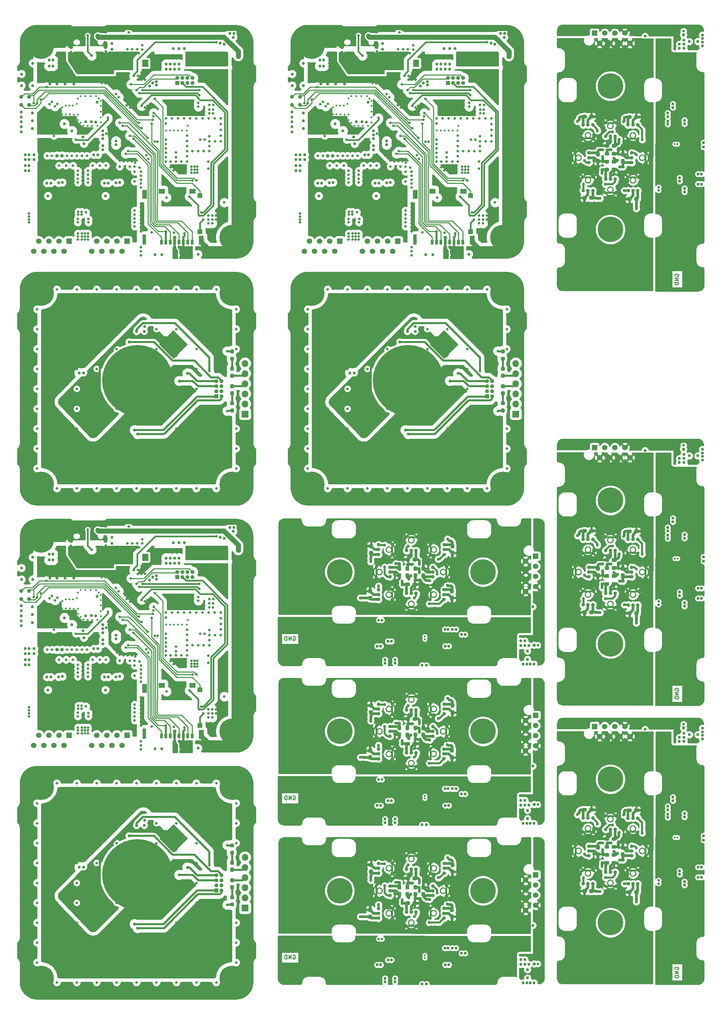
<source format=gbl>
%TF.GenerationSoftware,KiCad,Pcbnew,5.1.7-a382d34a8~87~ubuntu18.04.1*%
%TF.CreationDate,2020-11-13T15:53:21+02:00*%
%TF.ProjectId,panel,70616e65-6c2e-46b6-9963-61645f706362,Rev. A*%
%TF.SameCoordinates,Original*%
%TF.FileFunction,Copper,L4,Bot*%
%TF.FilePolarity,Positive*%
%FSLAX46Y46*%
G04 Gerber Fmt 4.6, Leading zero omitted, Abs format (unit mm)*
G04 Created by KiCad (PCBNEW 5.1.7-a382d34a8~87~ubuntu18.04.1) date 2020-11-13 15:53:21*
%MOMM*%
%LPD*%
G01*
G04 APERTURE LIST*
%TA.AperFunction,NonConductor*%
%ADD10C,0.250000*%
%TD*%
%TA.AperFunction,ComponentPad*%
%ADD11R,1.358000X1.358000*%
%TD*%
%TA.AperFunction,ComponentPad*%
%ADD12C,1.358000*%
%TD*%
%TA.AperFunction,ComponentPad*%
%ADD13C,6.400000*%
%TD*%
%TA.AperFunction,ComponentPad*%
%ADD14C,0.800000*%
%TD*%
%TA.AperFunction,SMDPad,CuDef*%
%ADD15C,0.700000*%
%TD*%
%TA.AperFunction,SMDPad,CuDef*%
%ADD16C,0.900000*%
%TD*%
%TA.AperFunction,SMDPad,CuDef*%
%ADD17C,0.100000*%
%TD*%
%TA.AperFunction,SMDPad,CuDef*%
%ADD18C,1.000000*%
%TD*%
%TA.AperFunction,ComponentPad*%
%ADD19C,0.500000*%
%TD*%
%TA.AperFunction,ComponentPad*%
%ADD20O,0.950000X1.950000*%
%TD*%
%TA.AperFunction,SMDPad,CuDef*%
%ADD21C,17.800000*%
%TD*%
%TA.AperFunction,SMDPad,CuDef*%
%ADD22R,0.800000X1.250000*%
%TD*%
%TA.AperFunction,SMDPad,CuDef*%
%ADD23R,0.950000X2.500000*%
%TD*%
%TA.AperFunction,SMDPad,CuDef*%
%ADD24R,1.150000X2.200000*%
%TD*%
%TA.AperFunction,SMDPad,CuDef*%
%ADD25R,1.500000X1.150000*%
%TD*%
%TA.AperFunction,SMDPad,CuDef*%
%ADD26R,1.160000X1.250000*%
%TD*%
%TA.AperFunction,ComponentPad*%
%ADD27R,1.000000X1.000000*%
%TD*%
%TA.AperFunction,ComponentPad*%
%ADD28O,1.000000X1.000000*%
%TD*%
%TA.AperFunction,ComponentPad*%
%ADD29R,1.700000X1.700000*%
%TD*%
%TA.AperFunction,ComponentPad*%
%ADD30O,1.700000X1.700000*%
%TD*%
%TA.AperFunction,ViaPad*%
%ADD31C,0.762000*%
%TD*%
%TA.AperFunction,ViaPad*%
%ADD32C,0.635000*%
%TD*%
%TA.AperFunction,ViaPad*%
%ADD33C,0.889000*%
%TD*%
%TA.AperFunction,ViaPad*%
%ADD34C,1.270000*%
%TD*%
%TA.AperFunction,ViaPad*%
%ADD35C,0.508000*%
%TD*%
%TA.AperFunction,ViaPad*%
%ADD36C,0.800000*%
%TD*%
%TA.AperFunction,Conductor*%
%ADD37C,1.270000*%
%TD*%
%TA.AperFunction,Conductor*%
%ADD38C,0.381000*%
%TD*%
%TA.AperFunction,Conductor*%
%ADD39C,0.254000*%
%TD*%
%TA.AperFunction,Conductor*%
%ADD40C,0.635000*%
%TD*%
%TA.AperFunction,Conductor*%
%ADD41C,0.508000*%
%TD*%
%TA.AperFunction,NonConductor*%
%ADD42C,0.254000*%
%TD*%
%TA.AperFunction,NonConductor*%
%ADD43C,0.100000*%
%TD*%
%TA.AperFunction,NonConductor*%
%ADD44C,0.508000*%
%TD*%
%TA.AperFunction,NonConductor*%
%ADD45C,0.635000*%
%TD*%
%TA.AperFunction,NonConductor*%
%ADD46C,0.381000*%
%TD*%
G04 APERTURE END LIST*
D10*
X247442500Y-90738094D02*
X247394880Y-90642856D01*
X247394880Y-90499999D01*
X247442500Y-90357141D01*
X247537738Y-90261903D01*
X247632976Y-90214284D01*
X247823452Y-90166665D01*
X247966309Y-90166665D01*
X248156785Y-90214284D01*
X248252023Y-90261903D01*
X248347261Y-90357141D01*
X248394880Y-90499999D01*
X248394880Y-90595237D01*
X248347261Y-90738094D01*
X248299642Y-90785713D01*
X247966309Y-90785713D01*
X247966309Y-90595237D01*
X248394880Y-91214284D02*
X247394880Y-91214284D01*
X248394880Y-91785713D01*
X247394880Y-91785713D01*
X248394880Y-92261903D02*
X247394880Y-92261903D01*
X247394880Y-92499999D01*
X247442500Y-92642856D01*
X247537738Y-92738094D01*
X247632976Y-92785713D01*
X247823452Y-92833332D01*
X247966309Y-92833332D01*
X248156785Y-92785713D01*
X248252023Y-92738094D01*
X248347261Y-92642856D01*
X248394880Y-92499999D01*
X248394880Y-92261903D01*
X247442500Y-194738094D02*
X247394880Y-194642856D01*
X247394880Y-194499999D01*
X247442500Y-194357141D01*
X247537738Y-194261903D01*
X247632976Y-194214284D01*
X247823452Y-194166665D01*
X247966309Y-194166665D01*
X248156785Y-194214284D01*
X248252023Y-194261903D01*
X248347261Y-194357141D01*
X248394880Y-194499999D01*
X248394880Y-194595237D01*
X248347261Y-194738094D01*
X248299642Y-194785713D01*
X247966309Y-194785713D01*
X247966309Y-194595237D01*
X248394880Y-195214284D02*
X247394880Y-195214284D01*
X248394880Y-195785713D01*
X247394880Y-195785713D01*
X248394880Y-196261903D02*
X247394880Y-196261903D01*
X247394880Y-196499999D01*
X247442500Y-196642856D01*
X247537738Y-196738094D01*
X247632976Y-196785713D01*
X247823452Y-196833332D01*
X247966309Y-196833332D01*
X248156785Y-196785713D01*
X248252023Y-196738094D01*
X248347261Y-196642856D01*
X248394880Y-196499999D01*
X248394880Y-196261903D01*
X247442500Y-264738094D02*
X247394880Y-264642856D01*
X247394880Y-264499999D01*
X247442500Y-264357141D01*
X247537738Y-264261903D01*
X247632976Y-264214284D01*
X247823452Y-264166665D01*
X247966309Y-264166665D01*
X248156785Y-264214284D01*
X248252023Y-264261903D01*
X248347261Y-264357141D01*
X248394880Y-264499999D01*
X248394880Y-264595237D01*
X248347261Y-264738094D01*
X248299642Y-264785713D01*
X247966309Y-264785713D01*
X247966309Y-264595237D01*
X248394880Y-265214284D02*
X247394880Y-265214284D01*
X248394880Y-265785713D01*
X247394880Y-265785713D01*
X248394880Y-266261903D02*
X247394880Y-266261903D01*
X247394880Y-266499999D01*
X247442500Y-266642856D01*
X247537738Y-266738094D01*
X247632976Y-266785713D01*
X247823452Y-266833332D01*
X247966309Y-266833332D01*
X248156785Y-266785713D01*
X248252023Y-266738094D01*
X248347261Y-266642856D01*
X248394880Y-266499999D01*
X248394880Y-266261903D01*
X151511905Y-261192500D02*
X151607143Y-261144880D01*
X151750001Y-261144880D01*
X151892858Y-261192500D01*
X151988096Y-261287738D01*
X152035715Y-261382976D01*
X152083334Y-261573452D01*
X152083334Y-261716309D01*
X152035715Y-261906785D01*
X151988096Y-262002023D01*
X151892858Y-262097261D01*
X151750001Y-262144880D01*
X151654762Y-262144880D01*
X151511905Y-262097261D01*
X151464286Y-262049642D01*
X151464286Y-261716309D01*
X151654762Y-261716309D01*
X151035715Y-262144880D02*
X151035715Y-261144880D01*
X150464286Y-262144880D01*
X150464286Y-261144880D01*
X149988096Y-262144880D02*
X149988096Y-261144880D01*
X149750001Y-261144880D01*
X149607143Y-261192500D01*
X149511905Y-261287738D01*
X149464286Y-261382976D01*
X149416667Y-261573452D01*
X149416667Y-261716309D01*
X149464286Y-261906785D01*
X149511905Y-262002023D01*
X149607143Y-262097261D01*
X149750001Y-262144880D01*
X149988096Y-262144880D01*
X151511905Y-221192500D02*
X151607143Y-221144880D01*
X151750001Y-221144880D01*
X151892858Y-221192500D01*
X151988096Y-221287738D01*
X152035715Y-221382976D01*
X152083334Y-221573452D01*
X152083334Y-221716309D01*
X152035715Y-221906785D01*
X151988096Y-222002023D01*
X151892858Y-222097261D01*
X151750001Y-222144880D01*
X151654762Y-222144880D01*
X151511905Y-222097261D01*
X151464286Y-222049642D01*
X151464286Y-221716309D01*
X151654762Y-221716309D01*
X151035715Y-222144880D02*
X151035715Y-221144880D01*
X150464286Y-222144880D01*
X150464286Y-221144880D01*
X149988096Y-222144880D02*
X149988096Y-221144880D01*
X149750001Y-221144880D01*
X149607143Y-221192500D01*
X149511905Y-221287738D01*
X149464286Y-221382976D01*
X149416667Y-221573452D01*
X149416667Y-221716309D01*
X149464286Y-221906785D01*
X149511905Y-222002023D01*
X149607143Y-222097261D01*
X149750001Y-222144880D01*
X149988096Y-222144880D01*
X151511905Y-181192500D02*
X151607143Y-181144880D01*
X151750001Y-181144880D01*
X151892858Y-181192500D01*
X151988096Y-181287738D01*
X152035715Y-181382976D01*
X152083334Y-181573452D01*
X152083334Y-181716309D01*
X152035715Y-181906785D01*
X151988096Y-182002023D01*
X151892858Y-182097261D01*
X151750001Y-182144880D01*
X151654762Y-182144880D01*
X151511905Y-182097261D01*
X151464286Y-182049642D01*
X151464286Y-181716309D01*
X151654762Y-181716309D01*
X151035715Y-182144880D02*
X151035715Y-181144880D01*
X150464286Y-182144880D01*
X150464286Y-181144880D01*
X149988096Y-182144880D02*
X149988096Y-181144880D01*
X149750001Y-181144880D01*
X149607143Y-181192500D01*
X149511905Y-181287738D01*
X149464286Y-181382976D01*
X149416667Y-181573452D01*
X149416667Y-181716309D01*
X149464286Y-181906785D01*
X149511905Y-182002023D01*
X149607143Y-182097261D01*
X149750001Y-182144880D01*
X149988096Y-182144880D01*
%TO.P,C14,1*%
%TO.N,N/C*%
%TA.AperFunction,SMDPad,CuDef*%
G36*
G01*
X232650000Y-61762500D02*
X232650000Y-62237500D01*
G75*
G02*
X232412500Y-62475000I-237500J0D01*
G01*
X231812500Y-62475000D01*
G75*
G02*
X231575000Y-62237500I0J237500D01*
G01*
X231575000Y-61762500D01*
G75*
G02*
X231812500Y-61525000I237500J0D01*
G01*
X232412500Y-61525000D01*
G75*
G02*
X232650000Y-61762500I0J-237500D01*
G01*
G37*
%TD.AperFunction*%
%TO.P,C14,2*%
%TA.AperFunction,SMDPad,CuDef*%
G36*
G01*
X230925000Y-61762500D02*
X230925000Y-62237500D01*
G75*
G02*
X230687500Y-62475000I-237500J0D01*
G01*
X230087500Y-62475000D01*
G75*
G02*
X229850000Y-62237500I0J237500D01*
G01*
X229850000Y-61762500D01*
G75*
G02*
X230087500Y-61525000I237500J0D01*
G01*
X230687500Y-61525000D01*
G75*
G02*
X230925000Y-61762500I0J-237500D01*
G01*
G37*
%TD.AperFunction*%
%TD*%
D11*
%TO.P,J1,1*%
%TO.N,N/C*%
X227250000Y-29750000D03*
D12*
%TO.P,J1,2*%
X228520000Y-32290000D03*
%TO.P,J1,3*%
X229790000Y-29750000D03*
%TO.P,J1,4*%
X231060000Y-32290000D03*
%TO.P,J1,5*%
X232330000Y-29750000D03*
%TO.P,J1,6*%
X233600000Y-32290000D03*
%TO.P,J1,7*%
X234870000Y-29750000D03*
%TO.P,J1,8*%
X236140000Y-32290000D03*
%TD*%
%TO.P,C15,1*%
%TO.N,N/C*%
%TA.AperFunction,SMDPad,CuDef*%
G36*
G01*
X229850000Y-60237500D02*
X229850000Y-59762500D01*
G75*
G02*
X230087500Y-59525000I237500J0D01*
G01*
X230687500Y-59525000D01*
G75*
G02*
X230925000Y-59762500I0J-237500D01*
G01*
X230925000Y-60237500D01*
G75*
G02*
X230687500Y-60475000I-237500J0D01*
G01*
X230087500Y-60475000D01*
G75*
G02*
X229850000Y-60237500I0J237500D01*
G01*
G37*
%TD.AperFunction*%
%TO.P,C15,2*%
%TA.AperFunction,SMDPad,CuDef*%
G36*
G01*
X231575000Y-60237500D02*
X231575000Y-59762500D01*
G75*
G02*
X231812500Y-59525000I237500J0D01*
G01*
X232412500Y-59525000D01*
G75*
G02*
X232650000Y-59762500I0J-237500D01*
G01*
X232650000Y-60237500D01*
G75*
G02*
X232412500Y-60475000I-237500J0D01*
G01*
X231812500Y-60475000D01*
G75*
G02*
X231575000Y-60237500I0J237500D01*
G01*
G37*
%TD.AperFunction*%
%TD*%
%TO.P,CB6,1*%
%TO.N,N/C*%
%TA.AperFunction,SMDPad,CuDef*%
G36*
G01*
X235500000Y-51037500D02*
X235500000Y-50562500D01*
G75*
G02*
X235737500Y-50325000I237500J0D01*
G01*
X236337500Y-50325000D01*
G75*
G02*
X236575000Y-50562500I0J-237500D01*
G01*
X236575000Y-51037500D01*
G75*
G02*
X236337500Y-51275000I-237500J0D01*
G01*
X235737500Y-51275000D01*
G75*
G02*
X235500000Y-51037500I0J237500D01*
G01*
G37*
%TD.AperFunction*%
%TO.P,CB6,2*%
%TA.AperFunction,SMDPad,CuDef*%
G36*
G01*
X237225000Y-51037500D02*
X237225000Y-50562500D01*
G75*
G02*
X237462500Y-50325000I237500J0D01*
G01*
X238062500Y-50325000D01*
G75*
G02*
X238300000Y-50562500I0J-237500D01*
G01*
X238300000Y-51037500D01*
G75*
G02*
X238062500Y-51275000I-237500J0D01*
G01*
X237462500Y-51275000D01*
G75*
G02*
X237225000Y-51037500I0J237500D01*
G01*
G37*
%TD.AperFunction*%
%TD*%
%TO.P,CB7,1*%
%TO.N,N/C*%
%TA.AperFunction,SMDPad,CuDef*%
G36*
G01*
X232650000Y-57762500D02*
X232650000Y-58237500D01*
G75*
G02*
X232412500Y-58475000I-237500J0D01*
G01*
X231812500Y-58475000D01*
G75*
G02*
X231575000Y-58237500I0J237500D01*
G01*
X231575000Y-57762500D01*
G75*
G02*
X231812500Y-57525000I237500J0D01*
G01*
X232412500Y-57525000D01*
G75*
G02*
X232650000Y-57762500I0J-237500D01*
G01*
G37*
%TD.AperFunction*%
%TO.P,CB7,2*%
%TA.AperFunction,SMDPad,CuDef*%
G36*
G01*
X230925000Y-57762500D02*
X230925000Y-58237500D01*
G75*
G02*
X230687500Y-58475000I-237500J0D01*
G01*
X230087500Y-58475000D01*
G75*
G02*
X229850000Y-58237500I0J237500D01*
G01*
X229850000Y-57762500D01*
G75*
G02*
X230087500Y-57525000I237500J0D01*
G01*
X230687500Y-57525000D01*
G75*
G02*
X230925000Y-57762500I0J-237500D01*
G01*
G37*
%TD.AperFunction*%
%TD*%
%TO.P,CB12,1*%
%TO.N,N/C*%
%TA.AperFunction,SMDPad,CuDef*%
G36*
G01*
X229850000Y-64237500D02*
X229850000Y-63762500D01*
G75*
G02*
X230087500Y-63525000I237500J0D01*
G01*
X230687500Y-63525000D01*
G75*
G02*
X230925000Y-63762500I0J-237500D01*
G01*
X230925000Y-64237500D01*
G75*
G02*
X230687500Y-64475000I-237500J0D01*
G01*
X230087500Y-64475000D01*
G75*
G02*
X229850000Y-64237500I0J237500D01*
G01*
G37*
%TD.AperFunction*%
%TO.P,CB12,2*%
%TA.AperFunction,SMDPad,CuDef*%
G36*
G01*
X231575000Y-64237500D02*
X231575000Y-63762500D01*
G75*
G02*
X231812500Y-63525000I237500J0D01*
G01*
X232412500Y-63525000D01*
G75*
G02*
X232650000Y-63762500I0J-237500D01*
G01*
X232650000Y-64237500D01*
G75*
G02*
X232412500Y-64475000I-237500J0D01*
G01*
X231812500Y-64475000D01*
G75*
G02*
X231575000Y-64237500I0J237500D01*
G01*
G37*
%TD.AperFunction*%
%TD*%
%TO.P,CB13,1*%
%TO.N,N/C*%
%TA.AperFunction,SMDPad,CuDef*%
G36*
G01*
X227025000Y-70862500D02*
X227025000Y-71337500D01*
G75*
G02*
X226787500Y-71575000I-237500J0D01*
G01*
X226187500Y-71575000D01*
G75*
G02*
X225950000Y-71337500I0J237500D01*
G01*
X225950000Y-70862500D01*
G75*
G02*
X226187500Y-70625000I237500J0D01*
G01*
X226787500Y-70625000D01*
G75*
G02*
X227025000Y-70862500I0J-237500D01*
G01*
G37*
%TD.AperFunction*%
%TO.P,CB13,2*%
%TA.AperFunction,SMDPad,CuDef*%
G36*
G01*
X225300000Y-70862500D02*
X225300000Y-71337500D01*
G75*
G02*
X225062500Y-71575000I-237500J0D01*
G01*
X224462500Y-71575000D01*
G75*
G02*
X224225000Y-71337500I0J237500D01*
G01*
X224225000Y-70862500D01*
G75*
G02*
X224462500Y-70625000I237500J0D01*
G01*
X225062500Y-70625000D01*
G75*
G02*
X225300000Y-70862500I0J-237500D01*
G01*
G37*
%TD.AperFunction*%
%TD*%
D13*
%TO.P,H1,1*%
%TO.N,N/C*%
X231250000Y-79000000D03*
D14*
X231250000Y-76600000D03*
X232947056Y-77302944D03*
X233650000Y-79000000D03*
X232947056Y-80697056D03*
X231250000Y-81400000D03*
X229552944Y-80697056D03*
X228850000Y-79000000D03*
X229552944Y-77302944D03*
%TD*%
D15*
%TO.P,MK8,4*%
%TO.N,N/C*%
X224355000Y-65835000D03*
%TO.P,MK8,2*%
X226895000Y-65835000D03*
D16*
%TO.P,MK8,6*%
X225625000Y-69245000D03*
%TO.P,MK8,5*%
X226825000Y-69245000D03*
%TO.P,MK8,1*%
X224425000Y-69245000D03*
%TA.AperFunction,SMDPad,CuDef*%
D17*
%TO.P,MK8,3*%
G36*
X224794092Y-66501746D02*
G01*
X224810174Y-66420897D01*
X224834103Y-66342013D01*
X224865649Y-66265854D01*
X224904508Y-66193154D01*
X224950306Y-66124613D01*
X225002601Y-66060890D01*
X225060890Y-66002601D01*
X225124613Y-65950306D01*
X225193154Y-65904508D01*
X225265854Y-65865649D01*
X225342013Y-65834103D01*
X225420897Y-65810174D01*
X225501746Y-65794092D01*
X225583783Y-65786012D01*
X225666217Y-65786012D01*
X225748254Y-65794092D01*
X225829103Y-65810174D01*
X225907987Y-65834103D01*
X225984146Y-65865649D01*
X226056846Y-65904508D01*
X226125387Y-65950306D01*
X226189110Y-66002601D01*
X226247399Y-66060890D01*
X226299694Y-66124613D01*
X226345492Y-66193154D01*
X226384351Y-66265854D01*
X226415897Y-66342013D01*
X226439826Y-66420897D01*
X226455908Y-66501746D01*
X226463988Y-66583783D01*
X226463988Y-66666217D01*
X226455908Y-66748254D01*
X226439826Y-66829103D01*
X226415897Y-66907987D01*
X226384351Y-66984146D01*
X226345492Y-67056846D01*
X226299694Y-67125387D01*
X226247399Y-67189110D01*
X226189110Y-67247399D01*
X226125387Y-67299694D01*
X226056846Y-67345492D01*
X225984146Y-67384351D01*
X225907987Y-67415897D01*
X225829103Y-67439826D01*
X225748254Y-67455908D01*
X225666217Y-67463988D01*
X225598013Y-67463988D01*
X225598013Y-67174338D01*
X225651987Y-67174338D01*
X225705702Y-67169047D01*
X225758639Y-67158517D01*
X225810289Y-67142849D01*
X225860155Y-67122194D01*
X225907757Y-67096751D01*
X225952635Y-67066764D01*
X225994357Y-67032523D01*
X226032523Y-66994357D01*
X226066764Y-66952635D01*
X226096751Y-66907757D01*
X226122194Y-66860155D01*
X226142849Y-66810289D01*
X226158517Y-66758639D01*
X226169047Y-66705702D01*
X226174338Y-66651987D01*
X226174338Y-66598013D01*
X226169047Y-66544298D01*
X226158517Y-66491361D01*
X226142849Y-66439711D01*
X226122194Y-66389845D01*
X226096751Y-66342243D01*
X226066764Y-66297365D01*
X226032523Y-66255643D01*
X225994357Y-66217477D01*
X225952635Y-66183236D01*
X225907757Y-66153249D01*
X225860155Y-66127806D01*
X225810289Y-66107151D01*
X225758639Y-66091483D01*
X225705702Y-66080953D01*
X225651987Y-66075662D01*
X225598013Y-66075662D01*
X225544298Y-66080953D01*
X225491361Y-66091483D01*
X225439711Y-66107151D01*
X225389845Y-66127806D01*
X225342243Y-66153249D01*
X225297365Y-66183236D01*
X225255643Y-66217477D01*
X225217477Y-66255643D01*
X225183236Y-66297365D01*
X225153249Y-66342243D01*
X225127806Y-66389845D01*
X225107151Y-66439711D01*
X225091483Y-66491361D01*
X225080953Y-66544298D01*
X225075662Y-66598013D01*
X225075662Y-66651987D01*
X225080953Y-66705702D01*
X225091483Y-66758639D01*
X225107151Y-66810289D01*
X225127806Y-66860155D01*
X225153249Y-66907757D01*
X225183236Y-66952635D01*
X225217477Y-66994357D01*
X225255643Y-67032523D01*
X225297365Y-67066764D01*
X225342243Y-67096751D01*
X225389845Y-67122194D01*
X225439711Y-67142849D01*
X225491361Y-67158517D01*
X225544298Y-67169047D01*
X225598013Y-67174338D01*
X225598013Y-67463988D01*
X225583783Y-67463988D01*
X225501746Y-67455908D01*
X225420897Y-67439826D01*
X225342013Y-67415897D01*
X225265854Y-67384351D01*
X225193154Y-67345492D01*
X225124613Y-67299694D01*
X225060890Y-67247399D01*
X225002601Y-67189110D01*
X224950306Y-67125387D01*
X224904508Y-67056846D01*
X224865649Y-66984146D01*
X224834103Y-66907987D01*
X224810174Y-66829103D01*
X224794092Y-66748254D01*
X224786012Y-66666217D01*
X224786012Y-66583783D01*
X224794092Y-66501746D01*
G37*
%TD.AperFunction*%
%TD*%
D15*
%TO.P,MK6,4*%
%TO.N,N/C*%
X235655000Y-65860000D03*
%TO.P,MK6,2*%
X238195000Y-65860000D03*
D16*
%TO.P,MK6,6*%
X236925000Y-69270000D03*
%TO.P,MK6,5*%
X238125000Y-69270000D03*
%TO.P,MK6,1*%
X235725000Y-69270000D03*
%TA.AperFunction,SMDPad,CuDef*%
D17*
%TO.P,MK6,3*%
G36*
X236094092Y-66526746D02*
G01*
X236110174Y-66445897D01*
X236134103Y-66367013D01*
X236165649Y-66290854D01*
X236204508Y-66218154D01*
X236250306Y-66149613D01*
X236302601Y-66085890D01*
X236360890Y-66027601D01*
X236424613Y-65975306D01*
X236493154Y-65929508D01*
X236565854Y-65890649D01*
X236642013Y-65859103D01*
X236720897Y-65835174D01*
X236801746Y-65819092D01*
X236883783Y-65811012D01*
X236966217Y-65811012D01*
X237048254Y-65819092D01*
X237129103Y-65835174D01*
X237207987Y-65859103D01*
X237284146Y-65890649D01*
X237356846Y-65929508D01*
X237425387Y-65975306D01*
X237489110Y-66027601D01*
X237547399Y-66085890D01*
X237599694Y-66149613D01*
X237645492Y-66218154D01*
X237684351Y-66290854D01*
X237715897Y-66367013D01*
X237739826Y-66445897D01*
X237755908Y-66526746D01*
X237763988Y-66608783D01*
X237763988Y-66691217D01*
X237755908Y-66773254D01*
X237739826Y-66854103D01*
X237715897Y-66932987D01*
X237684351Y-67009146D01*
X237645492Y-67081846D01*
X237599694Y-67150387D01*
X237547399Y-67214110D01*
X237489110Y-67272399D01*
X237425387Y-67324694D01*
X237356846Y-67370492D01*
X237284146Y-67409351D01*
X237207987Y-67440897D01*
X237129103Y-67464826D01*
X237048254Y-67480908D01*
X236966217Y-67488988D01*
X236898013Y-67488988D01*
X236898013Y-67199338D01*
X236951987Y-67199338D01*
X237005702Y-67194047D01*
X237058639Y-67183517D01*
X237110289Y-67167849D01*
X237160155Y-67147194D01*
X237207757Y-67121751D01*
X237252635Y-67091764D01*
X237294357Y-67057523D01*
X237332523Y-67019357D01*
X237366764Y-66977635D01*
X237396751Y-66932757D01*
X237422194Y-66885155D01*
X237442849Y-66835289D01*
X237458517Y-66783639D01*
X237469047Y-66730702D01*
X237474338Y-66676987D01*
X237474338Y-66623013D01*
X237469047Y-66569298D01*
X237458517Y-66516361D01*
X237442849Y-66464711D01*
X237422194Y-66414845D01*
X237396751Y-66367243D01*
X237366764Y-66322365D01*
X237332523Y-66280643D01*
X237294357Y-66242477D01*
X237252635Y-66208236D01*
X237207757Y-66178249D01*
X237160155Y-66152806D01*
X237110289Y-66132151D01*
X237058639Y-66116483D01*
X237005702Y-66105953D01*
X236951987Y-66100662D01*
X236898013Y-66100662D01*
X236844298Y-66105953D01*
X236791361Y-66116483D01*
X236739711Y-66132151D01*
X236689845Y-66152806D01*
X236642243Y-66178249D01*
X236597365Y-66208236D01*
X236555643Y-66242477D01*
X236517477Y-66280643D01*
X236483236Y-66322365D01*
X236453249Y-66367243D01*
X236427806Y-66414845D01*
X236407151Y-66464711D01*
X236391483Y-66516361D01*
X236380953Y-66569298D01*
X236375662Y-66623013D01*
X236375662Y-66676987D01*
X236380953Y-66730702D01*
X236391483Y-66783639D01*
X236407151Y-66835289D01*
X236427806Y-66885155D01*
X236453249Y-66932757D01*
X236483236Y-66977635D01*
X236517477Y-67019357D01*
X236555643Y-67057523D01*
X236597365Y-67091764D01*
X236642243Y-67121751D01*
X236689845Y-67147194D01*
X236739711Y-67167849D01*
X236791361Y-67183517D01*
X236844298Y-67194047D01*
X236898013Y-67199338D01*
X236898013Y-67488988D01*
X236883783Y-67488988D01*
X236801746Y-67480908D01*
X236720897Y-67464826D01*
X236642013Y-67440897D01*
X236565854Y-67409351D01*
X236493154Y-67370492D01*
X236424613Y-67324694D01*
X236360890Y-67272399D01*
X236302601Y-67214110D01*
X236250306Y-67150387D01*
X236204508Y-67081846D01*
X236165649Y-67009146D01*
X236134103Y-66932987D01*
X236110174Y-66854103D01*
X236094092Y-66773254D01*
X236086012Y-66691217D01*
X236086012Y-66608783D01*
X236094092Y-66526746D01*
G37*
%TD.AperFunction*%
%TD*%
D15*
%TO.P,MK1,4*%
%TO.N,N/C*%
X238170000Y-56190000D03*
%TO.P,MK1,2*%
X235630000Y-56190000D03*
D16*
%TO.P,MK1,6*%
X236900000Y-52780000D03*
%TO.P,MK1,5*%
X235700000Y-52780000D03*
%TO.P,MK1,1*%
X238100000Y-52780000D03*
%TA.AperFunction,SMDPad,CuDef*%
D17*
%TO.P,MK1,3*%
G36*
X237730908Y-55523254D02*
G01*
X237714826Y-55604103D01*
X237690897Y-55682987D01*
X237659351Y-55759146D01*
X237620492Y-55831846D01*
X237574694Y-55900387D01*
X237522399Y-55964110D01*
X237464110Y-56022399D01*
X237400387Y-56074694D01*
X237331846Y-56120492D01*
X237259146Y-56159351D01*
X237182987Y-56190897D01*
X237104103Y-56214826D01*
X237023254Y-56230908D01*
X236941217Y-56238988D01*
X236858783Y-56238988D01*
X236776746Y-56230908D01*
X236695897Y-56214826D01*
X236617013Y-56190897D01*
X236540854Y-56159351D01*
X236468154Y-56120492D01*
X236399613Y-56074694D01*
X236335890Y-56022399D01*
X236277601Y-55964110D01*
X236225306Y-55900387D01*
X236179508Y-55831846D01*
X236140649Y-55759146D01*
X236109103Y-55682987D01*
X236085174Y-55604103D01*
X236069092Y-55523254D01*
X236061012Y-55441217D01*
X236061012Y-55358783D01*
X236069092Y-55276746D01*
X236085174Y-55195897D01*
X236109103Y-55117013D01*
X236140649Y-55040854D01*
X236179508Y-54968154D01*
X236225306Y-54899613D01*
X236277601Y-54835890D01*
X236335890Y-54777601D01*
X236399613Y-54725306D01*
X236468154Y-54679508D01*
X236540854Y-54640649D01*
X236617013Y-54609103D01*
X236695897Y-54585174D01*
X236776746Y-54569092D01*
X236858783Y-54561012D01*
X236926987Y-54561012D01*
X236926987Y-54850662D01*
X236873013Y-54850662D01*
X236819298Y-54855953D01*
X236766361Y-54866483D01*
X236714711Y-54882151D01*
X236664845Y-54902806D01*
X236617243Y-54928249D01*
X236572365Y-54958236D01*
X236530643Y-54992477D01*
X236492477Y-55030643D01*
X236458236Y-55072365D01*
X236428249Y-55117243D01*
X236402806Y-55164845D01*
X236382151Y-55214711D01*
X236366483Y-55266361D01*
X236355953Y-55319298D01*
X236350662Y-55373013D01*
X236350662Y-55426987D01*
X236355953Y-55480702D01*
X236366483Y-55533639D01*
X236382151Y-55585289D01*
X236402806Y-55635155D01*
X236428249Y-55682757D01*
X236458236Y-55727635D01*
X236492477Y-55769357D01*
X236530643Y-55807523D01*
X236572365Y-55841764D01*
X236617243Y-55871751D01*
X236664845Y-55897194D01*
X236714711Y-55917849D01*
X236766361Y-55933517D01*
X236819298Y-55944047D01*
X236873013Y-55949338D01*
X236926987Y-55949338D01*
X236980702Y-55944047D01*
X237033639Y-55933517D01*
X237085289Y-55917849D01*
X237135155Y-55897194D01*
X237182757Y-55871751D01*
X237227635Y-55841764D01*
X237269357Y-55807523D01*
X237307523Y-55769357D01*
X237341764Y-55727635D01*
X237371751Y-55682757D01*
X237397194Y-55635155D01*
X237417849Y-55585289D01*
X237433517Y-55533639D01*
X237444047Y-55480702D01*
X237449338Y-55426987D01*
X237449338Y-55373013D01*
X237444047Y-55319298D01*
X237433517Y-55266361D01*
X237417849Y-55214711D01*
X237397194Y-55164845D01*
X237371751Y-55117243D01*
X237341764Y-55072365D01*
X237307523Y-55030643D01*
X237269357Y-54992477D01*
X237227635Y-54958236D01*
X237182757Y-54928249D01*
X237135155Y-54902806D01*
X237085289Y-54882151D01*
X237033639Y-54866483D01*
X236980702Y-54855953D01*
X236926987Y-54850662D01*
X236926987Y-54561012D01*
X236941217Y-54561012D01*
X237023254Y-54569092D01*
X237104103Y-54585174D01*
X237182987Y-54609103D01*
X237259146Y-54640649D01*
X237331846Y-54679508D01*
X237400387Y-54725306D01*
X237464110Y-54777601D01*
X237522399Y-54835890D01*
X237574694Y-54899613D01*
X237620492Y-54968154D01*
X237659351Y-55040854D01*
X237690897Y-55117013D01*
X237714826Y-55195897D01*
X237730908Y-55276746D01*
X237738988Y-55358783D01*
X237738988Y-55441217D01*
X237730908Y-55523254D01*
G37*
%TD.AperFunction*%
%TD*%
D15*
%TO.P,MK2,4*%
%TO.N,N/C*%
X229980000Y-52210000D03*
%TO.P,MK2,2*%
X232520000Y-52210000D03*
D16*
%TO.P,MK2,6*%
X231250000Y-55620000D03*
%TO.P,MK2,5*%
X232450000Y-55620000D03*
%TO.P,MK2,1*%
X230050000Y-55620000D03*
%TA.AperFunction,SMDPad,CuDef*%
D17*
%TO.P,MK2,3*%
G36*
X230419092Y-52876746D02*
G01*
X230435174Y-52795897D01*
X230459103Y-52717013D01*
X230490649Y-52640854D01*
X230529508Y-52568154D01*
X230575306Y-52499613D01*
X230627601Y-52435890D01*
X230685890Y-52377601D01*
X230749613Y-52325306D01*
X230818154Y-52279508D01*
X230890854Y-52240649D01*
X230967013Y-52209103D01*
X231045897Y-52185174D01*
X231126746Y-52169092D01*
X231208783Y-52161012D01*
X231291217Y-52161012D01*
X231373254Y-52169092D01*
X231454103Y-52185174D01*
X231532987Y-52209103D01*
X231609146Y-52240649D01*
X231681846Y-52279508D01*
X231750387Y-52325306D01*
X231814110Y-52377601D01*
X231872399Y-52435890D01*
X231924694Y-52499613D01*
X231970492Y-52568154D01*
X232009351Y-52640854D01*
X232040897Y-52717013D01*
X232064826Y-52795897D01*
X232080908Y-52876746D01*
X232088988Y-52958783D01*
X232088988Y-53041217D01*
X232080908Y-53123254D01*
X232064826Y-53204103D01*
X232040897Y-53282987D01*
X232009351Y-53359146D01*
X231970492Y-53431846D01*
X231924694Y-53500387D01*
X231872399Y-53564110D01*
X231814110Y-53622399D01*
X231750387Y-53674694D01*
X231681846Y-53720492D01*
X231609146Y-53759351D01*
X231532987Y-53790897D01*
X231454103Y-53814826D01*
X231373254Y-53830908D01*
X231291217Y-53838988D01*
X231223013Y-53838988D01*
X231223013Y-53549338D01*
X231276987Y-53549338D01*
X231330702Y-53544047D01*
X231383639Y-53533517D01*
X231435289Y-53517849D01*
X231485155Y-53497194D01*
X231532757Y-53471751D01*
X231577635Y-53441764D01*
X231619357Y-53407523D01*
X231657523Y-53369357D01*
X231691764Y-53327635D01*
X231721751Y-53282757D01*
X231747194Y-53235155D01*
X231767849Y-53185289D01*
X231783517Y-53133639D01*
X231794047Y-53080702D01*
X231799338Y-53026987D01*
X231799338Y-52973013D01*
X231794047Y-52919298D01*
X231783517Y-52866361D01*
X231767849Y-52814711D01*
X231747194Y-52764845D01*
X231721751Y-52717243D01*
X231691764Y-52672365D01*
X231657523Y-52630643D01*
X231619357Y-52592477D01*
X231577635Y-52558236D01*
X231532757Y-52528249D01*
X231485155Y-52502806D01*
X231435289Y-52482151D01*
X231383639Y-52466483D01*
X231330702Y-52455953D01*
X231276987Y-52450662D01*
X231223013Y-52450662D01*
X231169298Y-52455953D01*
X231116361Y-52466483D01*
X231064711Y-52482151D01*
X231014845Y-52502806D01*
X230967243Y-52528249D01*
X230922365Y-52558236D01*
X230880643Y-52592477D01*
X230842477Y-52630643D01*
X230808236Y-52672365D01*
X230778249Y-52717243D01*
X230752806Y-52764845D01*
X230732151Y-52814711D01*
X230716483Y-52866361D01*
X230705953Y-52919298D01*
X230700662Y-52973013D01*
X230700662Y-53026987D01*
X230705953Y-53080702D01*
X230716483Y-53133639D01*
X230732151Y-53185289D01*
X230752806Y-53235155D01*
X230778249Y-53282757D01*
X230808236Y-53327635D01*
X230842477Y-53369357D01*
X230880643Y-53407523D01*
X230922365Y-53441764D01*
X230967243Y-53471751D01*
X231014845Y-53497194D01*
X231064711Y-53517849D01*
X231116361Y-53533517D01*
X231169298Y-53544047D01*
X231223013Y-53549338D01*
X231223013Y-53838988D01*
X231208783Y-53838988D01*
X231126746Y-53830908D01*
X231045897Y-53814826D01*
X230967013Y-53790897D01*
X230890854Y-53759351D01*
X230818154Y-53720492D01*
X230749613Y-53674694D01*
X230685890Y-53622399D01*
X230627601Y-53564110D01*
X230575306Y-53500387D01*
X230529508Y-53431846D01*
X230490649Y-53359146D01*
X230459103Y-53282987D01*
X230435174Y-53204103D01*
X230419092Y-53123254D01*
X230411012Y-53041217D01*
X230411012Y-52958783D01*
X230419092Y-52876746D01*
G37*
%TD.AperFunction*%
%TD*%
D15*
%TO.P,MK3,4*%
%TO.N,N/C*%
X226895000Y-56165000D03*
%TO.P,MK3,2*%
X224355000Y-56165000D03*
D16*
%TO.P,MK3,6*%
X225625000Y-52755000D03*
%TO.P,MK3,5*%
X224425000Y-52755000D03*
%TO.P,MK3,1*%
X226825000Y-52755000D03*
%TA.AperFunction,SMDPad,CuDef*%
D17*
%TO.P,MK3,3*%
G36*
X226455908Y-55498254D02*
G01*
X226439826Y-55579103D01*
X226415897Y-55657987D01*
X226384351Y-55734146D01*
X226345492Y-55806846D01*
X226299694Y-55875387D01*
X226247399Y-55939110D01*
X226189110Y-55997399D01*
X226125387Y-56049694D01*
X226056846Y-56095492D01*
X225984146Y-56134351D01*
X225907987Y-56165897D01*
X225829103Y-56189826D01*
X225748254Y-56205908D01*
X225666217Y-56213988D01*
X225583783Y-56213988D01*
X225501746Y-56205908D01*
X225420897Y-56189826D01*
X225342013Y-56165897D01*
X225265854Y-56134351D01*
X225193154Y-56095492D01*
X225124613Y-56049694D01*
X225060890Y-55997399D01*
X225002601Y-55939110D01*
X224950306Y-55875387D01*
X224904508Y-55806846D01*
X224865649Y-55734146D01*
X224834103Y-55657987D01*
X224810174Y-55579103D01*
X224794092Y-55498254D01*
X224786012Y-55416217D01*
X224786012Y-55333783D01*
X224794092Y-55251746D01*
X224810174Y-55170897D01*
X224834103Y-55092013D01*
X224865649Y-55015854D01*
X224904508Y-54943154D01*
X224950306Y-54874613D01*
X225002601Y-54810890D01*
X225060890Y-54752601D01*
X225124613Y-54700306D01*
X225193154Y-54654508D01*
X225265854Y-54615649D01*
X225342013Y-54584103D01*
X225420897Y-54560174D01*
X225501746Y-54544092D01*
X225583783Y-54536012D01*
X225651987Y-54536012D01*
X225651987Y-54825662D01*
X225598013Y-54825662D01*
X225544298Y-54830953D01*
X225491361Y-54841483D01*
X225439711Y-54857151D01*
X225389845Y-54877806D01*
X225342243Y-54903249D01*
X225297365Y-54933236D01*
X225255643Y-54967477D01*
X225217477Y-55005643D01*
X225183236Y-55047365D01*
X225153249Y-55092243D01*
X225127806Y-55139845D01*
X225107151Y-55189711D01*
X225091483Y-55241361D01*
X225080953Y-55294298D01*
X225075662Y-55348013D01*
X225075662Y-55401987D01*
X225080953Y-55455702D01*
X225091483Y-55508639D01*
X225107151Y-55560289D01*
X225127806Y-55610155D01*
X225153249Y-55657757D01*
X225183236Y-55702635D01*
X225217477Y-55744357D01*
X225255643Y-55782523D01*
X225297365Y-55816764D01*
X225342243Y-55846751D01*
X225389845Y-55872194D01*
X225439711Y-55892849D01*
X225491361Y-55908517D01*
X225544298Y-55919047D01*
X225598013Y-55924338D01*
X225651987Y-55924338D01*
X225705702Y-55919047D01*
X225758639Y-55908517D01*
X225810289Y-55892849D01*
X225860155Y-55872194D01*
X225907757Y-55846751D01*
X225952635Y-55816764D01*
X225994357Y-55782523D01*
X226032523Y-55744357D01*
X226066764Y-55702635D01*
X226096751Y-55657757D01*
X226122194Y-55610155D01*
X226142849Y-55560289D01*
X226158517Y-55508639D01*
X226169047Y-55455702D01*
X226174338Y-55401987D01*
X226174338Y-55348013D01*
X226169047Y-55294298D01*
X226158517Y-55241361D01*
X226142849Y-55189711D01*
X226122194Y-55139845D01*
X226096751Y-55092243D01*
X226066764Y-55047365D01*
X226032523Y-55005643D01*
X225994357Y-54967477D01*
X225952635Y-54933236D01*
X225907757Y-54903249D01*
X225860155Y-54877806D01*
X225810289Y-54857151D01*
X225758639Y-54841483D01*
X225705702Y-54830953D01*
X225651987Y-54825662D01*
X225651987Y-54536012D01*
X225666217Y-54536012D01*
X225748254Y-54544092D01*
X225829103Y-54560174D01*
X225907987Y-54584103D01*
X225984146Y-54615649D01*
X226056846Y-54654508D01*
X226125387Y-54700306D01*
X226189110Y-54752601D01*
X226247399Y-54810890D01*
X226299694Y-54874613D01*
X226345492Y-54943154D01*
X226384351Y-55015854D01*
X226415897Y-55092013D01*
X226439826Y-55170897D01*
X226455908Y-55251746D01*
X226463988Y-55333783D01*
X226463988Y-55416217D01*
X226455908Y-55498254D01*
G37*
%TD.AperFunction*%
%TD*%
D15*
%TO.P,MK7,4*%
%TO.N,N/C*%
X232520000Y-69790000D03*
%TO.P,MK7,2*%
X229980000Y-69790000D03*
D16*
%TO.P,MK7,6*%
X231250000Y-66380000D03*
%TO.P,MK7,5*%
X230050000Y-66380000D03*
%TO.P,MK7,1*%
X232450000Y-66380000D03*
%TA.AperFunction,SMDPad,CuDef*%
D17*
%TO.P,MK7,3*%
G36*
X232080908Y-69123254D02*
G01*
X232064826Y-69204103D01*
X232040897Y-69282987D01*
X232009351Y-69359146D01*
X231970492Y-69431846D01*
X231924694Y-69500387D01*
X231872399Y-69564110D01*
X231814110Y-69622399D01*
X231750387Y-69674694D01*
X231681846Y-69720492D01*
X231609146Y-69759351D01*
X231532987Y-69790897D01*
X231454103Y-69814826D01*
X231373254Y-69830908D01*
X231291217Y-69838988D01*
X231208783Y-69838988D01*
X231126746Y-69830908D01*
X231045897Y-69814826D01*
X230967013Y-69790897D01*
X230890854Y-69759351D01*
X230818154Y-69720492D01*
X230749613Y-69674694D01*
X230685890Y-69622399D01*
X230627601Y-69564110D01*
X230575306Y-69500387D01*
X230529508Y-69431846D01*
X230490649Y-69359146D01*
X230459103Y-69282987D01*
X230435174Y-69204103D01*
X230419092Y-69123254D01*
X230411012Y-69041217D01*
X230411012Y-68958783D01*
X230419092Y-68876746D01*
X230435174Y-68795897D01*
X230459103Y-68717013D01*
X230490649Y-68640854D01*
X230529508Y-68568154D01*
X230575306Y-68499613D01*
X230627601Y-68435890D01*
X230685890Y-68377601D01*
X230749613Y-68325306D01*
X230818154Y-68279508D01*
X230890854Y-68240649D01*
X230967013Y-68209103D01*
X231045897Y-68185174D01*
X231126746Y-68169092D01*
X231208783Y-68161012D01*
X231276987Y-68161012D01*
X231276987Y-68450662D01*
X231223013Y-68450662D01*
X231169298Y-68455953D01*
X231116361Y-68466483D01*
X231064711Y-68482151D01*
X231014845Y-68502806D01*
X230967243Y-68528249D01*
X230922365Y-68558236D01*
X230880643Y-68592477D01*
X230842477Y-68630643D01*
X230808236Y-68672365D01*
X230778249Y-68717243D01*
X230752806Y-68764845D01*
X230732151Y-68814711D01*
X230716483Y-68866361D01*
X230705953Y-68919298D01*
X230700662Y-68973013D01*
X230700662Y-69026987D01*
X230705953Y-69080702D01*
X230716483Y-69133639D01*
X230732151Y-69185289D01*
X230752806Y-69235155D01*
X230778249Y-69282757D01*
X230808236Y-69327635D01*
X230842477Y-69369357D01*
X230880643Y-69407523D01*
X230922365Y-69441764D01*
X230967243Y-69471751D01*
X231014845Y-69497194D01*
X231064711Y-69517849D01*
X231116361Y-69533517D01*
X231169298Y-69544047D01*
X231223013Y-69549338D01*
X231276987Y-69549338D01*
X231330702Y-69544047D01*
X231383639Y-69533517D01*
X231435289Y-69517849D01*
X231485155Y-69497194D01*
X231532757Y-69471751D01*
X231577635Y-69441764D01*
X231619357Y-69407523D01*
X231657523Y-69369357D01*
X231691764Y-69327635D01*
X231721751Y-69282757D01*
X231747194Y-69235155D01*
X231767849Y-69185289D01*
X231783517Y-69133639D01*
X231794047Y-69080702D01*
X231799338Y-69026987D01*
X231799338Y-68973013D01*
X231794047Y-68919298D01*
X231783517Y-68866361D01*
X231767849Y-68814711D01*
X231747194Y-68764845D01*
X231721751Y-68717243D01*
X231691764Y-68672365D01*
X231657523Y-68630643D01*
X231619357Y-68592477D01*
X231577635Y-68558236D01*
X231532757Y-68528249D01*
X231485155Y-68502806D01*
X231435289Y-68482151D01*
X231383639Y-68466483D01*
X231330702Y-68455953D01*
X231276987Y-68450662D01*
X231276987Y-68161012D01*
X231291217Y-68161012D01*
X231373254Y-68169092D01*
X231454103Y-68185174D01*
X231532987Y-68209103D01*
X231609146Y-68240649D01*
X231681846Y-68279508D01*
X231750387Y-68325306D01*
X231814110Y-68377601D01*
X231872399Y-68435890D01*
X231924694Y-68499613D01*
X231970492Y-68568154D01*
X232009351Y-68640854D01*
X232040897Y-68717013D01*
X232064826Y-68795897D01*
X232080908Y-68876746D01*
X232088988Y-68958783D01*
X232088988Y-69041217D01*
X232080908Y-69123254D01*
G37*
%TD.AperFunction*%
%TD*%
%TO.P,CB10,1*%
%TO.N,N/C*%
%TA.AperFunction,SMDPad,CuDef*%
G36*
G01*
X234608333Y-62400000D02*
X234133333Y-62400000D01*
G75*
G02*
X233895833Y-62162500I0J237500D01*
G01*
X233895833Y-61562500D01*
G75*
G02*
X234133333Y-61325000I237500J0D01*
G01*
X234608333Y-61325000D01*
G75*
G02*
X234845833Y-61562500I0J-237500D01*
G01*
X234845833Y-62162500D01*
G75*
G02*
X234608333Y-62400000I-237500J0D01*
G01*
G37*
%TD.AperFunction*%
%TO.P,CB10,2*%
%TA.AperFunction,SMDPad,CuDef*%
G36*
G01*
X234608333Y-60675000D02*
X234133333Y-60675000D01*
G75*
G02*
X233895833Y-60437500I0J237500D01*
G01*
X233895833Y-59837500D01*
G75*
G02*
X234133333Y-59600000I237500J0D01*
G01*
X234608333Y-59600000D01*
G75*
G02*
X234845833Y-59837500I0J-237500D01*
G01*
X234845833Y-60437500D01*
G75*
G02*
X234608333Y-60675000I-237500J0D01*
G01*
G37*
%TD.AperFunction*%
%TD*%
%TO.P,CB11,1*%
%TO.N,N/C*%
%TA.AperFunction,SMDPad,CuDef*%
G36*
G01*
X238325000Y-71112500D02*
X238325000Y-71587500D01*
G75*
G02*
X238087500Y-71825000I-237500J0D01*
G01*
X237487500Y-71825000D01*
G75*
G02*
X237250000Y-71587500I0J237500D01*
G01*
X237250000Y-71112500D01*
G75*
G02*
X237487500Y-70875000I237500J0D01*
G01*
X238087500Y-70875000D01*
G75*
G02*
X238325000Y-71112500I0J-237500D01*
G01*
G37*
%TD.AperFunction*%
%TO.P,CB11,2*%
%TA.AperFunction,SMDPad,CuDef*%
G36*
G01*
X236600000Y-71112500D02*
X236600000Y-71587500D01*
G75*
G02*
X236362500Y-71825000I-237500J0D01*
G01*
X235762500Y-71825000D01*
G75*
G02*
X235525000Y-71587500I0J237500D01*
G01*
X235525000Y-71112500D01*
G75*
G02*
X235762500Y-70875000I237500J0D01*
G01*
X236362500Y-70875000D01*
G75*
G02*
X236600000Y-71112500I0J-237500D01*
G01*
G37*
%TD.AperFunction*%
%TD*%
D15*
%TO.P,MK4,4*%
%TO.N,N/C*%
X222460000Y-62270000D03*
%TO.P,MK4,2*%
X222460000Y-59730000D03*
D16*
%TO.P,MK4,6*%
X225870000Y-61000000D03*
%TO.P,MK4,5*%
X225870000Y-59800000D03*
%TO.P,MK4,1*%
X225870000Y-62200000D03*
%TA.AperFunction,SMDPad,CuDef*%
D17*
%TO.P,MK4,3*%
G36*
X223126746Y-61830908D02*
G01*
X223045897Y-61814826D01*
X222967013Y-61790897D01*
X222890854Y-61759351D01*
X222818154Y-61720492D01*
X222749613Y-61674694D01*
X222685890Y-61622399D01*
X222627601Y-61564110D01*
X222575306Y-61500387D01*
X222529508Y-61431846D01*
X222490649Y-61359146D01*
X222459103Y-61282987D01*
X222435174Y-61204103D01*
X222419092Y-61123254D01*
X222411012Y-61041217D01*
X222411012Y-60958783D01*
X222419092Y-60876746D01*
X222435174Y-60795897D01*
X222459103Y-60717013D01*
X222490649Y-60640854D01*
X222529508Y-60568154D01*
X222575306Y-60499613D01*
X222627601Y-60435890D01*
X222685890Y-60377601D01*
X222749613Y-60325306D01*
X222818154Y-60279508D01*
X222890854Y-60240649D01*
X222967013Y-60209103D01*
X223045897Y-60185174D01*
X223126746Y-60169092D01*
X223208783Y-60161012D01*
X223291217Y-60161012D01*
X223373254Y-60169092D01*
X223454103Y-60185174D01*
X223532987Y-60209103D01*
X223609146Y-60240649D01*
X223681846Y-60279508D01*
X223750387Y-60325306D01*
X223814110Y-60377601D01*
X223872399Y-60435890D01*
X223924694Y-60499613D01*
X223970492Y-60568154D01*
X224009351Y-60640854D01*
X224040897Y-60717013D01*
X224064826Y-60795897D01*
X224080908Y-60876746D01*
X224088988Y-60958783D01*
X224088988Y-61026987D01*
X223799338Y-61026987D01*
X223799338Y-60973013D01*
X223794047Y-60919298D01*
X223783517Y-60866361D01*
X223767849Y-60814711D01*
X223747194Y-60764845D01*
X223721751Y-60717243D01*
X223691764Y-60672365D01*
X223657523Y-60630643D01*
X223619357Y-60592477D01*
X223577635Y-60558236D01*
X223532757Y-60528249D01*
X223485155Y-60502806D01*
X223435289Y-60482151D01*
X223383639Y-60466483D01*
X223330702Y-60455953D01*
X223276987Y-60450662D01*
X223223013Y-60450662D01*
X223169298Y-60455953D01*
X223116361Y-60466483D01*
X223064711Y-60482151D01*
X223014845Y-60502806D01*
X222967243Y-60528249D01*
X222922365Y-60558236D01*
X222880643Y-60592477D01*
X222842477Y-60630643D01*
X222808236Y-60672365D01*
X222778249Y-60717243D01*
X222752806Y-60764845D01*
X222732151Y-60814711D01*
X222716483Y-60866361D01*
X222705953Y-60919298D01*
X222700662Y-60973013D01*
X222700662Y-61026987D01*
X222705953Y-61080702D01*
X222716483Y-61133639D01*
X222732151Y-61185289D01*
X222752806Y-61235155D01*
X222778249Y-61282757D01*
X222808236Y-61327635D01*
X222842477Y-61369357D01*
X222880643Y-61407523D01*
X222922365Y-61441764D01*
X222967243Y-61471751D01*
X223014845Y-61497194D01*
X223064711Y-61517849D01*
X223116361Y-61533517D01*
X223169298Y-61544047D01*
X223223013Y-61549338D01*
X223276987Y-61549338D01*
X223330702Y-61544047D01*
X223383639Y-61533517D01*
X223435289Y-61517849D01*
X223485155Y-61497194D01*
X223532757Y-61471751D01*
X223577635Y-61441764D01*
X223619357Y-61407523D01*
X223657523Y-61369357D01*
X223691764Y-61327635D01*
X223721751Y-61282757D01*
X223747194Y-61235155D01*
X223767849Y-61185289D01*
X223783517Y-61133639D01*
X223794047Y-61080702D01*
X223799338Y-61026987D01*
X224088988Y-61026987D01*
X224088988Y-61041217D01*
X224080908Y-61123254D01*
X224064826Y-61204103D01*
X224040897Y-61282987D01*
X224009351Y-61359146D01*
X223970492Y-61431846D01*
X223924694Y-61500387D01*
X223872399Y-61564110D01*
X223814110Y-61622399D01*
X223750387Y-61674694D01*
X223681846Y-61720492D01*
X223609146Y-61759351D01*
X223532987Y-61790897D01*
X223454103Y-61814826D01*
X223373254Y-61830908D01*
X223291217Y-61838988D01*
X223208783Y-61838988D01*
X223126746Y-61830908D01*
G37*
%TD.AperFunction*%
%TD*%
%TO.P,CB8,1*%
%TO.N,N/C*%
%TA.AperFunction,SMDPad,CuDef*%
G36*
G01*
X224225000Y-50912500D02*
X224225000Y-50437500D01*
G75*
G02*
X224462500Y-50200000I237500J0D01*
G01*
X225062500Y-50200000D01*
G75*
G02*
X225300000Y-50437500I0J-237500D01*
G01*
X225300000Y-50912500D01*
G75*
G02*
X225062500Y-51150000I-237500J0D01*
G01*
X224462500Y-51150000D01*
G75*
G02*
X224225000Y-50912500I0J237500D01*
G01*
G37*
%TD.AperFunction*%
%TO.P,CB8,2*%
%TA.AperFunction,SMDPad,CuDef*%
G36*
G01*
X225950000Y-50912500D02*
X225950000Y-50437500D01*
G75*
G02*
X226187500Y-50200000I237500J0D01*
G01*
X226787500Y-50200000D01*
G75*
G02*
X227025000Y-50437500I0J-237500D01*
G01*
X227025000Y-50912500D01*
G75*
G02*
X226787500Y-51150000I-237500J0D01*
G01*
X226187500Y-51150000D01*
G75*
G02*
X225950000Y-50912500I0J237500D01*
G01*
G37*
%TD.AperFunction*%
%TD*%
%TO.P,CB9,1*%
%TO.N,N/C*%
%TA.AperFunction,SMDPad,CuDef*%
G36*
G01*
X227891667Y-59600000D02*
X228366667Y-59600000D01*
G75*
G02*
X228604167Y-59837500I0J-237500D01*
G01*
X228604167Y-60437500D01*
G75*
G02*
X228366667Y-60675000I-237500J0D01*
G01*
X227891667Y-60675000D01*
G75*
G02*
X227654167Y-60437500I0J237500D01*
G01*
X227654167Y-59837500D01*
G75*
G02*
X227891667Y-59600000I237500J0D01*
G01*
G37*
%TD.AperFunction*%
%TO.P,CB9,2*%
%TA.AperFunction,SMDPad,CuDef*%
G36*
G01*
X227891667Y-61325000D02*
X228366667Y-61325000D01*
G75*
G02*
X228604167Y-61562500I0J-237500D01*
G01*
X228604167Y-62162500D01*
G75*
G02*
X228366667Y-62400000I-237500J0D01*
G01*
X227891667Y-62400000D01*
G75*
G02*
X227654167Y-62162500I0J237500D01*
G01*
X227654167Y-61562500D01*
G75*
G02*
X227891667Y-61325000I237500J0D01*
G01*
G37*
%TD.AperFunction*%
%TD*%
D15*
%TO.P,MK5,4*%
%TO.N,N/C*%
X240040000Y-59730000D03*
%TO.P,MK5,2*%
X240040000Y-62270000D03*
D16*
%TO.P,MK5,6*%
X236630000Y-61000000D03*
%TO.P,MK5,5*%
X236630000Y-62200000D03*
%TO.P,MK5,1*%
X236630000Y-59800000D03*
%TA.AperFunction,SMDPad,CuDef*%
D17*
%TO.P,MK5,3*%
G36*
X239373254Y-60169092D02*
G01*
X239454103Y-60185174D01*
X239532987Y-60209103D01*
X239609146Y-60240649D01*
X239681846Y-60279508D01*
X239750387Y-60325306D01*
X239814110Y-60377601D01*
X239872399Y-60435890D01*
X239924694Y-60499613D01*
X239970492Y-60568154D01*
X240009351Y-60640854D01*
X240040897Y-60717013D01*
X240064826Y-60795897D01*
X240080908Y-60876746D01*
X240088988Y-60958783D01*
X240088988Y-61041217D01*
X240080908Y-61123254D01*
X240064826Y-61204103D01*
X240040897Y-61282987D01*
X240009351Y-61359146D01*
X239970492Y-61431846D01*
X239924694Y-61500387D01*
X239872399Y-61564110D01*
X239814110Y-61622399D01*
X239750387Y-61674694D01*
X239681846Y-61720492D01*
X239609146Y-61759351D01*
X239532987Y-61790897D01*
X239454103Y-61814826D01*
X239373254Y-61830908D01*
X239291217Y-61838988D01*
X239208783Y-61838988D01*
X239126746Y-61830908D01*
X239045897Y-61814826D01*
X238967013Y-61790897D01*
X238890854Y-61759351D01*
X238818154Y-61720492D01*
X238749613Y-61674694D01*
X238685890Y-61622399D01*
X238627601Y-61564110D01*
X238575306Y-61500387D01*
X238529508Y-61431846D01*
X238490649Y-61359146D01*
X238459103Y-61282987D01*
X238435174Y-61204103D01*
X238419092Y-61123254D01*
X238411012Y-61041217D01*
X238411012Y-60973013D01*
X238700662Y-60973013D01*
X238700662Y-61026987D01*
X238705953Y-61080702D01*
X238716483Y-61133639D01*
X238732151Y-61185289D01*
X238752806Y-61235155D01*
X238778249Y-61282757D01*
X238808236Y-61327635D01*
X238842477Y-61369357D01*
X238880643Y-61407523D01*
X238922365Y-61441764D01*
X238967243Y-61471751D01*
X239014845Y-61497194D01*
X239064711Y-61517849D01*
X239116361Y-61533517D01*
X239169298Y-61544047D01*
X239223013Y-61549338D01*
X239276987Y-61549338D01*
X239330702Y-61544047D01*
X239383639Y-61533517D01*
X239435289Y-61517849D01*
X239485155Y-61497194D01*
X239532757Y-61471751D01*
X239577635Y-61441764D01*
X239619357Y-61407523D01*
X239657523Y-61369357D01*
X239691764Y-61327635D01*
X239721751Y-61282757D01*
X239747194Y-61235155D01*
X239767849Y-61185289D01*
X239783517Y-61133639D01*
X239794047Y-61080702D01*
X239799338Y-61026987D01*
X239799338Y-60973013D01*
X239794047Y-60919298D01*
X239783517Y-60866361D01*
X239767849Y-60814711D01*
X239747194Y-60764845D01*
X239721751Y-60717243D01*
X239691764Y-60672365D01*
X239657523Y-60630643D01*
X239619357Y-60592477D01*
X239577635Y-60558236D01*
X239532757Y-60528249D01*
X239485155Y-60502806D01*
X239435289Y-60482151D01*
X239383639Y-60466483D01*
X239330702Y-60455953D01*
X239276987Y-60450662D01*
X239223013Y-60450662D01*
X239169298Y-60455953D01*
X239116361Y-60466483D01*
X239064711Y-60482151D01*
X239014845Y-60502806D01*
X238967243Y-60528249D01*
X238922365Y-60558236D01*
X238880643Y-60592477D01*
X238842477Y-60630643D01*
X238808236Y-60672365D01*
X238778249Y-60717243D01*
X238752806Y-60764845D01*
X238732151Y-60814711D01*
X238716483Y-60866361D01*
X238705953Y-60919298D01*
X238700662Y-60973013D01*
X238411012Y-60973013D01*
X238411012Y-60958783D01*
X238419092Y-60876746D01*
X238435174Y-60795897D01*
X238459103Y-60717013D01*
X238490649Y-60640854D01*
X238529508Y-60568154D01*
X238575306Y-60499613D01*
X238627601Y-60435890D01*
X238685890Y-60377601D01*
X238749613Y-60325306D01*
X238818154Y-60279508D01*
X238890854Y-60240649D01*
X238967013Y-60209103D01*
X239045897Y-60185174D01*
X239126746Y-60169092D01*
X239208783Y-60161012D01*
X239291217Y-60161012D01*
X239373254Y-60169092D01*
G37*
%TD.AperFunction*%
%TD*%
D13*
%TO.P,H2,1*%
%TO.N,N/C*%
X231250000Y-43000000D03*
D14*
X231250000Y-40600000D03*
X232947056Y-41302944D03*
X233650000Y-43000000D03*
X232947056Y-44697056D03*
X231250000Y-45400000D03*
X229552944Y-44697056D03*
X228850000Y-43000000D03*
X229552944Y-41302944D03*
%TD*%
%TO.P,C14,1*%
%TO.N,N/C*%
%TA.AperFunction,SMDPad,CuDef*%
G36*
G01*
X232650000Y-165762500D02*
X232650000Y-166237500D01*
G75*
G02*
X232412500Y-166475000I-237500J0D01*
G01*
X231812500Y-166475000D01*
G75*
G02*
X231575000Y-166237500I0J237500D01*
G01*
X231575000Y-165762500D01*
G75*
G02*
X231812500Y-165525000I237500J0D01*
G01*
X232412500Y-165525000D01*
G75*
G02*
X232650000Y-165762500I0J-237500D01*
G01*
G37*
%TD.AperFunction*%
%TO.P,C14,2*%
%TA.AperFunction,SMDPad,CuDef*%
G36*
G01*
X230925000Y-165762500D02*
X230925000Y-166237500D01*
G75*
G02*
X230687500Y-166475000I-237500J0D01*
G01*
X230087500Y-166475000D01*
G75*
G02*
X229850000Y-166237500I0J237500D01*
G01*
X229850000Y-165762500D01*
G75*
G02*
X230087500Y-165525000I237500J0D01*
G01*
X230687500Y-165525000D01*
G75*
G02*
X230925000Y-165762500I0J-237500D01*
G01*
G37*
%TD.AperFunction*%
%TD*%
D11*
%TO.P,J1,1*%
%TO.N,N/C*%
X227250000Y-133750000D03*
D12*
%TO.P,J1,2*%
X228520000Y-136290000D03*
%TO.P,J1,3*%
X229790000Y-133750000D03*
%TO.P,J1,4*%
X231060000Y-136290000D03*
%TO.P,J1,5*%
X232330000Y-133750000D03*
%TO.P,J1,6*%
X233600000Y-136290000D03*
%TO.P,J1,7*%
X234870000Y-133750000D03*
%TO.P,J1,8*%
X236140000Y-136290000D03*
%TD*%
%TO.P,C15,1*%
%TO.N,N/C*%
%TA.AperFunction,SMDPad,CuDef*%
G36*
G01*
X229850000Y-164237500D02*
X229850000Y-163762500D01*
G75*
G02*
X230087500Y-163525000I237500J0D01*
G01*
X230687500Y-163525000D01*
G75*
G02*
X230925000Y-163762500I0J-237500D01*
G01*
X230925000Y-164237500D01*
G75*
G02*
X230687500Y-164475000I-237500J0D01*
G01*
X230087500Y-164475000D01*
G75*
G02*
X229850000Y-164237500I0J237500D01*
G01*
G37*
%TD.AperFunction*%
%TO.P,C15,2*%
%TA.AperFunction,SMDPad,CuDef*%
G36*
G01*
X231575000Y-164237500D02*
X231575000Y-163762500D01*
G75*
G02*
X231812500Y-163525000I237500J0D01*
G01*
X232412500Y-163525000D01*
G75*
G02*
X232650000Y-163762500I0J-237500D01*
G01*
X232650000Y-164237500D01*
G75*
G02*
X232412500Y-164475000I-237500J0D01*
G01*
X231812500Y-164475000D01*
G75*
G02*
X231575000Y-164237500I0J237500D01*
G01*
G37*
%TD.AperFunction*%
%TD*%
%TO.P,CB6,1*%
%TO.N,N/C*%
%TA.AperFunction,SMDPad,CuDef*%
G36*
G01*
X235500000Y-155037500D02*
X235500000Y-154562500D01*
G75*
G02*
X235737500Y-154325000I237500J0D01*
G01*
X236337500Y-154325000D01*
G75*
G02*
X236575000Y-154562500I0J-237500D01*
G01*
X236575000Y-155037500D01*
G75*
G02*
X236337500Y-155275000I-237500J0D01*
G01*
X235737500Y-155275000D01*
G75*
G02*
X235500000Y-155037500I0J237500D01*
G01*
G37*
%TD.AperFunction*%
%TO.P,CB6,2*%
%TA.AperFunction,SMDPad,CuDef*%
G36*
G01*
X237225000Y-155037500D02*
X237225000Y-154562500D01*
G75*
G02*
X237462500Y-154325000I237500J0D01*
G01*
X238062500Y-154325000D01*
G75*
G02*
X238300000Y-154562500I0J-237500D01*
G01*
X238300000Y-155037500D01*
G75*
G02*
X238062500Y-155275000I-237500J0D01*
G01*
X237462500Y-155275000D01*
G75*
G02*
X237225000Y-155037500I0J237500D01*
G01*
G37*
%TD.AperFunction*%
%TD*%
%TO.P,CB7,1*%
%TO.N,N/C*%
%TA.AperFunction,SMDPad,CuDef*%
G36*
G01*
X232650000Y-161762500D02*
X232650000Y-162237500D01*
G75*
G02*
X232412500Y-162475000I-237500J0D01*
G01*
X231812500Y-162475000D01*
G75*
G02*
X231575000Y-162237500I0J237500D01*
G01*
X231575000Y-161762500D01*
G75*
G02*
X231812500Y-161525000I237500J0D01*
G01*
X232412500Y-161525000D01*
G75*
G02*
X232650000Y-161762500I0J-237500D01*
G01*
G37*
%TD.AperFunction*%
%TO.P,CB7,2*%
%TA.AperFunction,SMDPad,CuDef*%
G36*
G01*
X230925000Y-161762500D02*
X230925000Y-162237500D01*
G75*
G02*
X230687500Y-162475000I-237500J0D01*
G01*
X230087500Y-162475000D01*
G75*
G02*
X229850000Y-162237500I0J237500D01*
G01*
X229850000Y-161762500D01*
G75*
G02*
X230087500Y-161525000I237500J0D01*
G01*
X230687500Y-161525000D01*
G75*
G02*
X230925000Y-161762500I0J-237500D01*
G01*
G37*
%TD.AperFunction*%
%TD*%
%TO.P,CB12,1*%
%TO.N,N/C*%
%TA.AperFunction,SMDPad,CuDef*%
G36*
G01*
X229850000Y-168237500D02*
X229850000Y-167762500D01*
G75*
G02*
X230087500Y-167525000I237500J0D01*
G01*
X230687500Y-167525000D01*
G75*
G02*
X230925000Y-167762500I0J-237500D01*
G01*
X230925000Y-168237500D01*
G75*
G02*
X230687500Y-168475000I-237500J0D01*
G01*
X230087500Y-168475000D01*
G75*
G02*
X229850000Y-168237500I0J237500D01*
G01*
G37*
%TD.AperFunction*%
%TO.P,CB12,2*%
%TA.AperFunction,SMDPad,CuDef*%
G36*
G01*
X231575000Y-168237500D02*
X231575000Y-167762500D01*
G75*
G02*
X231812500Y-167525000I237500J0D01*
G01*
X232412500Y-167525000D01*
G75*
G02*
X232650000Y-167762500I0J-237500D01*
G01*
X232650000Y-168237500D01*
G75*
G02*
X232412500Y-168475000I-237500J0D01*
G01*
X231812500Y-168475000D01*
G75*
G02*
X231575000Y-168237500I0J237500D01*
G01*
G37*
%TD.AperFunction*%
%TD*%
%TO.P,CB13,1*%
%TO.N,N/C*%
%TA.AperFunction,SMDPad,CuDef*%
G36*
G01*
X227025000Y-174862500D02*
X227025000Y-175337500D01*
G75*
G02*
X226787500Y-175575000I-237500J0D01*
G01*
X226187500Y-175575000D01*
G75*
G02*
X225950000Y-175337500I0J237500D01*
G01*
X225950000Y-174862500D01*
G75*
G02*
X226187500Y-174625000I237500J0D01*
G01*
X226787500Y-174625000D01*
G75*
G02*
X227025000Y-174862500I0J-237500D01*
G01*
G37*
%TD.AperFunction*%
%TO.P,CB13,2*%
%TA.AperFunction,SMDPad,CuDef*%
G36*
G01*
X225300000Y-174862500D02*
X225300000Y-175337500D01*
G75*
G02*
X225062500Y-175575000I-237500J0D01*
G01*
X224462500Y-175575000D01*
G75*
G02*
X224225000Y-175337500I0J237500D01*
G01*
X224225000Y-174862500D01*
G75*
G02*
X224462500Y-174625000I237500J0D01*
G01*
X225062500Y-174625000D01*
G75*
G02*
X225300000Y-174862500I0J-237500D01*
G01*
G37*
%TD.AperFunction*%
%TD*%
D13*
%TO.P,H1,1*%
%TO.N,N/C*%
X231250000Y-183000000D03*
D14*
X231250000Y-180600000D03*
X232947056Y-181302944D03*
X233650000Y-183000000D03*
X232947056Y-184697056D03*
X231250000Y-185400000D03*
X229552944Y-184697056D03*
X228850000Y-183000000D03*
X229552944Y-181302944D03*
%TD*%
D15*
%TO.P,MK8,4*%
%TO.N,N/C*%
X224355000Y-169835000D03*
%TO.P,MK8,2*%
X226895000Y-169835000D03*
D16*
%TO.P,MK8,6*%
X225625000Y-173245000D03*
%TO.P,MK8,5*%
X226825000Y-173245000D03*
%TO.P,MK8,1*%
X224425000Y-173245000D03*
%TA.AperFunction,SMDPad,CuDef*%
D17*
%TO.P,MK8,3*%
G36*
X224794092Y-170501746D02*
G01*
X224810174Y-170420897D01*
X224834103Y-170342013D01*
X224865649Y-170265854D01*
X224904508Y-170193154D01*
X224950306Y-170124613D01*
X225002601Y-170060890D01*
X225060890Y-170002601D01*
X225124613Y-169950306D01*
X225193154Y-169904508D01*
X225265854Y-169865649D01*
X225342013Y-169834103D01*
X225420897Y-169810174D01*
X225501746Y-169794092D01*
X225583783Y-169786012D01*
X225666217Y-169786012D01*
X225748254Y-169794092D01*
X225829103Y-169810174D01*
X225907987Y-169834103D01*
X225984146Y-169865649D01*
X226056846Y-169904508D01*
X226125387Y-169950306D01*
X226189110Y-170002601D01*
X226247399Y-170060890D01*
X226299694Y-170124613D01*
X226345492Y-170193154D01*
X226384351Y-170265854D01*
X226415897Y-170342013D01*
X226439826Y-170420897D01*
X226455908Y-170501746D01*
X226463988Y-170583783D01*
X226463988Y-170666217D01*
X226455908Y-170748254D01*
X226439826Y-170829103D01*
X226415897Y-170907987D01*
X226384351Y-170984146D01*
X226345492Y-171056846D01*
X226299694Y-171125387D01*
X226247399Y-171189110D01*
X226189110Y-171247399D01*
X226125387Y-171299694D01*
X226056846Y-171345492D01*
X225984146Y-171384351D01*
X225907987Y-171415897D01*
X225829103Y-171439826D01*
X225748254Y-171455908D01*
X225666217Y-171463988D01*
X225598013Y-171463988D01*
X225598013Y-171174338D01*
X225651987Y-171174338D01*
X225705702Y-171169047D01*
X225758639Y-171158517D01*
X225810289Y-171142849D01*
X225860155Y-171122194D01*
X225907757Y-171096751D01*
X225952635Y-171066764D01*
X225994357Y-171032523D01*
X226032523Y-170994357D01*
X226066764Y-170952635D01*
X226096751Y-170907757D01*
X226122194Y-170860155D01*
X226142849Y-170810289D01*
X226158517Y-170758639D01*
X226169047Y-170705702D01*
X226174338Y-170651987D01*
X226174338Y-170598013D01*
X226169047Y-170544298D01*
X226158517Y-170491361D01*
X226142849Y-170439711D01*
X226122194Y-170389845D01*
X226096751Y-170342243D01*
X226066764Y-170297365D01*
X226032523Y-170255643D01*
X225994357Y-170217477D01*
X225952635Y-170183236D01*
X225907757Y-170153249D01*
X225860155Y-170127806D01*
X225810289Y-170107151D01*
X225758639Y-170091483D01*
X225705702Y-170080953D01*
X225651987Y-170075662D01*
X225598013Y-170075662D01*
X225544298Y-170080953D01*
X225491361Y-170091483D01*
X225439711Y-170107151D01*
X225389845Y-170127806D01*
X225342243Y-170153249D01*
X225297365Y-170183236D01*
X225255643Y-170217477D01*
X225217477Y-170255643D01*
X225183236Y-170297365D01*
X225153249Y-170342243D01*
X225127806Y-170389845D01*
X225107151Y-170439711D01*
X225091483Y-170491361D01*
X225080953Y-170544298D01*
X225075662Y-170598013D01*
X225075662Y-170651987D01*
X225080953Y-170705702D01*
X225091483Y-170758639D01*
X225107151Y-170810289D01*
X225127806Y-170860155D01*
X225153249Y-170907757D01*
X225183236Y-170952635D01*
X225217477Y-170994357D01*
X225255643Y-171032523D01*
X225297365Y-171066764D01*
X225342243Y-171096751D01*
X225389845Y-171122194D01*
X225439711Y-171142849D01*
X225491361Y-171158517D01*
X225544298Y-171169047D01*
X225598013Y-171174338D01*
X225598013Y-171463988D01*
X225583783Y-171463988D01*
X225501746Y-171455908D01*
X225420897Y-171439826D01*
X225342013Y-171415897D01*
X225265854Y-171384351D01*
X225193154Y-171345492D01*
X225124613Y-171299694D01*
X225060890Y-171247399D01*
X225002601Y-171189110D01*
X224950306Y-171125387D01*
X224904508Y-171056846D01*
X224865649Y-170984146D01*
X224834103Y-170907987D01*
X224810174Y-170829103D01*
X224794092Y-170748254D01*
X224786012Y-170666217D01*
X224786012Y-170583783D01*
X224794092Y-170501746D01*
G37*
%TD.AperFunction*%
%TD*%
D15*
%TO.P,MK6,4*%
%TO.N,N/C*%
X235655000Y-169860000D03*
%TO.P,MK6,2*%
X238195000Y-169860000D03*
D16*
%TO.P,MK6,6*%
X236925000Y-173270000D03*
%TO.P,MK6,5*%
X238125000Y-173270000D03*
%TO.P,MK6,1*%
X235725000Y-173270000D03*
%TA.AperFunction,SMDPad,CuDef*%
D17*
%TO.P,MK6,3*%
G36*
X236094092Y-170526746D02*
G01*
X236110174Y-170445897D01*
X236134103Y-170367013D01*
X236165649Y-170290854D01*
X236204508Y-170218154D01*
X236250306Y-170149613D01*
X236302601Y-170085890D01*
X236360890Y-170027601D01*
X236424613Y-169975306D01*
X236493154Y-169929508D01*
X236565854Y-169890649D01*
X236642013Y-169859103D01*
X236720897Y-169835174D01*
X236801746Y-169819092D01*
X236883783Y-169811012D01*
X236966217Y-169811012D01*
X237048254Y-169819092D01*
X237129103Y-169835174D01*
X237207987Y-169859103D01*
X237284146Y-169890649D01*
X237356846Y-169929508D01*
X237425387Y-169975306D01*
X237489110Y-170027601D01*
X237547399Y-170085890D01*
X237599694Y-170149613D01*
X237645492Y-170218154D01*
X237684351Y-170290854D01*
X237715897Y-170367013D01*
X237739826Y-170445897D01*
X237755908Y-170526746D01*
X237763988Y-170608783D01*
X237763988Y-170691217D01*
X237755908Y-170773254D01*
X237739826Y-170854103D01*
X237715897Y-170932987D01*
X237684351Y-171009146D01*
X237645492Y-171081846D01*
X237599694Y-171150387D01*
X237547399Y-171214110D01*
X237489110Y-171272399D01*
X237425387Y-171324694D01*
X237356846Y-171370492D01*
X237284146Y-171409351D01*
X237207987Y-171440897D01*
X237129103Y-171464826D01*
X237048254Y-171480908D01*
X236966217Y-171488988D01*
X236898013Y-171488988D01*
X236898013Y-171199338D01*
X236951987Y-171199338D01*
X237005702Y-171194047D01*
X237058639Y-171183517D01*
X237110289Y-171167849D01*
X237160155Y-171147194D01*
X237207757Y-171121751D01*
X237252635Y-171091764D01*
X237294357Y-171057523D01*
X237332523Y-171019357D01*
X237366764Y-170977635D01*
X237396751Y-170932757D01*
X237422194Y-170885155D01*
X237442849Y-170835289D01*
X237458517Y-170783639D01*
X237469047Y-170730702D01*
X237474338Y-170676987D01*
X237474338Y-170623013D01*
X237469047Y-170569298D01*
X237458517Y-170516361D01*
X237442849Y-170464711D01*
X237422194Y-170414845D01*
X237396751Y-170367243D01*
X237366764Y-170322365D01*
X237332523Y-170280643D01*
X237294357Y-170242477D01*
X237252635Y-170208236D01*
X237207757Y-170178249D01*
X237160155Y-170152806D01*
X237110289Y-170132151D01*
X237058639Y-170116483D01*
X237005702Y-170105953D01*
X236951987Y-170100662D01*
X236898013Y-170100662D01*
X236844298Y-170105953D01*
X236791361Y-170116483D01*
X236739711Y-170132151D01*
X236689845Y-170152806D01*
X236642243Y-170178249D01*
X236597365Y-170208236D01*
X236555643Y-170242477D01*
X236517477Y-170280643D01*
X236483236Y-170322365D01*
X236453249Y-170367243D01*
X236427806Y-170414845D01*
X236407151Y-170464711D01*
X236391483Y-170516361D01*
X236380953Y-170569298D01*
X236375662Y-170623013D01*
X236375662Y-170676987D01*
X236380953Y-170730702D01*
X236391483Y-170783639D01*
X236407151Y-170835289D01*
X236427806Y-170885155D01*
X236453249Y-170932757D01*
X236483236Y-170977635D01*
X236517477Y-171019357D01*
X236555643Y-171057523D01*
X236597365Y-171091764D01*
X236642243Y-171121751D01*
X236689845Y-171147194D01*
X236739711Y-171167849D01*
X236791361Y-171183517D01*
X236844298Y-171194047D01*
X236898013Y-171199338D01*
X236898013Y-171488988D01*
X236883783Y-171488988D01*
X236801746Y-171480908D01*
X236720897Y-171464826D01*
X236642013Y-171440897D01*
X236565854Y-171409351D01*
X236493154Y-171370492D01*
X236424613Y-171324694D01*
X236360890Y-171272399D01*
X236302601Y-171214110D01*
X236250306Y-171150387D01*
X236204508Y-171081846D01*
X236165649Y-171009146D01*
X236134103Y-170932987D01*
X236110174Y-170854103D01*
X236094092Y-170773254D01*
X236086012Y-170691217D01*
X236086012Y-170608783D01*
X236094092Y-170526746D01*
G37*
%TD.AperFunction*%
%TD*%
D15*
%TO.P,MK1,4*%
%TO.N,N/C*%
X238170000Y-160190000D03*
%TO.P,MK1,2*%
X235630000Y-160190000D03*
D16*
%TO.P,MK1,6*%
X236900000Y-156780000D03*
%TO.P,MK1,5*%
X235700000Y-156780000D03*
%TO.P,MK1,1*%
X238100000Y-156780000D03*
%TA.AperFunction,SMDPad,CuDef*%
D17*
%TO.P,MK1,3*%
G36*
X237730908Y-159523254D02*
G01*
X237714826Y-159604103D01*
X237690897Y-159682987D01*
X237659351Y-159759146D01*
X237620492Y-159831846D01*
X237574694Y-159900387D01*
X237522399Y-159964110D01*
X237464110Y-160022399D01*
X237400387Y-160074694D01*
X237331846Y-160120492D01*
X237259146Y-160159351D01*
X237182987Y-160190897D01*
X237104103Y-160214826D01*
X237023254Y-160230908D01*
X236941217Y-160238988D01*
X236858783Y-160238988D01*
X236776746Y-160230908D01*
X236695897Y-160214826D01*
X236617013Y-160190897D01*
X236540854Y-160159351D01*
X236468154Y-160120492D01*
X236399613Y-160074694D01*
X236335890Y-160022399D01*
X236277601Y-159964110D01*
X236225306Y-159900387D01*
X236179508Y-159831846D01*
X236140649Y-159759146D01*
X236109103Y-159682987D01*
X236085174Y-159604103D01*
X236069092Y-159523254D01*
X236061012Y-159441217D01*
X236061012Y-159358783D01*
X236069092Y-159276746D01*
X236085174Y-159195897D01*
X236109103Y-159117013D01*
X236140649Y-159040854D01*
X236179508Y-158968154D01*
X236225306Y-158899613D01*
X236277601Y-158835890D01*
X236335890Y-158777601D01*
X236399613Y-158725306D01*
X236468154Y-158679508D01*
X236540854Y-158640649D01*
X236617013Y-158609103D01*
X236695897Y-158585174D01*
X236776746Y-158569092D01*
X236858783Y-158561012D01*
X236926987Y-158561012D01*
X236926987Y-158850662D01*
X236873013Y-158850662D01*
X236819298Y-158855953D01*
X236766361Y-158866483D01*
X236714711Y-158882151D01*
X236664845Y-158902806D01*
X236617243Y-158928249D01*
X236572365Y-158958236D01*
X236530643Y-158992477D01*
X236492477Y-159030643D01*
X236458236Y-159072365D01*
X236428249Y-159117243D01*
X236402806Y-159164845D01*
X236382151Y-159214711D01*
X236366483Y-159266361D01*
X236355953Y-159319298D01*
X236350662Y-159373013D01*
X236350662Y-159426987D01*
X236355953Y-159480702D01*
X236366483Y-159533639D01*
X236382151Y-159585289D01*
X236402806Y-159635155D01*
X236428249Y-159682757D01*
X236458236Y-159727635D01*
X236492477Y-159769357D01*
X236530643Y-159807523D01*
X236572365Y-159841764D01*
X236617243Y-159871751D01*
X236664845Y-159897194D01*
X236714711Y-159917849D01*
X236766361Y-159933517D01*
X236819298Y-159944047D01*
X236873013Y-159949338D01*
X236926987Y-159949338D01*
X236980702Y-159944047D01*
X237033639Y-159933517D01*
X237085289Y-159917849D01*
X237135155Y-159897194D01*
X237182757Y-159871751D01*
X237227635Y-159841764D01*
X237269357Y-159807523D01*
X237307523Y-159769357D01*
X237341764Y-159727635D01*
X237371751Y-159682757D01*
X237397194Y-159635155D01*
X237417849Y-159585289D01*
X237433517Y-159533639D01*
X237444047Y-159480702D01*
X237449338Y-159426987D01*
X237449338Y-159373013D01*
X237444047Y-159319298D01*
X237433517Y-159266361D01*
X237417849Y-159214711D01*
X237397194Y-159164845D01*
X237371751Y-159117243D01*
X237341764Y-159072365D01*
X237307523Y-159030643D01*
X237269357Y-158992477D01*
X237227635Y-158958236D01*
X237182757Y-158928249D01*
X237135155Y-158902806D01*
X237085289Y-158882151D01*
X237033639Y-158866483D01*
X236980702Y-158855953D01*
X236926987Y-158850662D01*
X236926987Y-158561012D01*
X236941217Y-158561012D01*
X237023254Y-158569092D01*
X237104103Y-158585174D01*
X237182987Y-158609103D01*
X237259146Y-158640649D01*
X237331846Y-158679508D01*
X237400387Y-158725306D01*
X237464110Y-158777601D01*
X237522399Y-158835890D01*
X237574694Y-158899613D01*
X237620492Y-158968154D01*
X237659351Y-159040854D01*
X237690897Y-159117013D01*
X237714826Y-159195897D01*
X237730908Y-159276746D01*
X237738988Y-159358783D01*
X237738988Y-159441217D01*
X237730908Y-159523254D01*
G37*
%TD.AperFunction*%
%TD*%
D15*
%TO.P,MK2,4*%
%TO.N,N/C*%
X229980000Y-156210000D03*
%TO.P,MK2,2*%
X232520000Y-156210000D03*
D16*
%TO.P,MK2,6*%
X231250000Y-159620000D03*
%TO.P,MK2,5*%
X232450000Y-159620000D03*
%TO.P,MK2,1*%
X230050000Y-159620000D03*
%TA.AperFunction,SMDPad,CuDef*%
D17*
%TO.P,MK2,3*%
G36*
X230419092Y-156876746D02*
G01*
X230435174Y-156795897D01*
X230459103Y-156717013D01*
X230490649Y-156640854D01*
X230529508Y-156568154D01*
X230575306Y-156499613D01*
X230627601Y-156435890D01*
X230685890Y-156377601D01*
X230749613Y-156325306D01*
X230818154Y-156279508D01*
X230890854Y-156240649D01*
X230967013Y-156209103D01*
X231045897Y-156185174D01*
X231126746Y-156169092D01*
X231208783Y-156161012D01*
X231291217Y-156161012D01*
X231373254Y-156169092D01*
X231454103Y-156185174D01*
X231532987Y-156209103D01*
X231609146Y-156240649D01*
X231681846Y-156279508D01*
X231750387Y-156325306D01*
X231814110Y-156377601D01*
X231872399Y-156435890D01*
X231924694Y-156499613D01*
X231970492Y-156568154D01*
X232009351Y-156640854D01*
X232040897Y-156717013D01*
X232064826Y-156795897D01*
X232080908Y-156876746D01*
X232088988Y-156958783D01*
X232088988Y-157041217D01*
X232080908Y-157123254D01*
X232064826Y-157204103D01*
X232040897Y-157282987D01*
X232009351Y-157359146D01*
X231970492Y-157431846D01*
X231924694Y-157500387D01*
X231872399Y-157564110D01*
X231814110Y-157622399D01*
X231750387Y-157674694D01*
X231681846Y-157720492D01*
X231609146Y-157759351D01*
X231532987Y-157790897D01*
X231454103Y-157814826D01*
X231373254Y-157830908D01*
X231291217Y-157838988D01*
X231223013Y-157838988D01*
X231223013Y-157549338D01*
X231276987Y-157549338D01*
X231330702Y-157544047D01*
X231383639Y-157533517D01*
X231435289Y-157517849D01*
X231485155Y-157497194D01*
X231532757Y-157471751D01*
X231577635Y-157441764D01*
X231619357Y-157407523D01*
X231657523Y-157369357D01*
X231691764Y-157327635D01*
X231721751Y-157282757D01*
X231747194Y-157235155D01*
X231767849Y-157185289D01*
X231783517Y-157133639D01*
X231794047Y-157080702D01*
X231799338Y-157026987D01*
X231799338Y-156973013D01*
X231794047Y-156919298D01*
X231783517Y-156866361D01*
X231767849Y-156814711D01*
X231747194Y-156764845D01*
X231721751Y-156717243D01*
X231691764Y-156672365D01*
X231657523Y-156630643D01*
X231619357Y-156592477D01*
X231577635Y-156558236D01*
X231532757Y-156528249D01*
X231485155Y-156502806D01*
X231435289Y-156482151D01*
X231383639Y-156466483D01*
X231330702Y-156455953D01*
X231276987Y-156450662D01*
X231223013Y-156450662D01*
X231169298Y-156455953D01*
X231116361Y-156466483D01*
X231064711Y-156482151D01*
X231014845Y-156502806D01*
X230967243Y-156528249D01*
X230922365Y-156558236D01*
X230880643Y-156592477D01*
X230842477Y-156630643D01*
X230808236Y-156672365D01*
X230778249Y-156717243D01*
X230752806Y-156764845D01*
X230732151Y-156814711D01*
X230716483Y-156866361D01*
X230705953Y-156919298D01*
X230700662Y-156973013D01*
X230700662Y-157026987D01*
X230705953Y-157080702D01*
X230716483Y-157133639D01*
X230732151Y-157185289D01*
X230752806Y-157235155D01*
X230778249Y-157282757D01*
X230808236Y-157327635D01*
X230842477Y-157369357D01*
X230880643Y-157407523D01*
X230922365Y-157441764D01*
X230967243Y-157471751D01*
X231014845Y-157497194D01*
X231064711Y-157517849D01*
X231116361Y-157533517D01*
X231169298Y-157544047D01*
X231223013Y-157549338D01*
X231223013Y-157838988D01*
X231208783Y-157838988D01*
X231126746Y-157830908D01*
X231045897Y-157814826D01*
X230967013Y-157790897D01*
X230890854Y-157759351D01*
X230818154Y-157720492D01*
X230749613Y-157674694D01*
X230685890Y-157622399D01*
X230627601Y-157564110D01*
X230575306Y-157500387D01*
X230529508Y-157431846D01*
X230490649Y-157359146D01*
X230459103Y-157282987D01*
X230435174Y-157204103D01*
X230419092Y-157123254D01*
X230411012Y-157041217D01*
X230411012Y-156958783D01*
X230419092Y-156876746D01*
G37*
%TD.AperFunction*%
%TD*%
D15*
%TO.P,MK3,4*%
%TO.N,N/C*%
X226895000Y-160165000D03*
%TO.P,MK3,2*%
X224355000Y-160165000D03*
D16*
%TO.P,MK3,6*%
X225625000Y-156755000D03*
%TO.P,MK3,5*%
X224425000Y-156755000D03*
%TO.P,MK3,1*%
X226825000Y-156755000D03*
%TA.AperFunction,SMDPad,CuDef*%
D17*
%TO.P,MK3,3*%
G36*
X226455908Y-159498254D02*
G01*
X226439826Y-159579103D01*
X226415897Y-159657987D01*
X226384351Y-159734146D01*
X226345492Y-159806846D01*
X226299694Y-159875387D01*
X226247399Y-159939110D01*
X226189110Y-159997399D01*
X226125387Y-160049694D01*
X226056846Y-160095492D01*
X225984146Y-160134351D01*
X225907987Y-160165897D01*
X225829103Y-160189826D01*
X225748254Y-160205908D01*
X225666217Y-160213988D01*
X225583783Y-160213988D01*
X225501746Y-160205908D01*
X225420897Y-160189826D01*
X225342013Y-160165897D01*
X225265854Y-160134351D01*
X225193154Y-160095492D01*
X225124613Y-160049694D01*
X225060890Y-159997399D01*
X225002601Y-159939110D01*
X224950306Y-159875387D01*
X224904508Y-159806846D01*
X224865649Y-159734146D01*
X224834103Y-159657987D01*
X224810174Y-159579103D01*
X224794092Y-159498254D01*
X224786012Y-159416217D01*
X224786012Y-159333783D01*
X224794092Y-159251746D01*
X224810174Y-159170897D01*
X224834103Y-159092013D01*
X224865649Y-159015854D01*
X224904508Y-158943154D01*
X224950306Y-158874613D01*
X225002601Y-158810890D01*
X225060890Y-158752601D01*
X225124613Y-158700306D01*
X225193154Y-158654508D01*
X225265854Y-158615649D01*
X225342013Y-158584103D01*
X225420897Y-158560174D01*
X225501746Y-158544092D01*
X225583783Y-158536012D01*
X225651987Y-158536012D01*
X225651987Y-158825662D01*
X225598013Y-158825662D01*
X225544298Y-158830953D01*
X225491361Y-158841483D01*
X225439711Y-158857151D01*
X225389845Y-158877806D01*
X225342243Y-158903249D01*
X225297365Y-158933236D01*
X225255643Y-158967477D01*
X225217477Y-159005643D01*
X225183236Y-159047365D01*
X225153249Y-159092243D01*
X225127806Y-159139845D01*
X225107151Y-159189711D01*
X225091483Y-159241361D01*
X225080953Y-159294298D01*
X225075662Y-159348013D01*
X225075662Y-159401987D01*
X225080953Y-159455702D01*
X225091483Y-159508639D01*
X225107151Y-159560289D01*
X225127806Y-159610155D01*
X225153249Y-159657757D01*
X225183236Y-159702635D01*
X225217477Y-159744357D01*
X225255643Y-159782523D01*
X225297365Y-159816764D01*
X225342243Y-159846751D01*
X225389845Y-159872194D01*
X225439711Y-159892849D01*
X225491361Y-159908517D01*
X225544298Y-159919047D01*
X225598013Y-159924338D01*
X225651987Y-159924338D01*
X225705702Y-159919047D01*
X225758639Y-159908517D01*
X225810289Y-159892849D01*
X225860155Y-159872194D01*
X225907757Y-159846751D01*
X225952635Y-159816764D01*
X225994357Y-159782523D01*
X226032523Y-159744357D01*
X226066764Y-159702635D01*
X226096751Y-159657757D01*
X226122194Y-159610155D01*
X226142849Y-159560289D01*
X226158517Y-159508639D01*
X226169047Y-159455702D01*
X226174338Y-159401987D01*
X226174338Y-159348013D01*
X226169047Y-159294298D01*
X226158517Y-159241361D01*
X226142849Y-159189711D01*
X226122194Y-159139845D01*
X226096751Y-159092243D01*
X226066764Y-159047365D01*
X226032523Y-159005643D01*
X225994357Y-158967477D01*
X225952635Y-158933236D01*
X225907757Y-158903249D01*
X225860155Y-158877806D01*
X225810289Y-158857151D01*
X225758639Y-158841483D01*
X225705702Y-158830953D01*
X225651987Y-158825662D01*
X225651987Y-158536012D01*
X225666217Y-158536012D01*
X225748254Y-158544092D01*
X225829103Y-158560174D01*
X225907987Y-158584103D01*
X225984146Y-158615649D01*
X226056846Y-158654508D01*
X226125387Y-158700306D01*
X226189110Y-158752601D01*
X226247399Y-158810890D01*
X226299694Y-158874613D01*
X226345492Y-158943154D01*
X226384351Y-159015854D01*
X226415897Y-159092013D01*
X226439826Y-159170897D01*
X226455908Y-159251746D01*
X226463988Y-159333783D01*
X226463988Y-159416217D01*
X226455908Y-159498254D01*
G37*
%TD.AperFunction*%
%TD*%
D15*
%TO.P,MK7,4*%
%TO.N,N/C*%
X232520000Y-173790000D03*
%TO.P,MK7,2*%
X229980000Y-173790000D03*
D16*
%TO.P,MK7,6*%
X231250000Y-170380000D03*
%TO.P,MK7,5*%
X230050000Y-170380000D03*
%TO.P,MK7,1*%
X232450000Y-170380000D03*
%TA.AperFunction,SMDPad,CuDef*%
D17*
%TO.P,MK7,3*%
G36*
X232080908Y-173123254D02*
G01*
X232064826Y-173204103D01*
X232040897Y-173282987D01*
X232009351Y-173359146D01*
X231970492Y-173431846D01*
X231924694Y-173500387D01*
X231872399Y-173564110D01*
X231814110Y-173622399D01*
X231750387Y-173674694D01*
X231681846Y-173720492D01*
X231609146Y-173759351D01*
X231532987Y-173790897D01*
X231454103Y-173814826D01*
X231373254Y-173830908D01*
X231291217Y-173838988D01*
X231208783Y-173838988D01*
X231126746Y-173830908D01*
X231045897Y-173814826D01*
X230967013Y-173790897D01*
X230890854Y-173759351D01*
X230818154Y-173720492D01*
X230749613Y-173674694D01*
X230685890Y-173622399D01*
X230627601Y-173564110D01*
X230575306Y-173500387D01*
X230529508Y-173431846D01*
X230490649Y-173359146D01*
X230459103Y-173282987D01*
X230435174Y-173204103D01*
X230419092Y-173123254D01*
X230411012Y-173041217D01*
X230411012Y-172958783D01*
X230419092Y-172876746D01*
X230435174Y-172795897D01*
X230459103Y-172717013D01*
X230490649Y-172640854D01*
X230529508Y-172568154D01*
X230575306Y-172499613D01*
X230627601Y-172435890D01*
X230685890Y-172377601D01*
X230749613Y-172325306D01*
X230818154Y-172279508D01*
X230890854Y-172240649D01*
X230967013Y-172209103D01*
X231045897Y-172185174D01*
X231126746Y-172169092D01*
X231208783Y-172161012D01*
X231276987Y-172161012D01*
X231276987Y-172450662D01*
X231223013Y-172450662D01*
X231169298Y-172455953D01*
X231116361Y-172466483D01*
X231064711Y-172482151D01*
X231014845Y-172502806D01*
X230967243Y-172528249D01*
X230922365Y-172558236D01*
X230880643Y-172592477D01*
X230842477Y-172630643D01*
X230808236Y-172672365D01*
X230778249Y-172717243D01*
X230752806Y-172764845D01*
X230732151Y-172814711D01*
X230716483Y-172866361D01*
X230705953Y-172919298D01*
X230700662Y-172973013D01*
X230700662Y-173026987D01*
X230705953Y-173080702D01*
X230716483Y-173133639D01*
X230732151Y-173185289D01*
X230752806Y-173235155D01*
X230778249Y-173282757D01*
X230808236Y-173327635D01*
X230842477Y-173369357D01*
X230880643Y-173407523D01*
X230922365Y-173441764D01*
X230967243Y-173471751D01*
X231014845Y-173497194D01*
X231064711Y-173517849D01*
X231116361Y-173533517D01*
X231169298Y-173544047D01*
X231223013Y-173549338D01*
X231276987Y-173549338D01*
X231330702Y-173544047D01*
X231383639Y-173533517D01*
X231435289Y-173517849D01*
X231485155Y-173497194D01*
X231532757Y-173471751D01*
X231577635Y-173441764D01*
X231619357Y-173407523D01*
X231657523Y-173369357D01*
X231691764Y-173327635D01*
X231721751Y-173282757D01*
X231747194Y-173235155D01*
X231767849Y-173185289D01*
X231783517Y-173133639D01*
X231794047Y-173080702D01*
X231799338Y-173026987D01*
X231799338Y-172973013D01*
X231794047Y-172919298D01*
X231783517Y-172866361D01*
X231767849Y-172814711D01*
X231747194Y-172764845D01*
X231721751Y-172717243D01*
X231691764Y-172672365D01*
X231657523Y-172630643D01*
X231619357Y-172592477D01*
X231577635Y-172558236D01*
X231532757Y-172528249D01*
X231485155Y-172502806D01*
X231435289Y-172482151D01*
X231383639Y-172466483D01*
X231330702Y-172455953D01*
X231276987Y-172450662D01*
X231276987Y-172161012D01*
X231291217Y-172161012D01*
X231373254Y-172169092D01*
X231454103Y-172185174D01*
X231532987Y-172209103D01*
X231609146Y-172240649D01*
X231681846Y-172279508D01*
X231750387Y-172325306D01*
X231814110Y-172377601D01*
X231872399Y-172435890D01*
X231924694Y-172499613D01*
X231970492Y-172568154D01*
X232009351Y-172640854D01*
X232040897Y-172717013D01*
X232064826Y-172795897D01*
X232080908Y-172876746D01*
X232088988Y-172958783D01*
X232088988Y-173041217D01*
X232080908Y-173123254D01*
G37*
%TD.AperFunction*%
%TD*%
%TO.P,CB10,1*%
%TO.N,N/C*%
%TA.AperFunction,SMDPad,CuDef*%
G36*
G01*
X234608333Y-166400000D02*
X234133333Y-166400000D01*
G75*
G02*
X233895833Y-166162500I0J237500D01*
G01*
X233895833Y-165562500D01*
G75*
G02*
X234133333Y-165325000I237500J0D01*
G01*
X234608333Y-165325000D01*
G75*
G02*
X234845833Y-165562500I0J-237500D01*
G01*
X234845833Y-166162500D01*
G75*
G02*
X234608333Y-166400000I-237500J0D01*
G01*
G37*
%TD.AperFunction*%
%TO.P,CB10,2*%
%TA.AperFunction,SMDPad,CuDef*%
G36*
G01*
X234608333Y-164675000D02*
X234133333Y-164675000D01*
G75*
G02*
X233895833Y-164437500I0J237500D01*
G01*
X233895833Y-163837500D01*
G75*
G02*
X234133333Y-163600000I237500J0D01*
G01*
X234608333Y-163600000D01*
G75*
G02*
X234845833Y-163837500I0J-237500D01*
G01*
X234845833Y-164437500D01*
G75*
G02*
X234608333Y-164675000I-237500J0D01*
G01*
G37*
%TD.AperFunction*%
%TD*%
%TO.P,CB11,1*%
%TO.N,N/C*%
%TA.AperFunction,SMDPad,CuDef*%
G36*
G01*
X238325000Y-175112500D02*
X238325000Y-175587500D01*
G75*
G02*
X238087500Y-175825000I-237500J0D01*
G01*
X237487500Y-175825000D01*
G75*
G02*
X237250000Y-175587500I0J237500D01*
G01*
X237250000Y-175112500D01*
G75*
G02*
X237487500Y-174875000I237500J0D01*
G01*
X238087500Y-174875000D01*
G75*
G02*
X238325000Y-175112500I0J-237500D01*
G01*
G37*
%TD.AperFunction*%
%TO.P,CB11,2*%
%TA.AperFunction,SMDPad,CuDef*%
G36*
G01*
X236600000Y-175112500D02*
X236600000Y-175587500D01*
G75*
G02*
X236362500Y-175825000I-237500J0D01*
G01*
X235762500Y-175825000D01*
G75*
G02*
X235525000Y-175587500I0J237500D01*
G01*
X235525000Y-175112500D01*
G75*
G02*
X235762500Y-174875000I237500J0D01*
G01*
X236362500Y-174875000D01*
G75*
G02*
X236600000Y-175112500I0J-237500D01*
G01*
G37*
%TD.AperFunction*%
%TD*%
D15*
%TO.P,MK4,4*%
%TO.N,N/C*%
X222460000Y-166270000D03*
%TO.P,MK4,2*%
X222460000Y-163730000D03*
D16*
%TO.P,MK4,6*%
X225870000Y-165000000D03*
%TO.P,MK4,5*%
X225870000Y-163800000D03*
%TO.P,MK4,1*%
X225870000Y-166200000D03*
%TA.AperFunction,SMDPad,CuDef*%
D17*
%TO.P,MK4,3*%
G36*
X223126746Y-165830908D02*
G01*
X223045897Y-165814826D01*
X222967013Y-165790897D01*
X222890854Y-165759351D01*
X222818154Y-165720492D01*
X222749613Y-165674694D01*
X222685890Y-165622399D01*
X222627601Y-165564110D01*
X222575306Y-165500387D01*
X222529508Y-165431846D01*
X222490649Y-165359146D01*
X222459103Y-165282987D01*
X222435174Y-165204103D01*
X222419092Y-165123254D01*
X222411012Y-165041217D01*
X222411012Y-164958783D01*
X222419092Y-164876746D01*
X222435174Y-164795897D01*
X222459103Y-164717013D01*
X222490649Y-164640854D01*
X222529508Y-164568154D01*
X222575306Y-164499613D01*
X222627601Y-164435890D01*
X222685890Y-164377601D01*
X222749613Y-164325306D01*
X222818154Y-164279508D01*
X222890854Y-164240649D01*
X222967013Y-164209103D01*
X223045897Y-164185174D01*
X223126746Y-164169092D01*
X223208783Y-164161012D01*
X223291217Y-164161012D01*
X223373254Y-164169092D01*
X223454103Y-164185174D01*
X223532987Y-164209103D01*
X223609146Y-164240649D01*
X223681846Y-164279508D01*
X223750387Y-164325306D01*
X223814110Y-164377601D01*
X223872399Y-164435890D01*
X223924694Y-164499613D01*
X223970492Y-164568154D01*
X224009351Y-164640854D01*
X224040897Y-164717013D01*
X224064826Y-164795897D01*
X224080908Y-164876746D01*
X224088988Y-164958783D01*
X224088988Y-165026987D01*
X223799338Y-165026987D01*
X223799338Y-164973013D01*
X223794047Y-164919298D01*
X223783517Y-164866361D01*
X223767849Y-164814711D01*
X223747194Y-164764845D01*
X223721751Y-164717243D01*
X223691764Y-164672365D01*
X223657523Y-164630643D01*
X223619357Y-164592477D01*
X223577635Y-164558236D01*
X223532757Y-164528249D01*
X223485155Y-164502806D01*
X223435289Y-164482151D01*
X223383639Y-164466483D01*
X223330702Y-164455953D01*
X223276987Y-164450662D01*
X223223013Y-164450662D01*
X223169298Y-164455953D01*
X223116361Y-164466483D01*
X223064711Y-164482151D01*
X223014845Y-164502806D01*
X222967243Y-164528249D01*
X222922365Y-164558236D01*
X222880643Y-164592477D01*
X222842477Y-164630643D01*
X222808236Y-164672365D01*
X222778249Y-164717243D01*
X222752806Y-164764845D01*
X222732151Y-164814711D01*
X222716483Y-164866361D01*
X222705953Y-164919298D01*
X222700662Y-164973013D01*
X222700662Y-165026987D01*
X222705953Y-165080702D01*
X222716483Y-165133639D01*
X222732151Y-165185289D01*
X222752806Y-165235155D01*
X222778249Y-165282757D01*
X222808236Y-165327635D01*
X222842477Y-165369357D01*
X222880643Y-165407523D01*
X222922365Y-165441764D01*
X222967243Y-165471751D01*
X223014845Y-165497194D01*
X223064711Y-165517849D01*
X223116361Y-165533517D01*
X223169298Y-165544047D01*
X223223013Y-165549338D01*
X223276987Y-165549338D01*
X223330702Y-165544047D01*
X223383639Y-165533517D01*
X223435289Y-165517849D01*
X223485155Y-165497194D01*
X223532757Y-165471751D01*
X223577635Y-165441764D01*
X223619357Y-165407523D01*
X223657523Y-165369357D01*
X223691764Y-165327635D01*
X223721751Y-165282757D01*
X223747194Y-165235155D01*
X223767849Y-165185289D01*
X223783517Y-165133639D01*
X223794047Y-165080702D01*
X223799338Y-165026987D01*
X224088988Y-165026987D01*
X224088988Y-165041217D01*
X224080908Y-165123254D01*
X224064826Y-165204103D01*
X224040897Y-165282987D01*
X224009351Y-165359146D01*
X223970492Y-165431846D01*
X223924694Y-165500387D01*
X223872399Y-165564110D01*
X223814110Y-165622399D01*
X223750387Y-165674694D01*
X223681846Y-165720492D01*
X223609146Y-165759351D01*
X223532987Y-165790897D01*
X223454103Y-165814826D01*
X223373254Y-165830908D01*
X223291217Y-165838988D01*
X223208783Y-165838988D01*
X223126746Y-165830908D01*
G37*
%TD.AperFunction*%
%TD*%
%TO.P,CB8,1*%
%TO.N,N/C*%
%TA.AperFunction,SMDPad,CuDef*%
G36*
G01*
X224225000Y-154912500D02*
X224225000Y-154437500D01*
G75*
G02*
X224462500Y-154200000I237500J0D01*
G01*
X225062500Y-154200000D01*
G75*
G02*
X225300000Y-154437500I0J-237500D01*
G01*
X225300000Y-154912500D01*
G75*
G02*
X225062500Y-155150000I-237500J0D01*
G01*
X224462500Y-155150000D01*
G75*
G02*
X224225000Y-154912500I0J237500D01*
G01*
G37*
%TD.AperFunction*%
%TO.P,CB8,2*%
%TA.AperFunction,SMDPad,CuDef*%
G36*
G01*
X225950000Y-154912500D02*
X225950000Y-154437500D01*
G75*
G02*
X226187500Y-154200000I237500J0D01*
G01*
X226787500Y-154200000D01*
G75*
G02*
X227025000Y-154437500I0J-237500D01*
G01*
X227025000Y-154912500D01*
G75*
G02*
X226787500Y-155150000I-237500J0D01*
G01*
X226187500Y-155150000D01*
G75*
G02*
X225950000Y-154912500I0J237500D01*
G01*
G37*
%TD.AperFunction*%
%TD*%
%TO.P,CB9,1*%
%TO.N,N/C*%
%TA.AperFunction,SMDPad,CuDef*%
G36*
G01*
X227891667Y-163600000D02*
X228366667Y-163600000D01*
G75*
G02*
X228604167Y-163837500I0J-237500D01*
G01*
X228604167Y-164437500D01*
G75*
G02*
X228366667Y-164675000I-237500J0D01*
G01*
X227891667Y-164675000D01*
G75*
G02*
X227654167Y-164437500I0J237500D01*
G01*
X227654167Y-163837500D01*
G75*
G02*
X227891667Y-163600000I237500J0D01*
G01*
G37*
%TD.AperFunction*%
%TO.P,CB9,2*%
%TA.AperFunction,SMDPad,CuDef*%
G36*
G01*
X227891667Y-165325000D02*
X228366667Y-165325000D01*
G75*
G02*
X228604167Y-165562500I0J-237500D01*
G01*
X228604167Y-166162500D01*
G75*
G02*
X228366667Y-166400000I-237500J0D01*
G01*
X227891667Y-166400000D01*
G75*
G02*
X227654167Y-166162500I0J237500D01*
G01*
X227654167Y-165562500D01*
G75*
G02*
X227891667Y-165325000I237500J0D01*
G01*
G37*
%TD.AperFunction*%
%TD*%
D15*
%TO.P,MK5,4*%
%TO.N,N/C*%
X240040000Y-163730000D03*
%TO.P,MK5,2*%
X240040000Y-166270000D03*
D16*
%TO.P,MK5,6*%
X236630000Y-165000000D03*
%TO.P,MK5,5*%
X236630000Y-166200000D03*
%TO.P,MK5,1*%
X236630000Y-163800000D03*
%TA.AperFunction,SMDPad,CuDef*%
D17*
%TO.P,MK5,3*%
G36*
X239373254Y-164169092D02*
G01*
X239454103Y-164185174D01*
X239532987Y-164209103D01*
X239609146Y-164240649D01*
X239681846Y-164279508D01*
X239750387Y-164325306D01*
X239814110Y-164377601D01*
X239872399Y-164435890D01*
X239924694Y-164499613D01*
X239970492Y-164568154D01*
X240009351Y-164640854D01*
X240040897Y-164717013D01*
X240064826Y-164795897D01*
X240080908Y-164876746D01*
X240088988Y-164958783D01*
X240088988Y-165041217D01*
X240080908Y-165123254D01*
X240064826Y-165204103D01*
X240040897Y-165282987D01*
X240009351Y-165359146D01*
X239970492Y-165431846D01*
X239924694Y-165500387D01*
X239872399Y-165564110D01*
X239814110Y-165622399D01*
X239750387Y-165674694D01*
X239681846Y-165720492D01*
X239609146Y-165759351D01*
X239532987Y-165790897D01*
X239454103Y-165814826D01*
X239373254Y-165830908D01*
X239291217Y-165838988D01*
X239208783Y-165838988D01*
X239126746Y-165830908D01*
X239045897Y-165814826D01*
X238967013Y-165790897D01*
X238890854Y-165759351D01*
X238818154Y-165720492D01*
X238749613Y-165674694D01*
X238685890Y-165622399D01*
X238627601Y-165564110D01*
X238575306Y-165500387D01*
X238529508Y-165431846D01*
X238490649Y-165359146D01*
X238459103Y-165282987D01*
X238435174Y-165204103D01*
X238419092Y-165123254D01*
X238411012Y-165041217D01*
X238411012Y-164973013D01*
X238700662Y-164973013D01*
X238700662Y-165026987D01*
X238705953Y-165080702D01*
X238716483Y-165133639D01*
X238732151Y-165185289D01*
X238752806Y-165235155D01*
X238778249Y-165282757D01*
X238808236Y-165327635D01*
X238842477Y-165369357D01*
X238880643Y-165407523D01*
X238922365Y-165441764D01*
X238967243Y-165471751D01*
X239014845Y-165497194D01*
X239064711Y-165517849D01*
X239116361Y-165533517D01*
X239169298Y-165544047D01*
X239223013Y-165549338D01*
X239276987Y-165549338D01*
X239330702Y-165544047D01*
X239383639Y-165533517D01*
X239435289Y-165517849D01*
X239485155Y-165497194D01*
X239532757Y-165471751D01*
X239577635Y-165441764D01*
X239619357Y-165407523D01*
X239657523Y-165369357D01*
X239691764Y-165327635D01*
X239721751Y-165282757D01*
X239747194Y-165235155D01*
X239767849Y-165185289D01*
X239783517Y-165133639D01*
X239794047Y-165080702D01*
X239799338Y-165026987D01*
X239799338Y-164973013D01*
X239794047Y-164919298D01*
X239783517Y-164866361D01*
X239767849Y-164814711D01*
X239747194Y-164764845D01*
X239721751Y-164717243D01*
X239691764Y-164672365D01*
X239657523Y-164630643D01*
X239619357Y-164592477D01*
X239577635Y-164558236D01*
X239532757Y-164528249D01*
X239485155Y-164502806D01*
X239435289Y-164482151D01*
X239383639Y-164466483D01*
X239330702Y-164455953D01*
X239276987Y-164450662D01*
X239223013Y-164450662D01*
X239169298Y-164455953D01*
X239116361Y-164466483D01*
X239064711Y-164482151D01*
X239014845Y-164502806D01*
X238967243Y-164528249D01*
X238922365Y-164558236D01*
X238880643Y-164592477D01*
X238842477Y-164630643D01*
X238808236Y-164672365D01*
X238778249Y-164717243D01*
X238752806Y-164764845D01*
X238732151Y-164814711D01*
X238716483Y-164866361D01*
X238705953Y-164919298D01*
X238700662Y-164973013D01*
X238411012Y-164973013D01*
X238411012Y-164958783D01*
X238419092Y-164876746D01*
X238435174Y-164795897D01*
X238459103Y-164717013D01*
X238490649Y-164640854D01*
X238529508Y-164568154D01*
X238575306Y-164499613D01*
X238627601Y-164435890D01*
X238685890Y-164377601D01*
X238749613Y-164325306D01*
X238818154Y-164279508D01*
X238890854Y-164240649D01*
X238967013Y-164209103D01*
X239045897Y-164185174D01*
X239126746Y-164169092D01*
X239208783Y-164161012D01*
X239291217Y-164161012D01*
X239373254Y-164169092D01*
G37*
%TD.AperFunction*%
%TD*%
D13*
%TO.P,H2,1*%
%TO.N,N/C*%
X231250000Y-147000000D03*
D14*
X231250000Y-144600000D03*
X232947056Y-145302944D03*
X233650000Y-147000000D03*
X232947056Y-148697056D03*
X231250000Y-149400000D03*
X229552944Y-148697056D03*
X228850000Y-147000000D03*
X229552944Y-145302944D03*
%TD*%
%TO.P,C14,1*%
%TO.N,N/C*%
%TA.AperFunction,SMDPad,CuDef*%
G36*
G01*
X232650000Y-235762500D02*
X232650000Y-236237500D01*
G75*
G02*
X232412500Y-236475000I-237500J0D01*
G01*
X231812500Y-236475000D01*
G75*
G02*
X231575000Y-236237500I0J237500D01*
G01*
X231575000Y-235762500D01*
G75*
G02*
X231812500Y-235525000I237500J0D01*
G01*
X232412500Y-235525000D01*
G75*
G02*
X232650000Y-235762500I0J-237500D01*
G01*
G37*
%TD.AperFunction*%
%TO.P,C14,2*%
%TA.AperFunction,SMDPad,CuDef*%
G36*
G01*
X230925000Y-235762500D02*
X230925000Y-236237500D01*
G75*
G02*
X230687500Y-236475000I-237500J0D01*
G01*
X230087500Y-236475000D01*
G75*
G02*
X229850000Y-236237500I0J237500D01*
G01*
X229850000Y-235762500D01*
G75*
G02*
X230087500Y-235525000I237500J0D01*
G01*
X230687500Y-235525000D01*
G75*
G02*
X230925000Y-235762500I0J-237500D01*
G01*
G37*
%TD.AperFunction*%
%TD*%
D11*
%TO.P,J1,1*%
%TO.N,N/C*%
X227250000Y-203750000D03*
D12*
%TO.P,J1,2*%
X228520000Y-206290000D03*
%TO.P,J1,3*%
X229790000Y-203750000D03*
%TO.P,J1,4*%
X231060000Y-206290000D03*
%TO.P,J1,5*%
X232330000Y-203750000D03*
%TO.P,J1,6*%
X233600000Y-206290000D03*
%TO.P,J1,7*%
X234870000Y-203750000D03*
%TO.P,J1,8*%
X236140000Y-206290000D03*
%TD*%
%TO.P,C15,1*%
%TO.N,N/C*%
%TA.AperFunction,SMDPad,CuDef*%
G36*
G01*
X229850000Y-234237500D02*
X229850000Y-233762500D01*
G75*
G02*
X230087500Y-233525000I237500J0D01*
G01*
X230687500Y-233525000D01*
G75*
G02*
X230925000Y-233762500I0J-237500D01*
G01*
X230925000Y-234237500D01*
G75*
G02*
X230687500Y-234475000I-237500J0D01*
G01*
X230087500Y-234475000D01*
G75*
G02*
X229850000Y-234237500I0J237500D01*
G01*
G37*
%TD.AperFunction*%
%TO.P,C15,2*%
%TA.AperFunction,SMDPad,CuDef*%
G36*
G01*
X231575000Y-234237500D02*
X231575000Y-233762500D01*
G75*
G02*
X231812500Y-233525000I237500J0D01*
G01*
X232412500Y-233525000D01*
G75*
G02*
X232650000Y-233762500I0J-237500D01*
G01*
X232650000Y-234237500D01*
G75*
G02*
X232412500Y-234475000I-237500J0D01*
G01*
X231812500Y-234475000D01*
G75*
G02*
X231575000Y-234237500I0J237500D01*
G01*
G37*
%TD.AperFunction*%
%TD*%
%TO.P,CB6,1*%
%TO.N,N/C*%
%TA.AperFunction,SMDPad,CuDef*%
G36*
G01*
X235500000Y-225037500D02*
X235500000Y-224562500D01*
G75*
G02*
X235737500Y-224325000I237500J0D01*
G01*
X236337500Y-224325000D01*
G75*
G02*
X236575000Y-224562500I0J-237500D01*
G01*
X236575000Y-225037500D01*
G75*
G02*
X236337500Y-225275000I-237500J0D01*
G01*
X235737500Y-225275000D01*
G75*
G02*
X235500000Y-225037500I0J237500D01*
G01*
G37*
%TD.AperFunction*%
%TO.P,CB6,2*%
%TA.AperFunction,SMDPad,CuDef*%
G36*
G01*
X237225000Y-225037500D02*
X237225000Y-224562500D01*
G75*
G02*
X237462500Y-224325000I237500J0D01*
G01*
X238062500Y-224325000D01*
G75*
G02*
X238300000Y-224562500I0J-237500D01*
G01*
X238300000Y-225037500D01*
G75*
G02*
X238062500Y-225275000I-237500J0D01*
G01*
X237462500Y-225275000D01*
G75*
G02*
X237225000Y-225037500I0J237500D01*
G01*
G37*
%TD.AperFunction*%
%TD*%
%TO.P,CB7,1*%
%TO.N,N/C*%
%TA.AperFunction,SMDPad,CuDef*%
G36*
G01*
X232650000Y-231762500D02*
X232650000Y-232237500D01*
G75*
G02*
X232412500Y-232475000I-237500J0D01*
G01*
X231812500Y-232475000D01*
G75*
G02*
X231575000Y-232237500I0J237500D01*
G01*
X231575000Y-231762500D01*
G75*
G02*
X231812500Y-231525000I237500J0D01*
G01*
X232412500Y-231525000D01*
G75*
G02*
X232650000Y-231762500I0J-237500D01*
G01*
G37*
%TD.AperFunction*%
%TO.P,CB7,2*%
%TA.AperFunction,SMDPad,CuDef*%
G36*
G01*
X230925000Y-231762500D02*
X230925000Y-232237500D01*
G75*
G02*
X230687500Y-232475000I-237500J0D01*
G01*
X230087500Y-232475000D01*
G75*
G02*
X229850000Y-232237500I0J237500D01*
G01*
X229850000Y-231762500D01*
G75*
G02*
X230087500Y-231525000I237500J0D01*
G01*
X230687500Y-231525000D01*
G75*
G02*
X230925000Y-231762500I0J-237500D01*
G01*
G37*
%TD.AperFunction*%
%TD*%
%TO.P,CB12,1*%
%TO.N,N/C*%
%TA.AperFunction,SMDPad,CuDef*%
G36*
G01*
X229850000Y-238237500D02*
X229850000Y-237762500D01*
G75*
G02*
X230087500Y-237525000I237500J0D01*
G01*
X230687500Y-237525000D01*
G75*
G02*
X230925000Y-237762500I0J-237500D01*
G01*
X230925000Y-238237500D01*
G75*
G02*
X230687500Y-238475000I-237500J0D01*
G01*
X230087500Y-238475000D01*
G75*
G02*
X229850000Y-238237500I0J237500D01*
G01*
G37*
%TD.AperFunction*%
%TO.P,CB12,2*%
%TA.AperFunction,SMDPad,CuDef*%
G36*
G01*
X231575000Y-238237500D02*
X231575000Y-237762500D01*
G75*
G02*
X231812500Y-237525000I237500J0D01*
G01*
X232412500Y-237525000D01*
G75*
G02*
X232650000Y-237762500I0J-237500D01*
G01*
X232650000Y-238237500D01*
G75*
G02*
X232412500Y-238475000I-237500J0D01*
G01*
X231812500Y-238475000D01*
G75*
G02*
X231575000Y-238237500I0J237500D01*
G01*
G37*
%TD.AperFunction*%
%TD*%
%TO.P,CB13,1*%
%TO.N,N/C*%
%TA.AperFunction,SMDPad,CuDef*%
G36*
G01*
X227025000Y-244862500D02*
X227025000Y-245337500D01*
G75*
G02*
X226787500Y-245575000I-237500J0D01*
G01*
X226187500Y-245575000D01*
G75*
G02*
X225950000Y-245337500I0J237500D01*
G01*
X225950000Y-244862500D01*
G75*
G02*
X226187500Y-244625000I237500J0D01*
G01*
X226787500Y-244625000D01*
G75*
G02*
X227025000Y-244862500I0J-237500D01*
G01*
G37*
%TD.AperFunction*%
%TO.P,CB13,2*%
%TA.AperFunction,SMDPad,CuDef*%
G36*
G01*
X225300000Y-244862500D02*
X225300000Y-245337500D01*
G75*
G02*
X225062500Y-245575000I-237500J0D01*
G01*
X224462500Y-245575000D01*
G75*
G02*
X224225000Y-245337500I0J237500D01*
G01*
X224225000Y-244862500D01*
G75*
G02*
X224462500Y-244625000I237500J0D01*
G01*
X225062500Y-244625000D01*
G75*
G02*
X225300000Y-244862500I0J-237500D01*
G01*
G37*
%TD.AperFunction*%
%TD*%
D13*
%TO.P,H1,1*%
%TO.N,N/C*%
X231250000Y-253000000D03*
D14*
X231250000Y-250600000D03*
X232947056Y-251302944D03*
X233650000Y-253000000D03*
X232947056Y-254697056D03*
X231250000Y-255400000D03*
X229552944Y-254697056D03*
X228850000Y-253000000D03*
X229552944Y-251302944D03*
%TD*%
D15*
%TO.P,MK8,4*%
%TO.N,N/C*%
X224355000Y-239835000D03*
%TO.P,MK8,2*%
X226895000Y-239835000D03*
D16*
%TO.P,MK8,6*%
X225625000Y-243245000D03*
%TO.P,MK8,5*%
X226825000Y-243245000D03*
%TO.P,MK8,1*%
X224425000Y-243245000D03*
%TA.AperFunction,SMDPad,CuDef*%
D17*
%TO.P,MK8,3*%
G36*
X224794092Y-240501746D02*
G01*
X224810174Y-240420897D01*
X224834103Y-240342013D01*
X224865649Y-240265854D01*
X224904508Y-240193154D01*
X224950306Y-240124613D01*
X225002601Y-240060890D01*
X225060890Y-240002601D01*
X225124613Y-239950306D01*
X225193154Y-239904508D01*
X225265854Y-239865649D01*
X225342013Y-239834103D01*
X225420897Y-239810174D01*
X225501746Y-239794092D01*
X225583783Y-239786012D01*
X225666217Y-239786012D01*
X225748254Y-239794092D01*
X225829103Y-239810174D01*
X225907987Y-239834103D01*
X225984146Y-239865649D01*
X226056846Y-239904508D01*
X226125387Y-239950306D01*
X226189110Y-240002601D01*
X226247399Y-240060890D01*
X226299694Y-240124613D01*
X226345492Y-240193154D01*
X226384351Y-240265854D01*
X226415897Y-240342013D01*
X226439826Y-240420897D01*
X226455908Y-240501746D01*
X226463988Y-240583783D01*
X226463988Y-240666217D01*
X226455908Y-240748254D01*
X226439826Y-240829103D01*
X226415897Y-240907987D01*
X226384351Y-240984146D01*
X226345492Y-241056846D01*
X226299694Y-241125387D01*
X226247399Y-241189110D01*
X226189110Y-241247399D01*
X226125387Y-241299694D01*
X226056846Y-241345492D01*
X225984146Y-241384351D01*
X225907987Y-241415897D01*
X225829103Y-241439826D01*
X225748254Y-241455908D01*
X225666217Y-241463988D01*
X225598013Y-241463988D01*
X225598013Y-241174338D01*
X225651987Y-241174338D01*
X225705702Y-241169047D01*
X225758639Y-241158517D01*
X225810289Y-241142849D01*
X225860155Y-241122194D01*
X225907757Y-241096751D01*
X225952635Y-241066764D01*
X225994357Y-241032523D01*
X226032523Y-240994357D01*
X226066764Y-240952635D01*
X226096751Y-240907757D01*
X226122194Y-240860155D01*
X226142849Y-240810289D01*
X226158517Y-240758639D01*
X226169047Y-240705702D01*
X226174338Y-240651987D01*
X226174338Y-240598013D01*
X226169047Y-240544298D01*
X226158517Y-240491361D01*
X226142849Y-240439711D01*
X226122194Y-240389845D01*
X226096751Y-240342243D01*
X226066764Y-240297365D01*
X226032523Y-240255643D01*
X225994357Y-240217477D01*
X225952635Y-240183236D01*
X225907757Y-240153249D01*
X225860155Y-240127806D01*
X225810289Y-240107151D01*
X225758639Y-240091483D01*
X225705702Y-240080953D01*
X225651987Y-240075662D01*
X225598013Y-240075662D01*
X225544298Y-240080953D01*
X225491361Y-240091483D01*
X225439711Y-240107151D01*
X225389845Y-240127806D01*
X225342243Y-240153249D01*
X225297365Y-240183236D01*
X225255643Y-240217477D01*
X225217477Y-240255643D01*
X225183236Y-240297365D01*
X225153249Y-240342243D01*
X225127806Y-240389845D01*
X225107151Y-240439711D01*
X225091483Y-240491361D01*
X225080953Y-240544298D01*
X225075662Y-240598013D01*
X225075662Y-240651987D01*
X225080953Y-240705702D01*
X225091483Y-240758639D01*
X225107151Y-240810289D01*
X225127806Y-240860155D01*
X225153249Y-240907757D01*
X225183236Y-240952635D01*
X225217477Y-240994357D01*
X225255643Y-241032523D01*
X225297365Y-241066764D01*
X225342243Y-241096751D01*
X225389845Y-241122194D01*
X225439711Y-241142849D01*
X225491361Y-241158517D01*
X225544298Y-241169047D01*
X225598013Y-241174338D01*
X225598013Y-241463988D01*
X225583783Y-241463988D01*
X225501746Y-241455908D01*
X225420897Y-241439826D01*
X225342013Y-241415897D01*
X225265854Y-241384351D01*
X225193154Y-241345492D01*
X225124613Y-241299694D01*
X225060890Y-241247399D01*
X225002601Y-241189110D01*
X224950306Y-241125387D01*
X224904508Y-241056846D01*
X224865649Y-240984146D01*
X224834103Y-240907987D01*
X224810174Y-240829103D01*
X224794092Y-240748254D01*
X224786012Y-240666217D01*
X224786012Y-240583783D01*
X224794092Y-240501746D01*
G37*
%TD.AperFunction*%
%TD*%
D15*
%TO.P,MK6,4*%
%TO.N,N/C*%
X235655000Y-239860000D03*
%TO.P,MK6,2*%
X238195000Y-239860000D03*
D16*
%TO.P,MK6,6*%
X236925000Y-243270000D03*
%TO.P,MK6,5*%
X238125000Y-243270000D03*
%TO.P,MK6,1*%
X235725000Y-243270000D03*
%TA.AperFunction,SMDPad,CuDef*%
D17*
%TO.P,MK6,3*%
G36*
X236094092Y-240526746D02*
G01*
X236110174Y-240445897D01*
X236134103Y-240367013D01*
X236165649Y-240290854D01*
X236204508Y-240218154D01*
X236250306Y-240149613D01*
X236302601Y-240085890D01*
X236360890Y-240027601D01*
X236424613Y-239975306D01*
X236493154Y-239929508D01*
X236565854Y-239890649D01*
X236642013Y-239859103D01*
X236720897Y-239835174D01*
X236801746Y-239819092D01*
X236883783Y-239811012D01*
X236966217Y-239811012D01*
X237048254Y-239819092D01*
X237129103Y-239835174D01*
X237207987Y-239859103D01*
X237284146Y-239890649D01*
X237356846Y-239929508D01*
X237425387Y-239975306D01*
X237489110Y-240027601D01*
X237547399Y-240085890D01*
X237599694Y-240149613D01*
X237645492Y-240218154D01*
X237684351Y-240290854D01*
X237715897Y-240367013D01*
X237739826Y-240445897D01*
X237755908Y-240526746D01*
X237763988Y-240608783D01*
X237763988Y-240691217D01*
X237755908Y-240773254D01*
X237739826Y-240854103D01*
X237715897Y-240932987D01*
X237684351Y-241009146D01*
X237645492Y-241081846D01*
X237599694Y-241150387D01*
X237547399Y-241214110D01*
X237489110Y-241272399D01*
X237425387Y-241324694D01*
X237356846Y-241370492D01*
X237284146Y-241409351D01*
X237207987Y-241440897D01*
X237129103Y-241464826D01*
X237048254Y-241480908D01*
X236966217Y-241488988D01*
X236898013Y-241488988D01*
X236898013Y-241199338D01*
X236951987Y-241199338D01*
X237005702Y-241194047D01*
X237058639Y-241183517D01*
X237110289Y-241167849D01*
X237160155Y-241147194D01*
X237207757Y-241121751D01*
X237252635Y-241091764D01*
X237294357Y-241057523D01*
X237332523Y-241019357D01*
X237366764Y-240977635D01*
X237396751Y-240932757D01*
X237422194Y-240885155D01*
X237442849Y-240835289D01*
X237458517Y-240783639D01*
X237469047Y-240730702D01*
X237474338Y-240676987D01*
X237474338Y-240623013D01*
X237469047Y-240569298D01*
X237458517Y-240516361D01*
X237442849Y-240464711D01*
X237422194Y-240414845D01*
X237396751Y-240367243D01*
X237366764Y-240322365D01*
X237332523Y-240280643D01*
X237294357Y-240242477D01*
X237252635Y-240208236D01*
X237207757Y-240178249D01*
X237160155Y-240152806D01*
X237110289Y-240132151D01*
X237058639Y-240116483D01*
X237005702Y-240105953D01*
X236951987Y-240100662D01*
X236898013Y-240100662D01*
X236844298Y-240105953D01*
X236791361Y-240116483D01*
X236739711Y-240132151D01*
X236689845Y-240152806D01*
X236642243Y-240178249D01*
X236597365Y-240208236D01*
X236555643Y-240242477D01*
X236517477Y-240280643D01*
X236483236Y-240322365D01*
X236453249Y-240367243D01*
X236427806Y-240414845D01*
X236407151Y-240464711D01*
X236391483Y-240516361D01*
X236380953Y-240569298D01*
X236375662Y-240623013D01*
X236375662Y-240676987D01*
X236380953Y-240730702D01*
X236391483Y-240783639D01*
X236407151Y-240835289D01*
X236427806Y-240885155D01*
X236453249Y-240932757D01*
X236483236Y-240977635D01*
X236517477Y-241019357D01*
X236555643Y-241057523D01*
X236597365Y-241091764D01*
X236642243Y-241121751D01*
X236689845Y-241147194D01*
X236739711Y-241167849D01*
X236791361Y-241183517D01*
X236844298Y-241194047D01*
X236898013Y-241199338D01*
X236898013Y-241488988D01*
X236883783Y-241488988D01*
X236801746Y-241480908D01*
X236720897Y-241464826D01*
X236642013Y-241440897D01*
X236565854Y-241409351D01*
X236493154Y-241370492D01*
X236424613Y-241324694D01*
X236360890Y-241272399D01*
X236302601Y-241214110D01*
X236250306Y-241150387D01*
X236204508Y-241081846D01*
X236165649Y-241009146D01*
X236134103Y-240932987D01*
X236110174Y-240854103D01*
X236094092Y-240773254D01*
X236086012Y-240691217D01*
X236086012Y-240608783D01*
X236094092Y-240526746D01*
G37*
%TD.AperFunction*%
%TD*%
D15*
%TO.P,MK1,4*%
%TO.N,N/C*%
X238170000Y-230190000D03*
%TO.P,MK1,2*%
X235630000Y-230190000D03*
D16*
%TO.P,MK1,6*%
X236900000Y-226780000D03*
%TO.P,MK1,5*%
X235700000Y-226780000D03*
%TO.P,MK1,1*%
X238100000Y-226780000D03*
%TA.AperFunction,SMDPad,CuDef*%
D17*
%TO.P,MK1,3*%
G36*
X237730908Y-229523254D02*
G01*
X237714826Y-229604103D01*
X237690897Y-229682987D01*
X237659351Y-229759146D01*
X237620492Y-229831846D01*
X237574694Y-229900387D01*
X237522399Y-229964110D01*
X237464110Y-230022399D01*
X237400387Y-230074694D01*
X237331846Y-230120492D01*
X237259146Y-230159351D01*
X237182987Y-230190897D01*
X237104103Y-230214826D01*
X237023254Y-230230908D01*
X236941217Y-230238988D01*
X236858783Y-230238988D01*
X236776746Y-230230908D01*
X236695897Y-230214826D01*
X236617013Y-230190897D01*
X236540854Y-230159351D01*
X236468154Y-230120492D01*
X236399613Y-230074694D01*
X236335890Y-230022399D01*
X236277601Y-229964110D01*
X236225306Y-229900387D01*
X236179508Y-229831846D01*
X236140649Y-229759146D01*
X236109103Y-229682987D01*
X236085174Y-229604103D01*
X236069092Y-229523254D01*
X236061012Y-229441217D01*
X236061012Y-229358783D01*
X236069092Y-229276746D01*
X236085174Y-229195897D01*
X236109103Y-229117013D01*
X236140649Y-229040854D01*
X236179508Y-228968154D01*
X236225306Y-228899613D01*
X236277601Y-228835890D01*
X236335890Y-228777601D01*
X236399613Y-228725306D01*
X236468154Y-228679508D01*
X236540854Y-228640649D01*
X236617013Y-228609103D01*
X236695897Y-228585174D01*
X236776746Y-228569092D01*
X236858783Y-228561012D01*
X236926987Y-228561012D01*
X236926987Y-228850662D01*
X236873013Y-228850662D01*
X236819298Y-228855953D01*
X236766361Y-228866483D01*
X236714711Y-228882151D01*
X236664845Y-228902806D01*
X236617243Y-228928249D01*
X236572365Y-228958236D01*
X236530643Y-228992477D01*
X236492477Y-229030643D01*
X236458236Y-229072365D01*
X236428249Y-229117243D01*
X236402806Y-229164845D01*
X236382151Y-229214711D01*
X236366483Y-229266361D01*
X236355953Y-229319298D01*
X236350662Y-229373013D01*
X236350662Y-229426987D01*
X236355953Y-229480702D01*
X236366483Y-229533639D01*
X236382151Y-229585289D01*
X236402806Y-229635155D01*
X236428249Y-229682757D01*
X236458236Y-229727635D01*
X236492477Y-229769357D01*
X236530643Y-229807523D01*
X236572365Y-229841764D01*
X236617243Y-229871751D01*
X236664845Y-229897194D01*
X236714711Y-229917849D01*
X236766361Y-229933517D01*
X236819298Y-229944047D01*
X236873013Y-229949338D01*
X236926987Y-229949338D01*
X236980702Y-229944047D01*
X237033639Y-229933517D01*
X237085289Y-229917849D01*
X237135155Y-229897194D01*
X237182757Y-229871751D01*
X237227635Y-229841764D01*
X237269357Y-229807523D01*
X237307523Y-229769357D01*
X237341764Y-229727635D01*
X237371751Y-229682757D01*
X237397194Y-229635155D01*
X237417849Y-229585289D01*
X237433517Y-229533639D01*
X237444047Y-229480702D01*
X237449338Y-229426987D01*
X237449338Y-229373013D01*
X237444047Y-229319298D01*
X237433517Y-229266361D01*
X237417849Y-229214711D01*
X237397194Y-229164845D01*
X237371751Y-229117243D01*
X237341764Y-229072365D01*
X237307523Y-229030643D01*
X237269357Y-228992477D01*
X237227635Y-228958236D01*
X237182757Y-228928249D01*
X237135155Y-228902806D01*
X237085289Y-228882151D01*
X237033639Y-228866483D01*
X236980702Y-228855953D01*
X236926987Y-228850662D01*
X236926987Y-228561012D01*
X236941217Y-228561012D01*
X237023254Y-228569092D01*
X237104103Y-228585174D01*
X237182987Y-228609103D01*
X237259146Y-228640649D01*
X237331846Y-228679508D01*
X237400387Y-228725306D01*
X237464110Y-228777601D01*
X237522399Y-228835890D01*
X237574694Y-228899613D01*
X237620492Y-228968154D01*
X237659351Y-229040854D01*
X237690897Y-229117013D01*
X237714826Y-229195897D01*
X237730908Y-229276746D01*
X237738988Y-229358783D01*
X237738988Y-229441217D01*
X237730908Y-229523254D01*
G37*
%TD.AperFunction*%
%TD*%
D15*
%TO.P,MK2,4*%
%TO.N,N/C*%
X229980000Y-226210000D03*
%TO.P,MK2,2*%
X232520000Y-226210000D03*
D16*
%TO.P,MK2,6*%
X231250000Y-229620000D03*
%TO.P,MK2,5*%
X232450000Y-229620000D03*
%TO.P,MK2,1*%
X230050000Y-229620000D03*
%TA.AperFunction,SMDPad,CuDef*%
D17*
%TO.P,MK2,3*%
G36*
X230419092Y-226876746D02*
G01*
X230435174Y-226795897D01*
X230459103Y-226717013D01*
X230490649Y-226640854D01*
X230529508Y-226568154D01*
X230575306Y-226499613D01*
X230627601Y-226435890D01*
X230685890Y-226377601D01*
X230749613Y-226325306D01*
X230818154Y-226279508D01*
X230890854Y-226240649D01*
X230967013Y-226209103D01*
X231045897Y-226185174D01*
X231126746Y-226169092D01*
X231208783Y-226161012D01*
X231291217Y-226161012D01*
X231373254Y-226169092D01*
X231454103Y-226185174D01*
X231532987Y-226209103D01*
X231609146Y-226240649D01*
X231681846Y-226279508D01*
X231750387Y-226325306D01*
X231814110Y-226377601D01*
X231872399Y-226435890D01*
X231924694Y-226499613D01*
X231970492Y-226568154D01*
X232009351Y-226640854D01*
X232040897Y-226717013D01*
X232064826Y-226795897D01*
X232080908Y-226876746D01*
X232088988Y-226958783D01*
X232088988Y-227041217D01*
X232080908Y-227123254D01*
X232064826Y-227204103D01*
X232040897Y-227282987D01*
X232009351Y-227359146D01*
X231970492Y-227431846D01*
X231924694Y-227500387D01*
X231872399Y-227564110D01*
X231814110Y-227622399D01*
X231750387Y-227674694D01*
X231681846Y-227720492D01*
X231609146Y-227759351D01*
X231532987Y-227790897D01*
X231454103Y-227814826D01*
X231373254Y-227830908D01*
X231291217Y-227838988D01*
X231223013Y-227838988D01*
X231223013Y-227549338D01*
X231276987Y-227549338D01*
X231330702Y-227544047D01*
X231383639Y-227533517D01*
X231435289Y-227517849D01*
X231485155Y-227497194D01*
X231532757Y-227471751D01*
X231577635Y-227441764D01*
X231619357Y-227407523D01*
X231657523Y-227369357D01*
X231691764Y-227327635D01*
X231721751Y-227282757D01*
X231747194Y-227235155D01*
X231767849Y-227185289D01*
X231783517Y-227133639D01*
X231794047Y-227080702D01*
X231799338Y-227026987D01*
X231799338Y-226973013D01*
X231794047Y-226919298D01*
X231783517Y-226866361D01*
X231767849Y-226814711D01*
X231747194Y-226764845D01*
X231721751Y-226717243D01*
X231691764Y-226672365D01*
X231657523Y-226630643D01*
X231619357Y-226592477D01*
X231577635Y-226558236D01*
X231532757Y-226528249D01*
X231485155Y-226502806D01*
X231435289Y-226482151D01*
X231383639Y-226466483D01*
X231330702Y-226455953D01*
X231276987Y-226450662D01*
X231223013Y-226450662D01*
X231169298Y-226455953D01*
X231116361Y-226466483D01*
X231064711Y-226482151D01*
X231014845Y-226502806D01*
X230967243Y-226528249D01*
X230922365Y-226558236D01*
X230880643Y-226592477D01*
X230842477Y-226630643D01*
X230808236Y-226672365D01*
X230778249Y-226717243D01*
X230752806Y-226764845D01*
X230732151Y-226814711D01*
X230716483Y-226866361D01*
X230705953Y-226919298D01*
X230700662Y-226973013D01*
X230700662Y-227026987D01*
X230705953Y-227080702D01*
X230716483Y-227133639D01*
X230732151Y-227185289D01*
X230752806Y-227235155D01*
X230778249Y-227282757D01*
X230808236Y-227327635D01*
X230842477Y-227369357D01*
X230880643Y-227407523D01*
X230922365Y-227441764D01*
X230967243Y-227471751D01*
X231014845Y-227497194D01*
X231064711Y-227517849D01*
X231116361Y-227533517D01*
X231169298Y-227544047D01*
X231223013Y-227549338D01*
X231223013Y-227838988D01*
X231208783Y-227838988D01*
X231126746Y-227830908D01*
X231045897Y-227814826D01*
X230967013Y-227790897D01*
X230890854Y-227759351D01*
X230818154Y-227720492D01*
X230749613Y-227674694D01*
X230685890Y-227622399D01*
X230627601Y-227564110D01*
X230575306Y-227500387D01*
X230529508Y-227431846D01*
X230490649Y-227359146D01*
X230459103Y-227282987D01*
X230435174Y-227204103D01*
X230419092Y-227123254D01*
X230411012Y-227041217D01*
X230411012Y-226958783D01*
X230419092Y-226876746D01*
G37*
%TD.AperFunction*%
%TD*%
D15*
%TO.P,MK3,4*%
%TO.N,N/C*%
X226895000Y-230165000D03*
%TO.P,MK3,2*%
X224355000Y-230165000D03*
D16*
%TO.P,MK3,6*%
X225625000Y-226755000D03*
%TO.P,MK3,5*%
X224425000Y-226755000D03*
%TO.P,MK3,1*%
X226825000Y-226755000D03*
%TA.AperFunction,SMDPad,CuDef*%
D17*
%TO.P,MK3,3*%
G36*
X226455908Y-229498254D02*
G01*
X226439826Y-229579103D01*
X226415897Y-229657987D01*
X226384351Y-229734146D01*
X226345492Y-229806846D01*
X226299694Y-229875387D01*
X226247399Y-229939110D01*
X226189110Y-229997399D01*
X226125387Y-230049694D01*
X226056846Y-230095492D01*
X225984146Y-230134351D01*
X225907987Y-230165897D01*
X225829103Y-230189826D01*
X225748254Y-230205908D01*
X225666217Y-230213988D01*
X225583783Y-230213988D01*
X225501746Y-230205908D01*
X225420897Y-230189826D01*
X225342013Y-230165897D01*
X225265854Y-230134351D01*
X225193154Y-230095492D01*
X225124613Y-230049694D01*
X225060890Y-229997399D01*
X225002601Y-229939110D01*
X224950306Y-229875387D01*
X224904508Y-229806846D01*
X224865649Y-229734146D01*
X224834103Y-229657987D01*
X224810174Y-229579103D01*
X224794092Y-229498254D01*
X224786012Y-229416217D01*
X224786012Y-229333783D01*
X224794092Y-229251746D01*
X224810174Y-229170897D01*
X224834103Y-229092013D01*
X224865649Y-229015854D01*
X224904508Y-228943154D01*
X224950306Y-228874613D01*
X225002601Y-228810890D01*
X225060890Y-228752601D01*
X225124613Y-228700306D01*
X225193154Y-228654508D01*
X225265854Y-228615649D01*
X225342013Y-228584103D01*
X225420897Y-228560174D01*
X225501746Y-228544092D01*
X225583783Y-228536012D01*
X225651987Y-228536012D01*
X225651987Y-228825662D01*
X225598013Y-228825662D01*
X225544298Y-228830953D01*
X225491361Y-228841483D01*
X225439711Y-228857151D01*
X225389845Y-228877806D01*
X225342243Y-228903249D01*
X225297365Y-228933236D01*
X225255643Y-228967477D01*
X225217477Y-229005643D01*
X225183236Y-229047365D01*
X225153249Y-229092243D01*
X225127806Y-229139845D01*
X225107151Y-229189711D01*
X225091483Y-229241361D01*
X225080953Y-229294298D01*
X225075662Y-229348013D01*
X225075662Y-229401987D01*
X225080953Y-229455702D01*
X225091483Y-229508639D01*
X225107151Y-229560289D01*
X225127806Y-229610155D01*
X225153249Y-229657757D01*
X225183236Y-229702635D01*
X225217477Y-229744357D01*
X225255643Y-229782523D01*
X225297365Y-229816764D01*
X225342243Y-229846751D01*
X225389845Y-229872194D01*
X225439711Y-229892849D01*
X225491361Y-229908517D01*
X225544298Y-229919047D01*
X225598013Y-229924338D01*
X225651987Y-229924338D01*
X225705702Y-229919047D01*
X225758639Y-229908517D01*
X225810289Y-229892849D01*
X225860155Y-229872194D01*
X225907757Y-229846751D01*
X225952635Y-229816764D01*
X225994357Y-229782523D01*
X226032523Y-229744357D01*
X226066764Y-229702635D01*
X226096751Y-229657757D01*
X226122194Y-229610155D01*
X226142849Y-229560289D01*
X226158517Y-229508639D01*
X226169047Y-229455702D01*
X226174338Y-229401987D01*
X226174338Y-229348013D01*
X226169047Y-229294298D01*
X226158517Y-229241361D01*
X226142849Y-229189711D01*
X226122194Y-229139845D01*
X226096751Y-229092243D01*
X226066764Y-229047365D01*
X226032523Y-229005643D01*
X225994357Y-228967477D01*
X225952635Y-228933236D01*
X225907757Y-228903249D01*
X225860155Y-228877806D01*
X225810289Y-228857151D01*
X225758639Y-228841483D01*
X225705702Y-228830953D01*
X225651987Y-228825662D01*
X225651987Y-228536012D01*
X225666217Y-228536012D01*
X225748254Y-228544092D01*
X225829103Y-228560174D01*
X225907987Y-228584103D01*
X225984146Y-228615649D01*
X226056846Y-228654508D01*
X226125387Y-228700306D01*
X226189110Y-228752601D01*
X226247399Y-228810890D01*
X226299694Y-228874613D01*
X226345492Y-228943154D01*
X226384351Y-229015854D01*
X226415897Y-229092013D01*
X226439826Y-229170897D01*
X226455908Y-229251746D01*
X226463988Y-229333783D01*
X226463988Y-229416217D01*
X226455908Y-229498254D01*
G37*
%TD.AperFunction*%
%TD*%
D15*
%TO.P,MK7,4*%
%TO.N,N/C*%
X232520000Y-243790000D03*
%TO.P,MK7,2*%
X229980000Y-243790000D03*
D16*
%TO.P,MK7,6*%
X231250000Y-240380000D03*
%TO.P,MK7,5*%
X230050000Y-240380000D03*
%TO.P,MK7,1*%
X232450000Y-240380000D03*
%TA.AperFunction,SMDPad,CuDef*%
D17*
%TO.P,MK7,3*%
G36*
X232080908Y-243123254D02*
G01*
X232064826Y-243204103D01*
X232040897Y-243282987D01*
X232009351Y-243359146D01*
X231970492Y-243431846D01*
X231924694Y-243500387D01*
X231872399Y-243564110D01*
X231814110Y-243622399D01*
X231750387Y-243674694D01*
X231681846Y-243720492D01*
X231609146Y-243759351D01*
X231532987Y-243790897D01*
X231454103Y-243814826D01*
X231373254Y-243830908D01*
X231291217Y-243838988D01*
X231208783Y-243838988D01*
X231126746Y-243830908D01*
X231045897Y-243814826D01*
X230967013Y-243790897D01*
X230890854Y-243759351D01*
X230818154Y-243720492D01*
X230749613Y-243674694D01*
X230685890Y-243622399D01*
X230627601Y-243564110D01*
X230575306Y-243500387D01*
X230529508Y-243431846D01*
X230490649Y-243359146D01*
X230459103Y-243282987D01*
X230435174Y-243204103D01*
X230419092Y-243123254D01*
X230411012Y-243041217D01*
X230411012Y-242958783D01*
X230419092Y-242876746D01*
X230435174Y-242795897D01*
X230459103Y-242717013D01*
X230490649Y-242640854D01*
X230529508Y-242568154D01*
X230575306Y-242499613D01*
X230627601Y-242435890D01*
X230685890Y-242377601D01*
X230749613Y-242325306D01*
X230818154Y-242279508D01*
X230890854Y-242240649D01*
X230967013Y-242209103D01*
X231045897Y-242185174D01*
X231126746Y-242169092D01*
X231208783Y-242161012D01*
X231276987Y-242161012D01*
X231276987Y-242450662D01*
X231223013Y-242450662D01*
X231169298Y-242455953D01*
X231116361Y-242466483D01*
X231064711Y-242482151D01*
X231014845Y-242502806D01*
X230967243Y-242528249D01*
X230922365Y-242558236D01*
X230880643Y-242592477D01*
X230842477Y-242630643D01*
X230808236Y-242672365D01*
X230778249Y-242717243D01*
X230752806Y-242764845D01*
X230732151Y-242814711D01*
X230716483Y-242866361D01*
X230705953Y-242919298D01*
X230700662Y-242973013D01*
X230700662Y-243026987D01*
X230705953Y-243080702D01*
X230716483Y-243133639D01*
X230732151Y-243185289D01*
X230752806Y-243235155D01*
X230778249Y-243282757D01*
X230808236Y-243327635D01*
X230842477Y-243369357D01*
X230880643Y-243407523D01*
X230922365Y-243441764D01*
X230967243Y-243471751D01*
X231014845Y-243497194D01*
X231064711Y-243517849D01*
X231116361Y-243533517D01*
X231169298Y-243544047D01*
X231223013Y-243549338D01*
X231276987Y-243549338D01*
X231330702Y-243544047D01*
X231383639Y-243533517D01*
X231435289Y-243517849D01*
X231485155Y-243497194D01*
X231532757Y-243471751D01*
X231577635Y-243441764D01*
X231619357Y-243407523D01*
X231657523Y-243369357D01*
X231691764Y-243327635D01*
X231721751Y-243282757D01*
X231747194Y-243235155D01*
X231767849Y-243185289D01*
X231783517Y-243133639D01*
X231794047Y-243080702D01*
X231799338Y-243026987D01*
X231799338Y-242973013D01*
X231794047Y-242919298D01*
X231783517Y-242866361D01*
X231767849Y-242814711D01*
X231747194Y-242764845D01*
X231721751Y-242717243D01*
X231691764Y-242672365D01*
X231657523Y-242630643D01*
X231619357Y-242592477D01*
X231577635Y-242558236D01*
X231532757Y-242528249D01*
X231485155Y-242502806D01*
X231435289Y-242482151D01*
X231383639Y-242466483D01*
X231330702Y-242455953D01*
X231276987Y-242450662D01*
X231276987Y-242161012D01*
X231291217Y-242161012D01*
X231373254Y-242169092D01*
X231454103Y-242185174D01*
X231532987Y-242209103D01*
X231609146Y-242240649D01*
X231681846Y-242279508D01*
X231750387Y-242325306D01*
X231814110Y-242377601D01*
X231872399Y-242435890D01*
X231924694Y-242499613D01*
X231970492Y-242568154D01*
X232009351Y-242640854D01*
X232040897Y-242717013D01*
X232064826Y-242795897D01*
X232080908Y-242876746D01*
X232088988Y-242958783D01*
X232088988Y-243041217D01*
X232080908Y-243123254D01*
G37*
%TD.AperFunction*%
%TD*%
%TO.P,CB10,1*%
%TO.N,N/C*%
%TA.AperFunction,SMDPad,CuDef*%
G36*
G01*
X234608333Y-236400000D02*
X234133333Y-236400000D01*
G75*
G02*
X233895833Y-236162500I0J237500D01*
G01*
X233895833Y-235562500D01*
G75*
G02*
X234133333Y-235325000I237500J0D01*
G01*
X234608333Y-235325000D01*
G75*
G02*
X234845833Y-235562500I0J-237500D01*
G01*
X234845833Y-236162500D01*
G75*
G02*
X234608333Y-236400000I-237500J0D01*
G01*
G37*
%TD.AperFunction*%
%TO.P,CB10,2*%
%TA.AperFunction,SMDPad,CuDef*%
G36*
G01*
X234608333Y-234675000D02*
X234133333Y-234675000D01*
G75*
G02*
X233895833Y-234437500I0J237500D01*
G01*
X233895833Y-233837500D01*
G75*
G02*
X234133333Y-233600000I237500J0D01*
G01*
X234608333Y-233600000D01*
G75*
G02*
X234845833Y-233837500I0J-237500D01*
G01*
X234845833Y-234437500D01*
G75*
G02*
X234608333Y-234675000I-237500J0D01*
G01*
G37*
%TD.AperFunction*%
%TD*%
%TO.P,CB11,1*%
%TO.N,N/C*%
%TA.AperFunction,SMDPad,CuDef*%
G36*
G01*
X238325000Y-245112500D02*
X238325000Y-245587500D01*
G75*
G02*
X238087500Y-245825000I-237500J0D01*
G01*
X237487500Y-245825000D01*
G75*
G02*
X237250000Y-245587500I0J237500D01*
G01*
X237250000Y-245112500D01*
G75*
G02*
X237487500Y-244875000I237500J0D01*
G01*
X238087500Y-244875000D01*
G75*
G02*
X238325000Y-245112500I0J-237500D01*
G01*
G37*
%TD.AperFunction*%
%TO.P,CB11,2*%
%TA.AperFunction,SMDPad,CuDef*%
G36*
G01*
X236600000Y-245112500D02*
X236600000Y-245587500D01*
G75*
G02*
X236362500Y-245825000I-237500J0D01*
G01*
X235762500Y-245825000D01*
G75*
G02*
X235525000Y-245587500I0J237500D01*
G01*
X235525000Y-245112500D01*
G75*
G02*
X235762500Y-244875000I237500J0D01*
G01*
X236362500Y-244875000D01*
G75*
G02*
X236600000Y-245112500I0J-237500D01*
G01*
G37*
%TD.AperFunction*%
%TD*%
D15*
%TO.P,MK4,4*%
%TO.N,N/C*%
X222460000Y-236270000D03*
%TO.P,MK4,2*%
X222460000Y-233730000D03*
D16*
%TO.P,MK4,6*%
X225870000Y-235000000D03*
%TO.P,MK4,5*%
X225870000Y-233800000D03*
%TO.P,MK4,1*%
X225870000Y-236200000D03*
%TA.AperFunction,SMDPad,CuDef*%
D17*
%TO.P,MK4,3*%
G36*
X223126746Y-235830908D02*
G01*
X223045897Y-235814826D01*
X222967013Y-235790897D01*
X222890854Y-235759351D01*
X222818154Y-235720492D01*
X222749613Y-235674694D01*
X222685890Y-235622399D01*
X222627601Y-235564110D01*
X222575306Y-235500387D01*
X222529508Y-235431846D01*
X222490649Y-235359146D01*
X222459103Y-235282987D01*
X222435174Y-235204103D01*
X222419092Y-235123254D01*
X222411012Y-235041217D01*
X222411012Y-234958783D01*
X222419092Y-234876746D01*
X222435174Y-234795897D01*
X222459103Y-234717013D01*
X222490649Y-234640854D01*
X222529508Y-234568154D01*
X222575306Y-234499613D01*
X222627601Y-234435890D01*
X222685890Y-234377601D01*
X222749613Y-234325306D01*
X222818154Y-234279508D01*
X222890854Y-234240649D01*
X222967013Y-234209103D01*
X223045897Y-234185174D01*
X223126746Y-234169092D01*
X223208783Y-234161012D01*
X223291217Y-234161012D01*
X223373254Y-234169092D01*
X223454103Y-234185174D01*
X223532987Y-234209103D01*
X223609146Y-234240649D01*
X223681846Y-234279508D01*
X223750387Y-234325306D01*
X223814110Y-234377601D01*
X223872399Y-234435890D01*
X223924694Y-234499613D01*
X223970492Y-234568154D01*
X224009351Y-234640854D01*
X224040897Y-234717013D01*
X224064826Y-234795897D01*
X224080908Y-234876746D01*
X224088988Y-234958783D01*
X224088988Y-235026987D01*
X223799338Y-235026987D01*
X223799338Y-234973013D01*
X223794047Y-234919298D01*
X223783517Y-234866361D01*
X223767849Y-234814711D01*
X223747194Y-234764845D01*
X223721751Y-234717243D01*
X223691764Y-234672365D01*
X223657523Y-234630643D01*
X223619357Y-234592477D01*
X223577635Y-234558236D01*
X223532757Y-234528249D01*
X223485155Y-234502806D01*
X223435289Y-234482151D01*
X223383639Y-234466483D01*
X223330702Y-234455953D01*
X223276987Y-234450662D01*
X223223013Y-234450662D01*
X223169298Y-234455953D01*
X223116361Y-234466483D01*
X223064711Y-234482151D01*
X223014845Y-234502806D01*
X222967243Y-234528249D01*
X222922365Y-234558236D01*
X222880643Y-234592477D01*
X222842477Y-234630643D01*
X222808236Y-234672365D01*
X222778249Y-234717243D01*
X222752806Y-234764845D01*
X222732151Y-234814711D01*
X222716483Y-234866361D01*
X222705953Y-234919298D01*
X222700662Y-234973013D01*
X222700662Y-235026987D01*
X222705953Y-235080702D01*
X222716483Y-235133639D01*
X222732151Y-235185289D01*
X222752806Y-235235155D01*
X222778249Y-235282757D01*
X222808236Y-235327635D01*
X222842477Y-235369357D01*
X222880643Y-235407523D01*
X222922365Y-235441764D01*
X222967243Y-235471751D01*
X223014845Y-235497194D01*
X223064711Y-235517849D01*
X223116361Y-235533517D01*
X223169298Y-235544047D01*
X223223013Y-235549338D01*
X223276987Y-235549338D01*
X223330702Y-235544047D01*
X223383639Y-235533517D01*
X223435289Y-235517849D01*
X223485155Y-235497194D01*
X223532757Y-235471751D01*
X223577635Y-235441764D01*
X223619357Y-235407523D01*
X223657523Y-235369357D01*
X223691764Y-235327635D01*
X223721751Y-235282757D01*
X223747194Y-235235155D01*
X223767849Y-235185289D01*
X223783517Y-235133639D01*
X223794047Y-235080702D01*
X223799338Y-235026987D01*
X224088988Y-235026987D01*
X224088988Y-235041217D01*
X224080908Y-235123254D01*
X224064826Y-235204103D01*
X224040897Y-235282987D01*
X224009351Y-235359146D01*
X223970492Y-235431846D01*
X223924694Y-235500387D01*
X223872399Y-235564110D01*
X223814110Y-235622399D01*
X223750387Y-235674694D01*
X223681846Y-235720492D01*
X223609146Y-235759351D01*
X223532987Y-235790897D01*
X223454103Y-235814826D01*
X223373254Y-235830908D01*
X223291217Y-235838988D01*
X223208783Y-235838988D01*
X223126746Y-235830908D01*
G37*
%TD.AperFunction*%
%TD*%
%TO.P,CB8,1*%
%TO.N,N/C*%
%TA.AperFunction,SMDPad,CuDef*%
G36*
G01*
X224225000Y-224912500D02*
X224225000Y-224437500D01*
G75*
G02*
X224462500Y-224200000I237500J0D01*
G01*
X225062500Y-224200000D01*
G75*
G02*
X225300000Y-224437500I0J-237500D01*
G01*
X225300000Y-224912500D01*
G75*
G02*
X225062500Y-225150000I-237500J0D01*
G01*
X224462500Y-225150000D01*
G75*
G02*
X224225000Y-224912500I0J237500D01*
G01*
G37*
%TD.AperFunction*%
%TO.P,CB8,2*%
%TA.AperFunction,SMDPad,CuDef*%
G36*
G01*
X225950000Y-224912500D02*
X225950000Y-224437500D01*
G75*
G02*
X226187500Y-224200000I237500J0D01*
G01*
X226787500Y-224200000D01*
G75*
G02*
X227025000Y-224437500I0J-237500D01*
G01*
X227025000Y-224912500D01*
G75*
G02*
X226787500Y-225150000I-237500J0D01*
G01*
X226187500Y-225150000D01*
G75*
G02*
X225950000Y-224912500I0J237500D01*
G01*
G37*
%TD.AperFunction*%
%TD*%
%TO.P,CB9,1*%
%TO.N,N/C*%
%TA.AperFunction,SMDPad,CuDef*%
G36*
G01*
X227891667Y-233600000D02*
X228366667Y-233600000D01*
G75*
G02*
X228604167Y-233837500I0J-237500D01*
G01*
X228604167Y-234437500D01*
G75*
G02*
X228366667Y-234675000I-237500J0D01*
G01*
X227891667Y-234675000D01*
G75*
G02*
X227654167Y-234437500I0J237500D01*
G01*
X227654167Y-233837500D01*
G75*
G02*
X227891667Y-233600000I237500J0D01*
G01*
G37*
%TD.AperFunction*%
%TO.P,CB9,2*%
%TA.AperFunction,SMDPad,CuDef*%
G36*
G01*
X227891667Y-235325000D02*
X228366667Y-235325000D01*
G75*
G02*
X228604167Y-235562500I0J-237500D01*
G01*
X228604167Y-236162500D01*
G75*
G02*
X228366667Y-236400000I-237500J0D01*
G01*
X227891667Y-236400000D01*
G75*
G02*
X227654167Y-236162500I0J237500D01*
G01*
X227654167Y-235562500D01*
G75*
G02*
X227891667Y-235325000I237500J0D01*
G01*
G37*
%TD.AperFunction*%
%TD*%
D15*
%TO.P,MK5,4*%
%TO.N,N/C*%
X240040000Y-233730000D03*
%TO.P,MK5,2*%
X240040000Y-236270000D03*
D16*
%TO.P,MK5,6*%
X236630000Y-235000000D03*
%TO.P,MK5,5*%
X236630000Y-236200000D03*
%TO.P,MK5,1*%
X236630000Y-233800000D03*
%TA.AperFunction,SMDPad,CuDef*%
D17*
%TO.P,MK5,3*%
G36*
X239373254Y-234169092D02*
G01*
X239454103Y-234185174D01*
X239532987Y-234209103D01*
X239609146Y-234240649D01*
X239681846Y-234279508D01*
X239750387Y-234325306D01*
X239814110Y-234377601D01*
X239872399Y-234435890D01*
X239924694Y-234499613D01*
X239970492Y-234568154D01*
X240009351Y-234640854D01*
X240040897Y-234717013D01*
X240064826Y-234795897D01*
X240080908Y-234876746D01*
X240088988Y-234958783D01*
X240088988Y-235041217D01*
X240080908Y-235123254D01*
X240064826Y-235204103D01*
X240040897Y-235282987D01*
X240009351Y-235359146D01*
X239970492Y-235431846D01*
X239924694Y-235500387D01*
X239872399Y-235564110D01*
X239814110Y-235622399D01*
X239750387Y-235674694D01*
X239681846Y-235720492D01*
X239609146Y-235759351D01*
X239532987Y-235790897D01*
X239454103Y-235814826D01*
X239373254Y-235830908D01*
X239291217Y-235838988D01*
X239208783Y-235838988D01*
X239126746Y-235830908D01*
X239045897Y-235814826D01*
X238967013Y-235790897D01*
X238890854Y-235759351D01*
X238818154Y-235720492D01*
X238749613Y-235674694D01*
X238685890Y-235622399D01*
X238627601Y-235564110D01*
X238575306Y-235500387D01*
X238529508Y-235431846D01*
X238490649Y-235359146D01*
X238459103Y-235282987D01*
X238435174Y-235204103D01*
X238419092Y-235123254D01*
X238411012Y-235041217D01*
X238411012Y-234973013D01*
X238700662Y-234973013D01*
X238700662Y-235026987D01*
X238705953Y-235080702D01*
X238716483Y-235133639D01*
X238732151Y-235185289D01*
X238752806Y-235235155D01*
X238778249Y-235282757D01*
X238808236Y-235327635D01*
X238842477Y-235369357D01*
X238880643Y-235407523D01*
X238922365Y-235441764D01*
X238967243Y-235471751D01*
X239014845Y-235497194D01*
X239064711Y-235517849D01*
X239116361Y-235533517D01*
X239169298Y-235544047D01*
X239223013Y-235549338D01*
X239276987Y-235549338D01*
X239330702Y-235544047D01*
X239383639Y-235533517D01*
X239435289Y-235517849D01*
X239485155Y-235497194D01*
X239532757Y-235471751D01*
X239577635Y-235441764D01*
X239619357Y-235407523D01*
X239657523Y-235369357D01*
X239691764Y-235327635D01*
X239721751Y-235282757D01*
X239747194Y-235235155D01*
X239767849Y-235185289D01*
X239783517Y-235133639D01*
X239794047Y-235080702D01*
X239799338Y-235026987D01*
X239799338Y-234973013D01*
X239794047Y-234919298D01*
X239783517Y-234866361D01*
X239767849Y-234814711D01*
X239747194Y-234764845D01*
X239721751Y-234717243D01*
X239691764Y-234672365D01*
X239657523Y-234630643D01*
X239619357Y-234592477D01*
X239577635Y-234558236D01*
X239532757Y-234528249D01*
X239485155Y-234502806D01*
X239435289Y-234482151D01*
X239383639Y-234466483D01*
X239330702Y-234455953D01*
X239276987Y-234450662D01*
X239223013Y-234450662D01*
X239169298Y-234455953D01*
X239116361Y-234466483D01*
X239064711Y-234482151D01*
X239014845Y-234502806D01*
X238967243Y-234528249D01*
X238922365Y-234558236D01*
X238880643Y-234592477D01*
X238842477Y-234630643D01*
X238808236Y-234672365D01*
X238778249Y-234717243D01*
X238752806Y-234764845D01*
X238732151Y-234814711D01*
X238716483Y-234866361D01*
X238705953Y-234919298D01*
X238700662Y-234973013D01*
X238411012Y-234973013D01*
X238411012Y-234958783D01*
X238419092Y-234876746D01*
X238435174Y-234795897D01*
X238459103Y-234717013D01*
X238490649Y-234640854D01*
X238529508Y-234568154D01*
X238575306Y-234499613D01*
X238627601Y-234435890D01*
X238685890Y-234377601D01*
X238749613Y-234325306D01*
X238818154Y-234279508D01*
X238890854Y-234240649D01*
X238967013Y-234209103D01*
X239045897Y-234185174D01*
X239126746Y-234169092D01*
X239208783Y-234161012D01*
X239291217Y-234161012D01*
X239373254Y-234169092D01*
G37*
%TD.AperFunction*%
%TD*%
D13*
%TO.P,H2,1*%
%TO.N,N/C*%
X231250000Y-217000000D03*
D14*
X231250000Y-214600000D03*
X232947056Y-215302944D03*
X233650000Y-217000000D03*
X232947056Y-218697056D03*
X231250000Y-219400000D03*
X229552944Y-218697056D03*
X228850000Y-217000000D03*
X229552944Y-215302944D03*
%TD*%
%TO.P,C14,1*%
%TO.N,N/C*%
%TA.AperFunction,SMDPad,CuDef*%
G36*
G01*
X180487500Y-246400000D02*
X180012500Y-246400000D01*
G75*
G02*
X179775000Y-246162500I0J237500D01*
G01*
X179775000Y-245562500D01*
G75*
G02*
X180012500Y-245325000I237500J0D01*
G01*
X180487500Y-245325000D01*
G75*
G02*
X180725000Y-245562500I0J-237500D01*
G01*
X180725000Y-246162500D01*
G75*
G02*
X180487500Y-246400000I-237500J0D01*
G01*
G37*
%TD.AperFunction*%
%TO.P,C14,2*%
%TA.AperFunction,SMDPad,CuDef*%
G36*
G01*
X180487500Y-244675000D02*
X180012500Y-244675000D01*
G75*
G02*
X179775000Y-244437500I0J237500D01*
G01*
X179775000Y-243837500D01*
G75*
G02*
X180012500Y-243600000I237500J0D01*
G01*
X180487500Y-243600000D01*
G75*
G02*
X180725000Y-243837500I0J-237500D01*
G01*
X180725000Y-244437500D01*
G75*
G02*
X180487500Y-244675000I-237500J0D01*
G01*
G37*
%TD.AperFunction*%
%TD*%
D11*
%TO.P,J1,1*%
%TO.N,N/C*%
X212500000Y-241000000D03*
D12*
%TO.P,J1,2*%
X209960000Y-242270000D03*
%TO.P,J1,3*%
X212500000Y-243540000D03*
%TO.P,J1,4*%
X209960000Y-244810000D03*
%TO.P,J1,5*%
X212500000Y-246080000D03*
%TO.P,J1,6*%
X209960000Y-247350000D03*
%TO.P,J1,7*%
X212500000Y-248620000D03*
%TO.P,J1,8*%
X209960000Y-249890000D03*
%TD*%
%TO.P,C15,1*%
%TO.N,N/C*%
%TA.AperFunction,SMDPad,CuDef*%
G36*
G01*
X182012500Y-243600000D02*
X182487500Y-243600000D01*
G75*
G02*
X182725000Y-243837500I0J-237500D01*
G01*
X182725000Y-244437500D01*
G75*
G02*
X182487500Y-244675000I-237500J0D01*
G01*
X182012500Y-244675000D01*
G75*
G02*
X181775000Y-244437500I0J237500D01*
G01*
X181775000Y-243837500D01*
G75*
G02*
X182012500Y-243600000I237500J0D01*
G01*
G37*
%TD.AperFunction*%
%TO.P,C15,2*%
%TA.AperFunction,SMDPad,CuDef*%
G36*
G01*
X182012500Y-245325000D02*
X182487500Y-245325000D01*
G75*
G02*
X182725000Y-245562500I0J-237500D01*
G01*
X182725000Y-246162500D01*
G75*
G02*
X182487500Y-246400000I-237500J0D01*
G01*
X182012500Y-246400000D01*
G75*
G02*
X181775000Y-246162500I0J237500D01*
G01*
X181775000Y-245562500D01*
G75*
G02*
X182012500Y-245325000I237500J0D01*
G01*
G37*
%TD.AperFunction*%
%TD*%
%TO.P,CB6,1*%
%TO.N,N/C*%
%TA.AperFunction,SMDPad,CuDef*%
G36*
G01*
X191212500Y-249250000D02*
X191687500Y-249250000D01*
G75*
G02*
X191925000Y-249487500I0J-237500D01*
G01*
X191925000Y-250087500D01*
G75*
G02*
X191687500Y-250325000I-237500J0D01*
G01*
X191212500Y-250325000D01*
G75*
G02*
X190975000Y-250087500I0J237500D01*
G01*
X190975000Y-249487500D01*
G75*
G02*
X191212500Y-249250000I237500J0D01*
G01*
G37*
%TD.AperFunction*%
%TO.P,CB6,2*%
%TA.AperFunction,SMDPad,CuDef*%
G36*
G01*
X191212500Y-250975000D02*
X191687500Y-250975000D01*
G75*
G02*
X191925000Y-251212500I0J-237500D01*
G01*
X191925000Y-251812500D01*
G75*
G02*
X191687500Y-252050000I-237500J0D01*
G01*
X191212500Y-252050000D01*
G75*
G02*
X190975000Y-251812500I0J237500D01*
G01*
X190975000Y-251212500D01*
G75*
G02*
X191212500Y-250975000I237500J0D01*
G01*
G37*
%TD.AperFunction*%
%TD*%
%TO.P,CB7,1*%
%TO.N,N/C*%
%TA.AperFunction,SMDPad,CuDef*%
G36*
G01*
X184487500Y-246400000D02*
X184012500Y-246400000D01*
G75*
G02*
X183775000Y-246162500I0J237500D01*
G01*
X183775000Y-245562500D01*
G75*
G02*
X184012500Y-245325000I237500J0D01*
G01*
X184487500Y-245325000D01*
G75*
G02*
X184725000Y-245562500I0J-237500D01*
G01*
X184725000Y-246162500D01*
G75*
G02*
X184487500Y-246400000I-237500J0D01*
G01*
G37*
%TD.AperFunction*%
%TO.P,CB7,2*%
%TA.AperFunction,SMDPad,CuDef*%
G36*
G01*
X184487500Y-244675000D02*
X184012500Y-244675000D01*
G75*
G02*
X183775000Y-244437500I0J237500D01*
G01*
X183775000Y-243837500D01*
G75*
G02*
X184012500Y-243600000I237500J0D01*
G01*
X184487500Y-243600000D01*
G75*
G02*
X184725000Y-243837500I0J-237500D01*
G01*
X184725000Y-244437500D01*
G75*
G02*
X184487500Y-244675000I-237500J0D01*
G01*
G37*
%TD.AperFunction*%
%TD*%
%TO.P,CB12,1*%
%TO.N,N/C*%
%TA.AperFunction,SMDPad,CuDef*%
G36*
G01*
X178012500Y-243600000D02*
X178487500Y-243600000D01*
G75*
G02*
X178725000Y-243837500I0J-237500D01*
G01*
X178725000Y-244437500D01*
G75*
G02*
X178487500Y-244675000I-237500J0D01*
G01*
X178012500Y-244675000D01*
G75*
G02*
X177775000Y-244437500I0J237500D01*
G01*
X177775000Y-243837500D01*
G75*
G02*
X178012500Y-243600000I237500J0D01*
G01*
G37*
%TD.AperFunction*%
%TO.P,CB12,2*%
%TA.AperFunction,SMDPad,CuDef*%
G36*
G01*
X178012500Y-245325000D02*
X178487500Y-245325000D01*
G75*
G02*
X178725000Y-245562500I0J-237500D01*
G01*
X178725000Y-246162500D01*
G75*
G02*
X178487500Y-246400000I-237500J0D01*
G01*
X178012500Y-246400000D01*
G75*
G02*
X177775000Y-246162500I0J237500D01*
G01*
X177775000Y-245562500D01*
G75*
G02*
X178012500Y-245325000I237500J0D01*
G01*
G37*
%TD.AperFunction*%
%TD*%
%TO.P,CB13,1*%
%TO.N,N/C*%
%TA.AperFunction,SMDPad,CuDef*%
G36*
G01*
X171387500Y-240775000D02*
X170912500Y-240775000D01*
G75*
G02*
X170675000Y-240537500I0J237500D01*
G01*
X170675000Y-239937500D01*
G75*
G02*
X170912500Y-239700000I237500J0D01*
G01*
X171387500Y-239700000D01*
G75*
G02*
X171625000Y-239937500I0J-237500D01*
G01*
X171625000Y-240537500D01*
G75*
G02*
X171387500Y-240775000I-237500J0D01*
G01*
G37*
%TD.AperFunction*%
%TO.P,CB13,2*%
%TA.AperFunction,SMDPad,CuDef*%
G36*
G01*
X171387500Y-239050000D02*
X170912500Y-239050000D01*
G75*
G02*
X170675000Y-238812500I0J237500D01*
G01*
X170675000Y-238212500D01*
G75*
G02*
X170912500Y-237975000I237500J0D01*
G01*
X171387500Y-237975000D01*
G75*
G02*
X171625000Y-238212500I0J-237500D01*
G01*
X171625000Y-238812500D01*
G75*
G02*
X171387500Y-239050000I-237500J0D01*
G01*
G37*
%TD.AperFunction*%
%TD*%
D13*
%TO.P,H1,1*%
%TO.N,N/C*%
X163250000Y-245000000D03*
D14*
X165650000Y-245000000D03*
X164947056Y-246697056D03*
X163250000Y-247400000D03*
X161552944Y-246697056D03*
X160850000Y-245000000D03*
X161552944Y-243302944D03*
X163250000Y-242600000D03*
X164947056Y-243302944D03*
%TD*%
D15*
%TO.P,MK8,4*%
%TO.N,N/C*%
X176415000Y-238105000D03*
%TO.P,MK8,2*%
X176415000Y-240645000D03*
D16*
%TO.P,MK8,6*%
X173005000Y-239375000D03*
%TO.P,MK8,5*%
X173005000Y-240575000D03*
%TO.P,MK8,1*%
X173005000Y-238175000D03*
%TA.AperFunction,SMDPad,CuDef*%
D17*
%TO.P,MK8,3*%
G36*
X175748254Y-238544092D02*
G01*
X175829103Y-238560174D01*
X175907987Y-238584103D01*
X175984146Y-238615649D01*
X176056846Y-238654508D01*
X176125387Y-238700306D01*
X176189110Y-238752601D01*
X176247399Y-238810890D01*
X176299694Y-238874613D01*
X176345492Y-238943154D01*
X176384351Y-239015854D01*
X176415897Y-239092013D01*
X176439826Y-239170897D01*
X176455908Y-239251746D01*
X176463988Y-239333783D01*
X176463988Y-239416217D01*
X176455908Y-239498254D01*
X176439826Y-239579103D01*
X176415897Y-239657987D01*
X176384351Y-239734146D01*
X176345492Y-239806846D01*
X176299694Y-239875387D01*
X176247399Y-239939110D01*
X176189110Y-239997399D01*
X176125387Y-240049694D01*
X176056846Y-240095492D01*
X175984146Y-240134351D01*
X175907987Y-240165897D01*
X175829103Y-240189826D01*
X175748254Y-240205908D01*
X175666217Y-240213988D01*
X175583783Y-240213988D01*
X175501746Y-240205908D01*
X175420897Y-240189826D01*
X175342013Y-240165897D01*
X175265854Y-240134351D01*
X175193154Y-240095492D01*
X175124613Y-240049694D01*
X175060890Y-239997399D01*
X175002601Y-239939110D01*
X174950306Y-239875387D01*
X174904508Y-239806846D01*
X174865649Y-239734146D01*
X174834103Y-239657987D01*
X174810174Y-239579103D01*
X174794092Y-239498254D01*
X174786012Y-239416217D01*
X174786012Y-239348013D01*
X175075662Y-239348013D01*
X175075662Y-239401987D01*
X175080953Y-239455702D01*
X175091483Y-239508639D01*
X175107151Y-239560289D01*
X175127806Y-239610155D01*
X175153249Y-239657757D01*
X175183236Y-239702635D01*
X175217477Y-239744357D01*
X175255643Y-239782523D01*
X175297365Y-239816764D01*
X175342243Y-239846751D01*
X175389845Y-239872194D01*
X175439711Y-239892849D01*
X175491361Y-239908517D01*
X175544298Y-239919047D01*
X175598013Y-239924338D01*
X175651987Y-239924338D01*
X175705702Y-239919047D01*
X175758639Y-239908517D01*
X175810289Y-239892849D01*
X175860155Y-239872194D01*
X175907757Y-239846751D01*
X175952635Y-239816764D01*
X175994357Y-239782523D01*
X176032523Y-239744357D01*
X176066764Y-239702635D01*
X176096751Y-239657757D01*
X176122194Y-239610155D01*
X176142849Y-239560289D01*
X176158517Y-239508639D01*
X176169047Y-239455702D01*
X176174338Y-239401987D01*
X176174338Y-239348013D01*
X176169047Y-239294298D01*
X176158517Y-239241361D01*
X176142849Y-239189711D01*
X176122194Y-239139845D01*
X176096751Y-239092243D01*
X176066764Y-239047365D01*
X176032523Y-239005643D01*
X175994357Y-238967477D01*
X175952635Y-238933236D01*
X175907757Y-238903249D01*
X175860155Y-238877806D01*
X175810289Y-238857151D01*
X175758639Y-238841483D01*
X175705702Y-238830953D01*
X175651987Y-238825662D01*
X175598013Y-238825662D01*
X175544298Y-238830953D01*
X175491361Y-238841483D01*
X175439711Y-238857151D01*
X175389845Y-238877806D01*
X175342243Y-238903249D01*
X175297365Y-238933236D01*
X175255643Y-238967477D01*
X175217477Y-239005643D01*
X175183236Y-239047365D01*
X175153249Y-239092243D01*
X175127806Y-239139845D01*
X175107151Y-239189711D01*
X175091483Y-239241361D01*
X175080953Y-239294298D01*
X175075662Y-239348013D01*
X174786012Y-239348013D01*
X174786012Y-239333783D01*
X174794092Y-239251746D01*
X174810174Y-239170897D01*
X174834103Y-239092013D01*
X174865649Y-239015854D01*
X174904508Y-238943154D01*
X174950306Y-238874613D01*
X175002601Y-238810890D01*
X175060890Y-238752601D01*
X175124613Y-238700306D01*
X175193154Y-238654508D01*
X175265854Y-238615649D01*
X175342013Y-238584103D01*
X175420897Y-238560174D01*
X175501746Y-238544092D01*
X175583783Y-238536012D01*
X175666217Y-238536012D01*
X175748254Y-238544092D01*
G37*
%TD.AperFunction*%
%TD*%
D15*
%TO.P,MK6,4*%
%TO.N,N/C*%
X176390000Y-249405000D03*
%TO.P,MK6,2*%
X176390000Y-251945000D03*
D16*
%TO.P,MK6,6*%
X172980000Y-250675000D03*
%TO.P,MK6,5*%
X172980000Y-251875000D03*
%TO.P,MK6,1*%
X172980000Y-249475000D03*
%TA.AperFunction,SMDPad,CuDef*%
D17*
%TO.P,MK6,3*%
G36*
X175723254Y-249844092D02*
G01*
X175804103Y-249860174D01*
X175882987Y-249884103D01*
X175959146Y-249915649D01*
X176031846Y-249954508D01*
X176100387Y-250000306D01*
X176164110Y-250052601D01*
X176222399Y-250110890D01*
X176274694Y-250174613D01*
X176320492Y-250243154D01*
X176359351Y-250315854D01*
X176390897Y-250392013D01*
X176414826Y-250470897D01*
X176430908Y-250551746D01*
X176438988Y-250633783D01*
X176438988Y-250716217D01*
X176430908Y-250798254D01*
X176414826Y-250879103D01*
X176390897Y-250957987D01*
X176359351Y-251034146D01*
X176320492Y-251106846D01*
X176274694Y-251175387D01*
X176222399Y-251239110D01*
X176164110Y-251297399D01*
X176100387Y-251349694D01*
X176031846Y-251395492D01*
X175959146Y-251434351D01*
X175882987Y-251465897D01*
X175804103Y-251489826D01*
X175723254Y-251505908D01*
X175641217Y-251513988D01*
X175558783Y-251513988D01*
X175476746Y-251505908D01*
X175395897Y-251489826D01*
X175317013Y-251465897D01*
X175240854Y-251434351D01*
X175168154Y-251395492D01*
X175099613Y-251349694D01*
X175035890Y-251297399D01*
X174977601Y-251239110D01*
X174925306Y-251175387D01*
X174879508Y-251106846D01*
X174840649Y-251034146D01*
X174809103Y-250957987D01*
X174785174Y-250879103D01*
X174769092Y-250798254D01*
X174761012Y-250716217D01*
X174761012Y-250648013D01*
X175050662Y-250648013D01*
X175050662Y-250701987D01*
X175055953Y-250755702D01*
X175066483Y-250808639D01*
X175082151Y-250860289D01*
X175102806Y-250910155D01*
X175128249Y-250957757D01*
X175158236Y-251002635D01*
X175192477Y-251044357D01*
X175230643Y-251082523D01*
X175272365Y-251116764D01*
X175317243Y-251146751D01*
X175364845Y-251172194D01*
X175414711Y-251192849D01*
X175466361Y-251208517D01*
X175519298Y-251219047D01*
X175573013Y-251224338D01*
X175626987Y-251224338D01*
X175680702Y-251219047D01*
X175733639Y-251208517D01*
X175785289Y-251192849D01*
X175835155Y-251172194D01*
X175882757Y-251146751D01*
X175927635Y-251116764D01*
X175969357Y-251082523D01*
X176007523Y-251044357D01*
X176041764Y-251002635D01*
X176071751Y-250957757D01*
X176097194Y-250910155D01*
X176117849Y-250860289D01*
X176133517Y-250808639D01*
X176144047Y-250755702D01*
X176149338Y-250701987D01*
X176149338Y-250648013D01*
X176144047Y-250594298D01*
X176133517Y-250541361D01*
X176117849Y-250489711D01*
X176097194Y-250439845D01*
X176071751Y-250392243D01*
X176041764Y-250347365D01*
X176007523Y-250305643D01*
X175969357Y-250267477D01*
X175927635Y-250233236D01*
X175882757Y-250203249D01*
X175835155Y-250177806D01*
X175785289Y-250157151D01*
X175733639Y-250141483D01*
X175680702Y-250130953D01*
X175626987Y-250125662D01*
X175573013Y-250125662D01*
X175519298Y-250130953D01*
X175466361Y-250141483D01*
X175414711Y-250157151D01*
X175364845Y-250177806D01*
X175317243Y-250203249D01*
X175272365Y-250233236D01*
X175230643Y-250267477D01*
X175192477Y-250305643D01*
X175158236Y-250347365D01*
X175128249Y-250392243D01*
X175102806Y-250439845D01*
X175082151Y-250489711D01*
X175066483Y-250541361D01*
X175055953Y-250594298D01*
X175050662Y-250648013D01*
X174761012Y-250648013D01*
X174761012Y-250633783D01*
X174769092Y-250551746D01*
X174785174Y-250470897D01*
X174809103Y-250392013D01*
X174840649Y-250315854D01*
X174879508Y-250243154D01*
X174925306Y-250174613D01*
X174977601Y-250110890D01*
X175035890Y-250052601D01*
X175099613Y-250000306D01*
X175168154Y-249954508D01*
X175240854Y-249915649D01*
X175317013Y-249884103D01*
X175395897Y-249860174D01*
X175476746Y-249844092D01*
X175558783Y-249836012D01*
X175641217Y-249836012D01*
X175723254Y-249844092D01*
G37*
%TD.AperFunction*%
%TD*%
D15*
%TO.P,MK1,4*%
%TO.N,N/C*%
X186060000Y-251920000D03*
%TO.P,MK1,2*%
X186060000Y-249380000D03*
D16*
%TO.P,MK1,6*%
X189470000Y-250650000D03*
%TO.P,MK1,5*%
X189470000Y-249450000D03*
%TO.P,MK1,1*%
X189470000Y-251850000D03*
%TA.AperFunction,SMDPad,CuDef*%
D17*
%TO.P,MK1,3*%
G36*
X186726746Y-251480908D02*
G01*
X186645897Y-251464826D01*
X186567013Y-251440897D01*
X186490854Y-251409351D01*
X186418154Y-251370492D01*
X186349613Y-251324694D01*
X186285890Y-251272399D01*
X186227601Y-251214110D01*
X186175306Y-251150387D01*
X186129508Y-251081846D01*
X186090649Y-251009146D01*
X186059103Y-250932987D01*
X186035174Y-250854103D01*
X186019092Y-250773254D01*
X186011012Y-250691217D01*
X186011012Y-250608783D01*
X186019092Y-250526746D01*
X186035174Y-250445897D01*
X186059103Y-250367013D01*
X186090649Y-250290854D01*
X186129508Y-250218154D01*
X186175306Y-250149613D01*
X186227601Y-250085890D01*
X186285890Y-250027601D01*
X186349613Y-249975306D01*
X186418154Y-249929508D01*
X186490854Y-249890649D01*
X186567013Y-249859103D01*
X186645897Y-249835174D01*
X186726746Y-249819092D01*
X186808783Y-249811012D01*
X186891217Y-249811012D01*
X186973254Y-249819092D01*
X187054103Y-249835174D01*
X187132987Y-249859103D01*
X187209146Y-249890649D01*
X187281846Y-249929508D01*
X187350387Y-249975306D01*
X187414110Y-250027601D01*
X187472399Y-250085890D01*
X187524694Y-250149613D01*
X187570492Y-250218154D01*
X187609351Y-250290854D01*
X187640897Y-250367013D01*
X187664826Y-250445897D01*
X187680908Y-250526746D01*
X187688988Y-250608783D01*
X187688988Y-250676987D01*
X187399338Y-250676987D01*
X187399338Y-250623013D01*
X187394047Y-250569298D01*
X187383517Y-250516361D01*
X187367849Y-250464711D01*
X187347194Y-250414845D01*
X187321751Y-250367243D01*
X187291764Y-250322365D01*
X187257523Y-250280643D01*
X187219357Y-250242477D01*
X187177635Y-250208236D01*
X187132757Y-250178249D01*
X187085155Y-250152806D01*
X187035289Y-250132151D01*
X186983639Y-250116483D01*
X186930702Y-250105953D01*
X186876987Y-250100662D01*
X186823013Y-250100662D01*
X186769298Y-250105953D01*
X186716361Y-250116483D01*
X186664711Y-250132151D01*
X186614845Y-250152806D01*
X186567243Y-250178249D01*
X186522365Y-250208236D01*
X186480643Y-250242477D01*
X186442477Y-250280643D01*
X186408236Y-250322365D01*
X186378249Y-250367243D01*
X186352806Y-250414845D01*
X186332151Y-250464711D01*
X186316483Y-250516361D01*
X186305953Y-250569298D01*
X186300662Y-250623013D01*
X186300662Y-250676987D01*
X186305953Y-250730702D01*
X186316483Y-250783639D01*
X186332151Y-250835289D01*
X186352806Y-250885155D01*
X186378249Y-250932757D01*
X186408236Y-250977635D01*
X186442477Y-251019357D01*
X186480643Y-251057523D01*
X186522365Y-251091764D01*
X186567243Y-251121751D01*
X186614845Y-251147194D01*
X186664711Y-251167849D01*
X186716361Y-251183517D01*
X186769298Y-251194047D01*
X186823013Y-251199338D01*
X186876987Y-251199338D01*
X186930702Y-251194047D01*
X186983639Y-251183517D01*
X187035289Y-251167849D01*
X187085155Y-251147194D01*
X187132757Y-251121751D01*
X187177635Y-251091764D01*
X187219357Y-251057523D01*
X187257523Y-251019357D01*
X187291764Y-250977635D01*
X187321751Y-250932757D01*
X187347194Y-250885155D01*
X187367849Y-250835289D01*
X187383517Y-250783639D01*
X187394047Y-250730702D01*
X187399338Y-250676987D01*
X187688988Y-250676987D01*
X187688988Y-250691217D01*
X187680908Y-250773254D01*
X187664826Y-250854103D01*
X187640897Y-250932987D01*
X187609351Y-251009146D01*
X187570492Y-251081846D01*
X187524694Y-251150387D01*
X187472399Y-251214110D01*
X187414110Y-251272399D01*
X187350387Y-251324694D01*
X187281846Y-251370492D01*
X187209146Y-251409351D01*
X187132987Y-251440897D01*
X187054103Y-251464826D01*
X186973254Y-251480908D01*
X186891217Y-251488988D01*
X186808783Y-251488988D01*
X186726746Y-251480908D01*
G37*
%TD.AperFunction*%
%TD*%
D15*
%TO.P,MK2,4*%
%TO.N,N/C*%
X190040000Y-243730000D03*
%TO.P,MK2,2*%
X190040000Y-246270000D03*
D16*
%TO.P,MK2,6*%
X186630000Y-245000000D03*
%TO.P,MK2,5*%
X186630000Y-246200000D03*
%TO.P,MK2,1*%
X186630000Y-243800000D03*
%TA.AperFunction,SMDPad,CuDef*%
D17*
%TO.P,MK2,3*%
G36*
X189373254Y-244169092D02*
G01*
X189454103Y-244185174D01*
X189532987Y-244209103D01*
X189609146Y-244240649D01*
X189681846Y-244279508D01*
X189750387Y-244325306D01*
X189814110Y-244377601D01*
X189872399Y-244435890D01*
X189924694Y-244499613D01*
X189970492Y-244568154D01*
X190009351Y-244640854D01*
X190040897Y-244717013D01*
X190064826Y-244795897D01*
X190080908Y-244876746D01*
X190088988Y-244958783D01*
X190088988Y-245041217D01*
X190080908Y-245123254D01*
X190064826Y-245204103D01*
X190040897Y-245282987D01*
X190009351Y-245359146D01*
X189970492Y-245431846D01*
X189924694Y-245500387D01*
X189872399Y-245564110D01*
X189814110Y-245622399D01*
X189750387Y-245674694D01*
X189681846Y-245720492D01*
X189609146Y-245759351D01*
X189532987Y-245790897D01*
X189454103Y-245814826D01*
X189373254Y-245830908D01*
X189291217Y-245838988D01*
X189208783Y-245838988D01*
X189126746Y-245830908D01*
X189045897Y-245814826D01*
X188967013Y-245790897D01*
X188890854Y-245759351D01*
X188818154Y-245720492D01*
X188749613Y-245674694D01*
X188685890Y-245622399D01*
X188627601Y-245564110D01*
X188575306Y-245500387D01*
X188529508Y-245431846D01*
X188490649Y-245359146D01*
X188459103Y-245282987D01*
X188435174Y-245204103D01*
X188419092Y-245123254D01*
X188411012Y-245041217D01*
X188411012Y-244973013D01*
X188700662Y-244973013D01*
X188700662Y-245026987D01*
X188705953Y-245080702D01*
X188716483Y-245133639D01*
X188732151Y-245185289D01*
X188752806Y-245235155D01*
X188778249Y-245282757D01*
X188808236Y-245327635D01*
X188842477Y-245369357D01*
X188880643Y-245407523D01*
X188922365Y-245441764D01*
X188967243Y-245471751D01*
X189014845Y-245497194D01*
X189064711Y-245517849D01*
X189116361Y-245533517D01*
X189169298Y-245544047D01*
X189223013Y-245549338D01*
X189276987Y-245549338D01*
X189330702Y-245544047D01*
X189383639Y-245533517D01*
X189435289Y-245517849D01*
X189485155Y-245497194D01*
X189532757Y-245471751D01*
X189577635Y-245441764D01*
X189619357Y-245407523D01*
X189657523Y-245369357D01*
X189691764Y-245327635D01*
X189721751Y-245282757D01*
X189747194Y-245235155D01*
X189767849Y-245185289D01*
X189783517Y-245133639D01*
X189794047Y-245080702D01*
X189799338Y-245026987D01*
X189799338Y-244973013D01*
X189794047Y-244919298D01*
X189783517Y-244866361D01*
X189767849Y-244814711D01*
X189747194Y-244764845D01*
X189721751Y-244717243D01*
X189691764Y-244672365D01*
X189657523Y-244630643D01*
X189619357Y-244592477D01*
X189577635Y-244558236D01*
X189532757Y-244528249D01*
X189485155Y-244502806D01*
X189435289Y-244482151D01*
X189383639Y-244466483D01*
X189330702Y-244455953D01*
X189276987Y-244450662D01*
X189223013Y-244450662D01*
X189169298Y-244455953D01*
X189116361Y-244466483D01*
X189064711Y-244482151D01*
X189014845Y-244502806D01*
X188967243Y-244528249D01*
X188922365Y-244558236D01*
X188880643Y-244592477D01*
X188842477Y-244630643D01*
X188808236Y-244672365D01*
X188778249Y-244717243D01*
X188752806Y-244764845D01*
X188732151Y-244814711D01*
X188716483Y-244866361D01*
X188705953Y-244919298D01*
X188700662Y-244973013D01*
X188411012Y-244973013D01*
X188411012Y-244958783D01*
X188419092Y-244876746D01*
X188435174Y-244795897D01*
X188459103Y-244717013D01*
X188490649Y-244640854D01*
X188529508Y-244568154D01*
X188575306Y-244499613D01*
X188627601Y-244435890D01*
X188685890Y-244377601D01*
X188749613Y-244325306D01*
X188818154Y-244279508D01*
X188890854Y-244240649D01*
X188967013Y-244209103D01*
X189045897Y-244185174D01*
X189126746Y-244169092D01*
X189208783Y-244161012D01*
X189291217Y-244161012D01*
X189373254Y-244169092D01*
G37*
%TD.AperFunction*%
%TD*%
D15*
%TO.P,MK3,4*%
%TO.N,N/C*%
X186085000Y-240645000D03*
%TO.P,MK3,2*%
X186085000Y-238105000D03*
D16*
%TO.P,MK3,6*%
X189495000Y-239375000D03*
%TO.P,MK3,5*%
X189495000Y-238175000D03*
%TO.P,MK3,1*%
X189495000Y-240575000D03*
%TA.AperFunction,SMDPad,CuDef*%
D17*
%TO.P,MK3,3*%
G36*
X186751746Y-240205908D02*
G01*
X186670897Y-240189826D01*
X186592013Y-240165897D01*
X186515854Y-240134351D01*
X186443154Y-240095492D01*
X186374613Y-240049694D01*
X186310890Y-239997399D01*
X186252601Y-239939110D01*
X186200306Y-239875387D01*
X186154508Y-239806846D01*
X186115649Y-239734146D01*
X186084103Y-239657987D01*
X186060174Y-239579103D01*
X186044092Y-239498254D01*
X186036012Y-239416217D01*
X186036012Y-239333783D01*
X186044092Y-239251746D01*
X186060174Y-239170897D01*
X186084103Y-239092013D01*
X186115649Y-239015854D01*
X186154508Y-238943154D01*
X186200306Y-238874613D01*
X186252601Y-238810890D01*
X186310890Y-238752601D01*
X186374613Y-238700306D01*
X186443154Y-238654508D01*
X186515854Y-238615649D01*
X186592013Y-238584103D01*
X186670897Y-238560174D01*
X186751746Y-238544092D01*
X186833783Y-238536012D01*
X186916217Y-238536012D01*
X186998254Y-238544092D01*
X187079103Y-238560174D01*
X187157987Y-238584103D01*
X187234146Y-238615649D01*
X187306846Y-238654508D01*
X187375387Y-238700306D01*
X187439110Y-238752601D01*
X187497399Y-238810890D01*
X187549694Y-238874613D01*
X187595492Y-238943154D01*
X187634351Y-239015854D01*
X187665897Y-239092013D01*
X187689826Y-239170897D01*
X187705908Y-239251746D01*
X187713988Y-239333783D01*
X187713988Y-239401987D01*
X187424338Y-239401987D01*
X187424338Y-239348013D01*
X187419047Y-239294298D01*
X187408517Y-239241361D01*
X187392849Y-239189711D01*
X187372194Y-239139845D01*
X187346751Y-239092243D01*
X187316764Y-239047365D01*
X187282523Y-239005643D01*
X187244357Y-238967477D01*
X187202635Y-238933236D01*
X187157757Y-238903249D01*
X187110155Y-238877806D01*
X187060289Y-238857151D01*
X187008639Y-238841483D01*
X186955702Y-238830953D01*
X186901987Y-238825662D01*
X186848013Y-238825662D01*
X186794298Y-238830953D01*
X186741361Y-238841483D01*
X186689711Y-238857151D01*
X186639845Y-238877806D01*
X186592243Y-238903249D01*
X186547365Y-238933236D01*
X186505643Y-238967477D01*
X186467477Y-239005643D01*
X186433236Y-239047365D01*
X186403249Y-239092243D01*
X186377806Y-239139845D01*
X186357151Y-239189711D01*
X186341483Y-239241361D01*
X186330953Y-239294298D01*
X186325662Y-239348013D01*
X186325662Y-239401987D01*
X186330953Y-239455702D01*
X186341483Y-239508639D01*
X186357151Y-239560289D01*
X186377806Y-239610155D01*
X186403249Y-239657757D01*
X186433236Y-239702635D01*
X186467477Y-239744357D01*
X186505643Y-239782523D01*
X186547365Y-239816764D01*
X186592243Y-239846751D01*
X186639845Y-239872194D01*
X186689711Y-239892849D01*
X186741361Y-239908517D01*
X186794298Y-239919047D01*
X186848013Y-239924338D01*
X186901987Y-239924338D01*
X186955702Y-239919047D01*
X187008639Y-239908517D01*
X187060289Y-239892849D01*
X187110155Y-239872194D01*
X187157757Y-239846751D01*
X187202635Y-239816764D01*
X187244357Y-239782523D01*
X187282523Y-239744357D01*
X187316764Y-239702635D01*
X187346751Y-239657757D01*
X187372194Y-239610155D01*
X187392849Y-239560289D01*
X187408517Y-239508639D01*
X187419047Y-239455702D01*
X187424338Y-239401987D01*
X187713988Y-239401987D01*
X187713988Y-239416217D01*
X187705908Y-239498254D01*
X187689826Y-239579103D01*
X187665897Y-239657987D01*
X187634351Y-239734146D01*
X187595492Y-239806846D01*
X187549694Y-239875387D01*
X187497399Y-239939110D01*
X187439110Y-239997399D01*
X187375387Y-240049694D01*
X187306846Y-240095492D01*
X187234146Y-240134351D01*
X187157987Y-240165897D01*
X187079103Y-240189826D01*
X186998254Y-240205908D01*
X186916217Y-240213988D01*
X186833783Y-240213988D01*
X186751746Y-240205908D01*
G37*
%TD.AperFunction*%
%TD*%
D15*
%TO.P,MK7,4*%
%TO.N,N/C*%
X172460000Y-246270000D03*
%TO.P,MK7,2*%
X172460000Y-243730000D03*
D16*
%TO.P,MK7,6*%
X175870000Y-245000000D03*
%TO.P,MK7,5*%
X175870000Y-243800000D03*
%TO.P,MK7,1*%
X175870000Y-246200000D03*
%TA.AperFunction,SMDPad,CuDef*%
D17*
%TO.P,MK7,3*%
G36*
X173126746Y-245830908D02*
G01*
X173045897Y-245814826D01*
X172967013Y-245790897D01*
X172890854Y-245759351D01*
X172818154Y-245720492D01*
X172749613Y-245674694D01*
X172685890Y-245622399D01*
X172627601Y-245564110D01*
X172575306Y-245500387D01*
X172529508Y-245431846D01*
X172490649Y-245359146D01*
X172459103Y-245282987D01*
X172435174Y-245204103D01*
X172419092Y-245123254D01*
X172411012Y-245041217D01*
X172411012Y-244958783D01*
X172419092Y-244876746D01*
X172435174Y-244795897D01*
X172459103Y-244717013D01*
X172490649Y-244640854D01*
X172529508Y-244568154D01*
X172575306Y-244499613D01*
X172627601Y-244435890D01*
X172685890Y-244377601D01*
X172749613Y-244325306D01*
X172818154Y-244279508D01*
X172890854Y-244240649D01*
X172967013Y-244209103D01*
X173045897Y-244185174D01*
X173126746Y-244169092D01*
X173208783Y-244161012D01*
X173291217Y-244161012D01*
X173373254Y-244169092D01*
X173454103Y-244185174D01*
X173532987Y-244209103D01*
X173609146Y-244240649D01*
X173681846Y-244279508D01*
X173750387Y-244325306D01*
X173814110Y-244377601D01*
X173872399Y-244435890D01*
X173924694Y-244499613D01*
X173970492Y-244568154D01*
X174009351Y-244640854D01*
X174040897Y-244717013D01*
X174064826Y-244795897D01*
X174080908Y-244876746D01*
X174088988Y-244958783D01*
X174088988Y-245026987D01*
X173799338Y-245026987D01*
X173799338Y-244973013D01*
X173794047Y-244919298D01*
X173783517Y-244866361D01*
X173767849Y-244814711D01*
X173747194Y-244764845D01*
X173721751Y-244717243D01*
X173691764Y-244672365D01*
X173657523Y-244630643D01*
X173619357Y-244592477D01*
X173577635Y-244558236D01*
X173532757Y-244528249D01*
X173485155Y-244502806D01*
X173435289Y-244482151D01*
X173383639Y-244466483D01*
X173330702Y-244455953D01*
X173276987Y-244450662D01*
X173223013Y-244450662D01*
X173169298Y-244455953D01*
X173116361Y-244466483D01*
X173064711Y-244482151D01*
X173014845Y-244502806D01*
X172967243Y-244528249D01*
X172922365Y-244558236D01*
X172880643Y-244592477D01*
X172842477Y-244630643D01*
X172808236Y-244672365D01*
X172778249Y-244717243D01*
X172752806Y-244764845D01*
X172732151Y-244814711D01*
X172716483Y-244866361D01*
X172705953Y-244919298D01*
X172700662Y-244973013D01*
X172700662Y-245026987D01*
X172705953Y-245080702D01*
X172716483Y-245133639D01*
X172732151Y-245185289D01*
X172752806Y-245235155D01*
X172778249Y-245282757D01*
X172808236Y-245327635D01*
X172842477Y-245369357D01*
X172880643Y-245407523D01*
X172922365Y-245441764D01*
X172967243Y-245471751D01*
X173014845Y-245497194D01*
X173064711Y-245517849D01*
X173116361Y-245533517D01*
X173169298Y-245544047D01*
X173223013Y-245549338D01*
X173276987Y-245549338D01*
X173330702Y-245544047D01*
X173383639Y-245533517D01*
X173435289Y-245517849D01*
X173485155Y-245497194D01*
X173532757Y-245471751D01*
X173577635Y-245441764D01*
X173619357Y-245407523D01*
X173657523Y-245369357D01*
X173691764Y-245327635D01*
X173721751Y-245282757D01*
X173747194Y-245235155D01*
X173767849Y-245185289D01*
X173783517Y-245133639D01*
X173794047Y-245080702D01*
X173799338Y-245026987D01*
X174088988Y-245026987D01*
X174088988Y-245041217D01*
X174080908Y-245123254D01*
X174064826Y-245204103D01*
X174040897Y-245282987D01*
X174009351Y-245359146D01*
X173970492Y-245431846D01*
X173924694Y-245500387D01*
X173872399Y-245564110D01*
X173814110Y-245622399D01*
X173750387Y-245674694D01*
X173681846Y-245720492D01*
X173609146Y-245759351D01*
X173532987Y-245790897D01*
X173454103Y-245814826D01*
X173373254Y-245830908D01*
X173291217Y-245838988D01*
X173208783Y-245838988D01*
X173126746Y-245830908D01*
G37*
%TD.AperFunction*%
%TD*%
%TO.P,CB10,1*%
%TO.N,N/C*%
%TA.AperFunction,SMDPad,CuDef*%
G36*
G01*
X179850000Y-248358333D02*
X179850000Y-247883333D01*
G75*
G02*
X180087500Y-247645833I237500J0D01*
G01*
X180687500Y-247645833D01*
G75*
G02*
X180925000Y-247883333I0J-237500D01*
G01*
X180925000Y-248358333D01*
G75*
G02*
X180687500Y-248595833I-237500J0D01*
G01*
X180087500Y-248595833D01*
G75*
G02*
X179850000Y-248358333I0J237500D01*
G01*
G37*
%TD.AperFunction*%
%TO.P,CB10,2*%
%TA.AperFunction,SMDPad,CuDef*%
G36*
G01*
X181575000Y-248358333D02*
X181575000Y-247883333D01*
G75*
G02*
X181812500Y-247645833I237500J0D01*
G01*
X182412500Y-247645833D01*
G75*
G02*
X182650000Y-247883333I0J-237500D01*
G01*
X182650000Y-248358333D01*
G75*
G02*
X182412500Y-248595833I-237500J0D01*
G01*
X181812500Y-248595833D01*
G75*
G02*
X181575000Y-248358333I0J237500D01*
G01*
G37*
%TD.AperFunction*%
%TD*%
%TO.P,CB11,1*%
%TO.N,N/C*%
%TA.AperFunction,SMDPad,CuDef*%
G36*
G01*
X171137500Y-252075000D02*
X170662500Y-252075000D01*
G75*
G02*
X170425000Y-251837500I0J237500D01*
G01*
X170425000Y-251237500D01*
G75*
G02*
X170662500Y-251000000I237500J0D01*
G01*
X171137500Y-251000000D01*
G75*
G02*
X171375000Y-251237500I0J-237500D01*
G01*
X171375000Y-251837500D01*
G75*
G02*
X171137500Y-252075000I-237500J0D01*
G01*
G37*
%TD.AperFunction*%
%TO.P,CB11,2*%
%TA.AperFunction,SMDPad,CuDef*%
G36*
G01*
X171137500Y-250350000D02*
X170662500Y-250350000D01*
G75*
G02*
X170425000Y-250112500I0J237500D01*
G01*
X170425000Y-249512500D01*
G75*
G02*
X170662500Y-249275000I237500J0D01*
G01*
X171137500Y-249275000D01*
G75*
G02*
X171375000Y-249512500I0J-237500D01*
G01*
X171375000Y-250112500D01*
G75*
G02*
X171137500Y-250350000I-237500J0D01*
G01*
G37*
%TD.AperFunction*%
%TD*%
D15*
%TO.P,MK4,4*%
%TO.N,N/C*%
X179980000Y-236210000D03*
%TO.P,MK4,2*%
X182520000Y-236210000D03*
D16*
%TO.P,MK4,6*%
X181250000Y-239620000D03*
%TO.P,MK4,5*%
X182450000Y-239620000D03*
%TO.P,MK4,1*%
X180050000Y-239620000D03*
%TA.AperFunction,SMDPad,CuDef*%
D17*
%TO.P,MK4,3*%
G36*
X180419092Y-236876746D02*
G01*
X180435174Y-236795897D01*
X180459103Y-236717013D01*
X180490649Y-236640854D01*
X180529508Y-236568154D01*
X180575306Y-236499613D01*
X180627601Y-236435890D01*
X180685890Y-236377601D01*
X180749613Y-236325306D01*
X180818154Y-236279508D01*
X180890854Y-236240649D01*
X180967013Y-236209103D01*
X181045897Y-236185174D01*
X181126746Y-236169092D01*
X181208783Y-236161012D01*
X181291217Y-236161012D01*
X181373254Y-236169092D01*
X181454103Y-236185174D01*
X181532987Y-236209103D01*
X181609146Y-236240649D01*
X181681846Y-236279508D01*
X181750387Y-236325306D01*
X181814110Y-236377601D01*
X181872399Y-236435890D01*
X181924694Y-236499613D01*
X181970492Y-236568154D01*
X182009351Y-236640854D01*
X182040897Y-236717013D01*
X182064826Y-236795897D01*
X182080908Y-236876746D01*
X182088988Y-236958783D01*
X182088988Y-237041217D01*
X182080908Y-237123254D01*
X182064826Y-237204103D01*
X182040897Y-237282987D01*
X182009351Y-237359146D01*
X181970492Y-237431846D01*
X181924694Y-237500387D01*
X181872399Y-237564110D01*
X181814110Y-237622399D01*
X181750387Y-237674694D01*
X181681846Y-237720492D01*
X181609146Y-237759351D01*
X181532987Y-237790897D01*
X181454103Y-237814826D01*
X181373254Y-237830908D01*
X181291217Y-237838988D01*
X181223013Y-237838988D01*
X181223013Y-237549338D01*
X181276987Y-237549338D01*
X181330702Y-237544047D01*
X181383639Y-237533517D01*
X181435289Y-237517849D01*
X181485155Y-237497194D01*
X181532757Y-237471751D01*
X181577635Y-237441764D01*
X181619357Y-237407523D01*
X181657523Y-237369357D01*
X181691764Y-237327635D01*
X181721751Y-237282757D01*
X181747194Y-237235155D01*
X181767849Y-237185289D01*
X181783517Y-237133639D01*
X181794047Y-237080702D01*
X181799338Y-237026987D01*
X181799338Y-236973013D01*
X181794047Y-236919298D01*
X181783517Y-236866361D01*
X181767849Y-236814711D01*
X181747194Y-236764845D01*
X181721751Y-236717243D01*
X181691764Y-236672365D01*
X181657523Y-236630643D01*
X181619357Y-236592477D01*
X181577635Y-236558236D01*
X181532757Y-236528249D01*
X181485155Y-236502806D01*
X181435289Y-236482151D01*
X181383639Y-236466483D01*
X181330702Y-236455953D01*
X181276987Y-236450662D01*
X181223013Y-236450662D01*
X181169298Y-236455953D01*
X181116361Y-236466483D01*
X181064711Y-236482151D01*
X181014845Y-236502806D01*
X180967243Y-236528249D01*
X180922365Y-236558236D01*
X180880643Y-236592477D01*
X180842477Y-236630643D01*
X180808236Y-236672365D01*
X180778249Y-236717243D01*
X180752806Y-236764845D01*
X180732151Y-236814711D01*
X180716483Y-236866361D01*
X180705953Y-236919298D01*
X180700662Y-236973013D01*
X180700662Y-237026987D01*
X180705953Y-237080702D01*
X180716483Y-237133639D01*
X180732151Y-237185289D01*
X180752806Y-237235155D01*
X180778249Y-237282757D01*
X180808236Y-237327635D01*
X180842477Y-237369357D01*
X180880643Y-237407523D01*
X180922365Y-237441764D01*
X180967243Y-237471751D01*
X181014845Y-237497194D01*
X181064711Y-237517849D01*
X181116361Y-237533517D01*
X181169298Y-237544047D01*
X181223013Y-237549338D01*
X181223013Y-237838988D01*
X181208783Y-237838988D01*
X181126746Y-237830908D01*
X181045897Y-237814826D01*
X180967013Y-237790897D01*
X180890854Y-237759351D01*
X180818154Y-237720492D01*
X180749613Y-237674694D01*
X180685890Y-237622399D01*
X180627601Y-237564110D01*
X180575306Y-237500387D01*
X180529508Y-237431846D01*
X180490649Y-237359146D01*
X180459103Y-237282987D01*
X180435174Y-237204103D01*
X180419092Y-237123254D01*
X180411012Y-237041217D01*
X180411012Y-236958783D01*
X180419092Y-236876746D01*
G37*
%TD.AperFunction*%
%TD*%
%TO.P,CB8,1*%
%TO.N,N/C*%
%TA.AperFunction,SMDPad,CuDef*%
G36*
G01*
X191337500Y-237975000D02*
X191812500Y-237975000D01*
G75*
G02*
X192050000Y-238212500I0J-237500D01*
G01*
X192050000Y-238812500D01*
G75*
G02*
X191812500Y-239050000I-237500J0D01*
G01*
X191337500Y-239050000D01*
G75*
G02*
X191100000Y-238812500I0J237500D01*
G01*
X191100000Y-238212500D01*
G75*
G02*
X191337500Y-237975000I237500J0D01*
G01*
G37*
%TD.AperFunction*%
%TO.P,CB8,2*%
%TA.AperFunction,SMDPad,CuDef*%
G36*
G01*
X191337500Y-239700000D02*
X191812500Y-239700000D01*
G75*
G02*
X192050000Y-239937500I0J-237500D01*
G01*
X192050000Y-240537500D01*
G75*
G02*
X191812500Y-240775000I-237500J0D01*
G01*
X191337500Y-240775000D01*
G75*
G02*
X191100000Y-240537500I0J237500D01*
G01*
X191100000Y-239937500D01*
G75*
G02*
X191337500Y-239700000I237500J0D01*
G01*
G37*
%TD.AperFunction*%
%TD*%
%TO.P,CB9,1*%
%TO.N,N/C*%
%TA.AperFunction,SMDPad,CuDef*%
G36*
G01*
X182650000Y-241641667D02*
X182650000Y-242116667D01*
G75*
G02*
X182412500Y-242354167I-237500J0D01*
G01*
X181812500Y-242354167D01*
G75*
G02*
X181575000Y-242116667I0J237500D01*
G01*
X181575000Y-241641667D01*
G75*
G02*
X181812500Y-241404167I237500J0D01*
G01*
X182412500Y-241404167D01*
G75*
G02*
X182650000Y-241641667I0J-237500D01*
G01*
G37*
%TD.AperFunction*%
%TO.P,CB9,2*%
%TA.AperFunction,SMDPad,CuDef*%
G36*
G01*
X180925000Y-241641667D02*
X180925000Y-242116667D01*
G75*
G02*
X180687500Y-242354167I-237500J0D01*
G01*
X180087500Y-242354167D01*
G75*
G02*
X179850000Y-242116667I0J237500D01*
G01*
X179850000Y-241641667D01*
G75*
G02*
X180087500Y-241404167I237500J0D01*
G01*
X180687500Y-241404167D01*
G75*
G02*
X180925000Y-241641667I0J-237500D01*
G01*
G37*
%TD.AperFunction*%
%TD*%
D15*
%TO.P,MK5,4*%
%TO.N,N/C*%
X182520000Y-253790000D03*
%TO.P,MK5,2*%
X179980000Y-253790000D03*
D16*
%TO.P,MK5,6*%
X181250000Y-250380000D03*
%TO.P,MK5,5*%
X180050000Y-250380000D03*
%TO.P,MK5,1*%
X182450000Y-250380000D03*
%TA.AperFunction,SMDPad,CuDef*%
D17*
%TO.P,MK5,3*%
G36*
X182080908Y-253123254D02*
G01*
X182064826Y-253204103D01*
X182040897Y-253282987D01*
X182009351Y-253359146D01*
X181970492Y-253431846D01*
X181924694Y-253500387D01*
X181872399Y-253564110D01*
X181814110Y-253622399D01*
X181750387Y-253674694D01*
X181681846Y-253720492D01*
X181609146Y-253759351D01*
X181532987Y-253790897D01*
X181454103Y-253814826D01*
X181373254Y-253830908D01*
X181291217Y-253838988D01*
X181208783Y-253838988D01*
X181126746Y-253830908D01*
X181045897Y-253814826D01*
X180967013Y-253790897D01*
X180890854Y-253759351D01*
X180818154Y-253720492D01*
X180749613Y-253674694D01*
X180685890Y-253622399D01*
X180627601Y-253564110D01*
X180575306Y-253500387D01*
X180529508Y-253431846D01*
X180490649Y-253359146D01*
X180459103Y-253282987D01*
X180435174Y-253204103D01*
X180419092Y-253123254D01*
X180411012Y-253041217D01*
X180411012Y-252958783D01*
X180419092Y-252876746D01*
X180435174Y-252795897D01*
X180459103Y-252717013D01*
X180490649Y-252640854D01*
X180529508Y-252568154D01*
X180575306Y-252499613D01*
X180627601Y-252435890D01*
X180685890Y-252377601D01*
X180749613Y-252325306D01*
X180818154Y-252279508D01*
X180890854Y-252240649D01*
X180967013Y-252209103D01*
X181045897Y-252185174D01*
X181126746Y-252169092D01*
X181208783Y-252161012D01*
X181276987Y-252161012D01*
X181276987Y-252450662D01*
X181223013Y-252450662D01*
X181169298Y-252455953D01*
X181116361Y-252466483D01*
X181064711Y-252482151D01*
X181014845Y-252502806D01*
X180967243Y-252528249D01*
X180922365Y-252558236D01*
X180880643Y-252592477D01*
X180842477Y-252630643D01*
X180808236Y-252672365D01*
X180778249Y-252717243D01*
X180752806Y-252764845D01*
X180732151Y-252814711D01*
X180716483Y-252866361D01*
X180705953Y-252919298D01*
X180700662Y-252973013D01*
X180700662Y-253026987D01*
X180705953Y-253080702D01*
X180716483Y-253133639D01*
X180732151Y-253185289D01*
X180752806Y-253235155D01*
X180778249Y-253282757D01*
X180808236Y-253327635D01*
X180842477Y-253369357D01*
X180880643Y-253407523D01*
X180922365Y-253441764D01*
X180967243Y-253471751D01*
X181014845Y-253497194D01*
X181064711Y-253517849D01*
X181116361Y-253533517D01*
X181169298Y-253544047D01*
X181223013Y-253549338D01*
X181276987Y-253549338D01*
X181330702Y-253544047D01*
X181383639Y-253533517D01*
X181435289Y-253517849D01*
X181485155Y-253497194D01*
X181532757Y-253471751D01*
X181577635Y-253441764D01*
X181619357Y-253407523D01*
X181657523Y-253369357D01*
X181691764Y-253327635D01*
X181721751Y-253282757D01*
X181747194Y-253235155D01*
X181767849Y-253185289D01*
X181783517Y-253133639D01*
X181794047Y-253080702D01*
X181799338Y-253026987D01*
X181799338Y-252973013D01*
X181794047Y-252919298D01*
X181783517Y-252866361D01*
X181767849Y-252814711D01*
X181747194Y-252764845D01*
X181721751Y-252717243D01*
X181691764Y-252672365D01*
X181657523Y-252630643D01*
X181619357Y-252592477D01*
X181577635Y-252558236D01*
X181532757Y-252528249D01*
X181485155Y-252502806D01*
X181435289Y-252482151D01*
X181383639Y-252466483D01*
X181330702Y-252455953D01*
X181276987Y-252450662D01*
X181276987Y-252161012D01*
X181291217Y-252161012D01*
X181373254Y-252169092D01*
X181454103Y-252185174D01*
X181532987Y-252209103D01*
X181609146Y-252240649D01*
X181681846Y-252279508D01*
X181750387Y-252325306D01*
X181814110Y-252377601D01*
X181872399Y-252435890D01*
X181924694Y-252499613D01*
X181970492Y-252568154D01*
X182009351Y-252640854D01*
X182040897Y-252717013D01*
X182064826Y-252795897D01*
X182080908Y-252876746D01*
X182088988Y-252958783D01*
X182088988Y-253041217D01*
X182080908Y-253123254D01*
G37*
%TD.AperFunction*%
%TD*%
D13*
%TO.P,H2,1*%
%TO.N,N/C*%
X199250000Y-245000000D03*
D14*
X201650000Y-245000000D03*
X200947056Y-246697056D03*
X199250000Y-247400000D03*
X197552944Y-246697056D03*
X196850000Y-245000000D03*
X197552944Y-243302944D03*
X199250000Y-242600000D03*
X200947056Y-243302944D03*
%TD*%
%TO.P,C14,1*%
%TO.N,N/C*%
%TA.AperFunction,SMDPad,CuDef*%
G36*
G01*
X180487500Y-206400000D02*
X180012500Y-206400000D01*
G75*
G02*
X179775000Y-206162500I0J237500D01*
G01*
X179775000Y-205562500D01*
G75*
G02*
X180012500Y-205325000I237500J0D01*
G01*
X180487500Y-205325000D01*
G75*
G02*
X180725000Y-205562500I0J-237500D01*
G01*
X180725000Y-206162500D01*
G75*
G02*
X180487500Y-206400000I-237500J0D01*
G01*
G37*
%TD.AperFunction*%
%TO.P,C14,2*%
%TA.AperFunction,SMDPad,CuDef*%
G36*
G01*
X180487500Y-204675000D02*
X180012500Y-204675000D01*
G75*
G02*
X179775000Y-204437500I0J237500D01*
G01*
X179775000Y-203837500D01*
G75*
G02*
X180012500Y-203600000I237500J0D01*
G01*
X180487500Y-203600000D01*
G75*
G02*
X180725000Y-203837500I0J-237500D01*
G01*
X180725000Y-204437500D01*
G75*
G02*
X180487500Y-204675000I-237500J0D01*
G01*
G37*
%TD.AperFunction*%
%TD*%
D11*
%TO.P,J1,1*%
%TO.N,N/C*%
X212500000Y-201000000D03*
D12*
%TO.P,J1,2*%
X209960000Y-202270000D03*
%TO.P,J1,3*%
X212500000Y-203540000D03*
%TO.P,J1,4*%
X209960000Y-204810000D03*
%TO.P,J1,5*%
X212500000Y-206080000D03*
%TO.P,J1,6*%
X209960000Y-207350000D03*
%TO.P,J1,7*%
X212500000Y-208620000D03*
%TO.P,J1,8*%
X209960000Y-209890000D03*
%TD*%
%TO.P,C15,1*%
%TO.N,N/C*%
%TA.AperFunction,SMDPad,CuDef*%
G36*
G01*
X182012500Y-203600000D02*
X182487500Y-203600000D01*
G75*
G02*
X182725000Y-203837500I0J-237500D01*
G01*
X182725000Y-204437500D01*
G75*
G02*
X182487500Y-204675000I-237500J0D01*
G01*
X182012500Y-204675000D01*
G75*
G02*
X181775000Y-204437500I0J237500D01*
G01*
X181775000Y-203837500D01*
G75*
G02*
X182012500Y-203600000I237500J0D01*
G01*
G37*
%TD.AperFunction*%
%TO.P,C15,2*%
%TA.AperFunction,SMDPad,CuDef*%
G36*
G01*
X182012500Y-205325000D02*
X182487500Y-205325000D01*
G75*
G02*
X182725000Y-205562500I0J-237500D01*
G01*
X182725000Y-206162500D01*
G75*
G02*
X182487500Y-206400000I-237500J0D01*
G01*
X182012500Y-206400000D01*
G75*
G02*
X181775000Y-206162500I0J237500D01*
G01*
X181775000Y-205562500D01*
G75*
G02*
X182012500Y-205325000I237500J0D01*
G01*
G37*
%TD.AperFunction*%
%TD*%
%TO.P,CB6,1*%
%TO.N,N/C*%
%TA.AperFunction,SMDPad,CuDef*%
G36*
G01*
X191212500Y-209250000D02*
X191687500Y-209250000D01*
G75*
G02*
X191925000Y-209487500I0J-237500D01*
G01*
X191925000Y-210087500D01*
G75*
G02*
X191687500Y-210325000I-237500J0D01*
G01*
X191212500Y-210325000D01*
G75*
G02*
X190975000Y-210087500I0J237500D01*
G01*
X190975000Y-209487500D01*
G75*
G02*
X191212500Y-209250000I237500J0D01*
G01*
G37*
%TD.AperFunction*%
%TO.P,CB6,2*%
%TA.AperFunction,SMDPad,CuDef*%
G36*
G01*
X191212500Y-210975000D02*
X191687500Y-210975000D01*
G75*
G02*
X191925000Y-211212500I0J-237500D01*
G01*
X191925000Y-211812500D01*
G75*
G02*
X191687500Y-212050000I-237500J0D01*
G01*
X191212500Y-212050000D01*
G75*
G02*
X190975000Y-211812500I0J237500D01*
G01*
X190975000Y-211212500D01*
G75*
G02*
X191212500Y-210975000I237500J0D01*
G01*
G37*
%TD.AperFunction*%
%TD*%
%TO.P,CB7,1*%
%TO.N,N/C*%
%TA.AperFunction,SMDPad,CuDef*%
G36*
G01*
X184487500Y-206400000D02*
X184012500Y-206400000D01*
G75*
G02*
X183775000Y-206162500I0J237500D01*
G01*
X183775000Y-205562500D01*
G75*
G02*
X184012500Y-205325000I237500J0D01*
G01*
X184487500Y-205325000D01*
G75*
G02*
X184725000Y-205562500I0J-237500D01*
G01*
X184725000Y-206162500D01*
G75*
G02*
X184487500Y-206400000I-237500J0D01*
G01*
G37*
%TD.AperFunction*%
%TO.P,CB7,2*%
%TA.AperFunction,SMDPad,CuDef*%
G36*
G01*
X184487500Y-204675000D02*
X184012500Y-204675000D01*
G75*
G02*
X183775000Y-204437500I0J237500D01*
G01*
X183775000Y-203837500D01*
G75*
G02*
X184012500Y-203600000I237500J0D01*
G01*
X184487500Y-203600000D01*
G75*
G02*
X184725000Y-203837500I0J-237500D01*
G01*
X184725000Y-204437500D01*
G75*
G02*
X184487500Y-204675000I-237500J0D01*
G01*
G37*
%TD.AperFunction*%
%TD*%
%TO.P,CB12,1*%
%TO.N,N/C*%
%TA.AperFunction,SMDPad,CuDef*%
G36*
G01*
X178012500Y-203600000D02*
X178487500Y-203600000D01*
G75*
G02*
X178725000Y-203837500I0J-237500D01*
G01*
X178725000Y-204437500D01*
G75*
G02*
X178487500Y-204675000I-237500J0D01*
G01*
X178012500Y-204675000D01*
G75*
G02*
X177775000Y-204437500I0J237500D01*
G01*
X177775000Y-203837500D01*
G75*
G02*
X178012500Y-203600000I237500J0D01*
G01*
G37*
%TD.AperFunction*%
%TO.P,CB12,2*%
%TA.AperFunction,SMDPad,CuDef*%
G36*
G01*
X178012500Y-205325000D02*
X178487500Y-205325000D01*
G75*
G02*
X178725000Y-205562500I0J-237500D01*
G01*
X178725000Y-206162500D01*
G75*
G02*
X178487500Y-206400000I-237500J0D01*
G01*
X178012500Y-206400000D01*
G75*
G02*
X177775000Y-206162500I0J237500D01*
G01*
X177775000Y-205562500D01*
G75*
G02*
X178012500Y-205325000I237500J0D01*
G01*
G37*
%TD.AperFunction*%
%TD*%
%TO.P,CB13,1*%
%TO.N,N/C*%
%TA.AperFunction,SMDPad,CuDef*%
G36*
G01*
X171387500Y-200775000D02*
X170912500Y-200775000D01*
G75*
G02*
X170675000Y-200537500I0J237500D01*
G01*
X170675000Y-199937500D01*
G75*
G02*
X170912500Y-199700000I237500J0D01*
G01*
X171387500Y-199700000D01*
G75*
G02*
X171625000Y-199937500I0J-237500D01*
G01*
X171625000Y-200537500D01*
G75*
G02*
X171387500Y-200775000I-237500J0D01*
G01*
G37*
%TD.AperFunction*%
%TO.P,CB13,2*%
%TA.AperFunction,SMDPad,CuDef*%
G36*
G01*
X171387500Y-199050000D02*
X170912500Y-199050000D01*
G75*
G02*
X170675000Y-198812500I0J237500D01*
G01*
X170675000Y-198212500D01*
G75*
G02*
X170912500Y-197975000I237500J0D01*
G01*
X171387500Y-197975000D01*
G75*
G02*
X171625000Y-198212500I0J-237500D01*
G01*
X171625000Y-198812500D01*
G75*
G02*
X171387500Y-199050000I-237500J0D01*
G01*
G37*
%TD.AperFunction*%
%TD*%
D13*
%TO.P,H1,1*%
%TO.N,N/C*%
X163250000Y-205000000D03*
D14*
X165650000Y-205000000D03*
X164947056Y-206697056D03*
X163250000Y-207400000D03*
X161552944Y-206697056D03*
X160850000Y-205000000D03*
X161552944Y-203302944D03*
X163250000Y-202600000D03*
X164947056Y-203302944D03*
%TD*%
D15*
%TO.P,MK8,4*%
%TO.N,N/C*%
X176415000Y-198105000D03*
%TO.P,MK8,2*%
X176415000Y-200645000D03*
D16*
%TO.P,MK8,6*%
X173005000Y-199375000D03*
%TO.P,MK8,5*%
X173005000Y-200575000D03*
%TO.P,MK8,1*%
X173005000Y-198175000D03*
%TA.AperFunction,SMDPad,CuDef*%
D17*
%TO.P,MK8,3*%
G36*
X175748254Y-198544092D02*
G01*
X175829103Y-198560174D01*
X175907987Y-198584103D01*
X175984146Y-198615649D01*
X176056846Y-198654508D01*
X176125387Y-198700306D01*
X176189110Y-198752601D01*
X176247399Y-198810890D01*
X176299694Y-198874613D01*
X176345492Y-198943154D01*
X176384351Y-199015854D01*
X176415897Y-199092013D01*
X176439826Y-199170897D01*
X176455908Y-199251746D01*
X176463988Y-199333783D01*
X176463988Y-199416217D01*
X176455908Y-199498254D01*
X176439826Y-199579103D01*
X176415897Y-199657987D01*
X176384351Y-199734146D01*
X176345492Y-199806846D01*
X176299694Y-199875387D01*
X176247399Y-199939110D01*
X176189110Y-199997399D01*
X176125387Y-200049694D01*
X176056846Y-200095492D01*
X175984146Y-200134351D01*
X175907987Y-200165897D01*
X175829103Y-200189826D01*
X175748254Y-200205908D01*
X175666217Y-200213988D01*
X175583783Y-200213988D01*
X175501746Y-200205908D01*
X175420897Y-200189826D01*
X175342013Y-200165897D01*
X175265854Y-200134351D01*
X175193154Y-200095492D01*
X175124613Y-200049694D01*
X175060890Y-199997399D01*
X175002601Y-199939110D01*
X174950306Y-199875387D01*
X174904508Y-199806846D01*
X174865649Y-199734146D01*
X174834103Y-199657987D01*
X174810174Y-199579103D01*
X174794092Y-199498254D01*
X174786012Y-199416217D01*
X174786012Y-199348013D01*
X175075662Y-199348013D01*
X175075662Y-199401987D01*
X175080953Y-199455702D01*
X175091483Y-199508639D01*
X175107151Y-199560289D01*
X175127806Y-199610155D01*
X175153249Y-199657757D01*
X175183236Y-199702635D01*
X175217477Y-199744357D01*
X175255643Y-199782523D01*
X175297365Y-199816764D01*
X175342243Y-199846751D01*
X175389845Y-199872194D01*
X175439711Y-199892849D01*
X175491361Y-199908517D01*
X175544298Y-199919047D01*
X175598013Y-199924338D01*
X175651987Y-199924338D01*
X175705702Y-199919047D01*
X175758639Y-199908517D01*
X175810289Y-199892849D01*
X175860155Y-199872194D01*
X175907757Y-199846751D01*
X175952635Y-199816764D01*
X175994357Y-199782523D01*
X176032523Y-199744357D01*
X176066764Y-199702635D01*
X176096751Y-199657757D01*
X176122194Y-199610155D01*
X176142849Y-199560289D01*
X176158517Y-199508639D01*
X176169047Y-199455702D01*
X176174338Y-199401987D01*
X176174338Y-199348013D01*
X176169047Y-199294298D01*
X176158517Y-199241361D01*
X176142849Y-199189711D01*
X176122194Y-199139845D01*
X176096751Y-199092243D01*
X176066764Y-199047365D01*
X176032523Y-199005643D01*
X175994357Y-198967477D01*
X175952635Y-198933236D01*
X175907757Y-198903249D01*
X175860155Y-198877806D01*
X175810289Y-198857151D01*
X175758639Y-198841483D01*
X175705702Y-198830953D01*
X175651987Y-198825662D01*
X175598013Y-198825662D01*
X175544298Y-198830953D01*
X175491361Y-198841483D01*
X175439711Y-198857151D01*
X175389845Y-198877806D01*
X175342243Y-198903249D01*
X175297365Y-198933236D01*
X175255643Y-198967477D01*
X175217477Y-199005643D01*
X175183236Y-199047365D01*
X175153249Y-199092243D01*
X175127806Y-199139845D01*
X175107151Y-199189711D01*
X175091483Y-199241361D01*
X175080953Y-199294298D01*
X175075662Y-199348013D01*
X174786012Y-199348013D01*
X174786012Y-199333783D01*
X174794092Y-199251746D01*
X174810174Y-199170897D01*
X174834103Y-199092013D01*
X174865649Y-199015854D01*
X174904508Y-198943154D01*
X174950306Y-198874613D01*
X175002601Y-198810890D01*
X175060890Y-198752601D01*
X175124613Y-198700306D01*
X175193154Y-198654508D01*
X175265854Y-198615649D01*
X175342013Y-198584103D01*
X175420897Y-198560174D01*
X175501746Y-198544092D01*
X175583783Y-198536012D01*
X175666217Y-198536012D01*
X175748254Y-198544092D01*
G37*
%TD.AperFunction*%
%TD*%
D15*
%TO.P,MK6,4*%
%TO.N,N/C*%
X176390000Y-209405000D03*
%TO.P,MK6,2*%
X176390000Y-211945000D03*
D16*
%TO.P,MK6,6*%
X172980000Y-210675000D03*
%TO.P,MK6,5*%
X172980000Y-211875000D03*
%TO.P,MK6,1*%
X172980000Y-209475000D03*
%TA.AperFunction,SMDPad,CuDef*%
D17*
%TO.P,MK6,3*%
G36*
X175723254Y-209844092D02*
G01*
X175804103Y-209860174D01*
X175882987Y-209884103D01*
X175959146Y-209915649D01*
X176031846Y-209954508D01*
X176100387Y-210000306D01*
X176164110Y-210052601D01*
X176222399Y-210110890D01*
X176274694Y-210174613D01*
X176320492Y-210243154D01*
X176359351Y-210315854D01*
X176390897Y-210392013D01*
X176414826Y-210470897D01*
X176430908Y-210551746D01*
X176438988Y-210633783D01*
X176438988Y-210716217D01*
X176430908Y-210798254D01*
X176414826Y-210879103D01*
X176390897Y-210957987D01*
X176359351Y-211034146D01*
X176320492Y-211106846D01*
X176274694Y-211175387D01*
X176222399Y-211239110D01*
X176164110Y-211297399D01*
X176100387Y-211349694D01*
X176031846Y-211395492D01*
X175959146Y-211434351D01*
X175882987Y-211465897D01*
X175804103Y-211489826D01*
X175723254Y-211505908D01*
X175641217Y-211513988D01*
X175558783Y-211513988D01*
X175476746Y-211505908D01*
X175395897Y-211489826D01*
X175317013Y-211465897D01*
X175240854Y-211434351D01*
X175168154Y-211395492D01*
X175099613Y-211349694D01*
X175035890Y-211297399D01*
X174977601Y-211239110D01*
X174925306Y-211175387D01*
X174879508Y-211106846D01*
X174840649Y-211034146D01*
X174809103Y-210957987D01*
X174785174Y-210879103D01*
X174769092Y-210798254D01*
X174761012Y-210716217D01*
X174761012Y-210648013D01*
X175050662Y-210648013D01*
X175050662Y-210701987D01*
X175055953Y-210755702D01*
X175066483Y-210808639D01*
X175082151Y-210860289D01*
X175102806Y-210910155D01*
X175128249Y-210957757D01*
X175158236Y-211002635D01*
X175192477Y-211044357D01*
X175230643Y-211082523D01*
X175272365Y-211116764D01*
X175317243Y-211146751D01*
X175364845Y-211172194D01*
X175414711Y-211192849D01*
X175466361Y-211208517D01*
X175519298Y-211219047D01*
X175573013Y-211224338D01*
X175626987Y-211224338D01*
X175680702Y-211219047D01*
X175733639Y-211208517D01*
X175785289Y-211192849D01*
X175835155Y-211172194D01*
X175882757Y-211146751D01*
X175927635Y-211116764D01*
X175969357Y-211082523D01*
X176007523Y-211044357D01*
X176041764Y-211002635D01*
X176071751Y-210957757D01*
X176097194Y-210910155D01*
X176117849Y-210860289D01*
X176133517Y-210808639D01*
X176144047Y-210755702D01*
X176149338Y-210701987D01*
X176149338Y-210648013D01*
X176144047Y-210594298D01*
X176133517Y-210541361D01*
X176117849Y-210489711D01*
X176097194Y-210439845D01*
X176071751Y-210392243D01*
X176041764Y-210347365D01*
X176007523Y-210305643D01*
X175969357Y-210267477D01*
X175927635Y-210233236D01*
X175882757Y-210203249D01*
X175835155Y-210177806D01*
X175785289Y-210157151D01*
X175733639Y-210141483D01*
X175680702Y-210130953D01*
X175626987Y-210125662D01*
X175573013Y-210125662D01*
X175519298Y-210130953D01*
X175466361Y-210141483D01*
X175414711Y-210157151D01*
X175364845Y-210177806D01*
X175317243Y-210203249D01*
X175272365Y-210233236D01*
X175230643Y-210267477D01*
X175192477Y-210305643D01*
X175158236Y-210347365D01*
X175128249Y-210392243D01*
X175102806Y-210439845D01*
X175082151Y-210489711D01*
X175066483Y-210541361D01*
X175055953Y-210594298D01*
X175050662Y-210648013D01*
X174761012Y-210648013D01*
X174761012Y-210633783D01*
X174769092Y-210551746D01*
X174785174Y-210470897D01*
X174809103Y-210392013D01*
X174840649Y-210315854D01*
X174879508Y-210243154D01*
X174925306Y-210174613D01*
X174977601Y-210110890D01*
X175035890Y-210052601D01*
X175099613Y-210000306D01*
X175168154Y-209954508D01*
X175240854Y-209915649D01*
X175317013Y-209884103D01*
X175395897Y-209860174D01*
X175476746Y-209844092D01*
X175558783Y-209836012D01*
X175641217Y-209836012D01*
X175723254Y-209844092D01*
G37*
%TD.AperFunction*%
%TD*%
D15*
%TO.P,MK1,4*%
%TO.N,N/C*%
X186060000Y-211920000D03*
%TO.P,MK1,2*%
X186060000Y-209380000D03*
D16*
%TO.P,MK1,6*%
X189470000Y-210650000D03*
%TO.P,MK1,5*%
X189470000Y-209450000D03*
%TO.P,MK1,1*%
X189470000Y-211850000D03*
%TA.AperFunction,SMDPad,CuDef*%
D17*
%TO.P,MK1,3*%
G36*
X186726746Y-211480908D02*
G01*
X186645897Y-211464826D01*
X186567013Y-211440897D01*
X186490854Y-211409351D01*
X186418154Y-211370492D01*
X186349613Y-211324694D01*
X186285890Y-211272399D01*
X186227601Y-211214110D01*
X186175306Y-211150387D01*
X186129508Y-211081846D01*
X186090649Y-211009146D01*
X186059103Y-210932987D01*
X186035174Y-210854103D01*
X186019092Y-210773254D01*
X186011012Y-210691217D01*
X186011012Y-210608783D01*
X186019092Y-210526746D01*
X186035174Y-210445897D01*
X186059103Y-210367013D01*
X186090649Y-210290854D01*
X186129508Y-210218154D01*
X186175306Y-210149613D01*
X186227601Y-210085890D01*
X186285890Y-210027601D01*
X186349613Y-209975306D01*
X186418154Y-209929508D01*
X186490854Y-209890649D01*
X186567013Y-209859103D01*
X186645897Y-209835174D01*
X186726746Y-209819092D01*
X186808783Y-209811012D01*
X186891217Y-209811012D01*
X186973254Y-209819092D01*
X187054103Y-209835174D01*
X187132987Y-209859103D01*
X187209146Y-209890649D01*
X187281846Y-209929508D01*
X187350387Y-209975306D01*
X187414110Y-210027601D01*
X187472399Y-210085890D01*
X187524694Y-210149613D01*
X187570492Y-210218154D01*
X187609351Y-210290854D01*
X187640897Y-210367013D01*
X187664826Y-210445897D01*
X187680908Y-210526746D01*
X187688988Y-210608783D01*
X187688988Y-210676987D01*
X187399338Y-210676987D01*
X187399338Y-210623013D01*
X187394047Y-210569298D01*
X187383517Y-210516361D01*
X187367849Y-210464711D01*
X187347194Y-210414845D01*
X187321751Y-210367243D01*
X187291764Y-210322365D01*
X187257523Y-210280643D01*
X187219357Y-210242477D01*
X187177635Y-210208236D01*
X187132757Y-210178249D01*
X187085155Y-210152806D01*
X187035289Y-210132151D01*
X186983639Y-210116483D01*
X186930702Y-210105953D01*
X186876987Y-210100662D01*
X186823013Y-210100662D01*
X186769298Y-210105953D01*
X186716361Y-210116483D01*
X186664711Y-210132151D01*
X186614845Y-210152806D01*
X186567243Y-210178249D01*
X186522365Y-210208236D01*
X186480643Y-210242477D01*
X186442477Y-210280643D01*
X186408236Y-210322365D01*
X186378249Y-210367243D01*
X186352806Y-210414845D01*
X186332151Y-210464711D01*
X186316483Y-210516361D01*
X186305953Y-210569298D01*
X186300662Y-210623013D01*
X186300662Y-210676987D01*
X186305953Y-210730702D01*
X186316483Y-210783639D01*
X186332151Y-210835289D01*
X186352806Y-210885155D01*
X186378249Y-210932757D01*
X186408236Y-210977635D01*
X186442477Y-211019357D01*
X186480643Y-211057523D01*
X186522365Y-211091764D01*
X186567243Y-211121751D01*
X186614845Y-211147194D01*
X186664711Y-211167849D01*
X186716361Y-211183517D01*
X186769298Y-211194047D01*
X186823013Y-211199338D01*
X186876987Y-211199338D01*
X186930702Y-211194047D01*
X186983639Y-211183517D01*
X187035289Y-211167849D01*
X187085155Y-211147194D01*
X187132757Y-211121751D01*
X187177635Y-211091764D01*
X187219357Y-211057523D01*
X187257523Y-211019357D01*
X187291764Y-210977635D01*
X187321751Y-210932757D01*
X187347194Y-210885155D01*
X187367849Y-210835289D01*
X187383517Y-210783639D01*
X187394047Y-210730702D01*
X187399338Y-210676987D01*
X187688988Y-210676987D01*
X187688988Y-210691217D01*
X187680908Y-210773254D01*
X187664826Y-210854103D01*
X187640897Y-210932987D01*
X187609351Y-211009146D01*
X187570492Y-211081846D01*
X187524694Y-211150387D01*
X187472399Y-211214110D01*
X187414110Y-211272399D01*
X187350387Y-211324694D01*
X187281846Y-211370492D01*
X187209146Y-211409351D01*
X187132987Y-211440897D01*
X187054103Y-211464826D01*
X186973254Y-211480908D01*
X186891217Y-211488988D01*
X186808783Y-211488988D01*
X186726746Y-211480908D01*
G37*
%TD.AperFunction*%
%TD*%
D15*
%TO.P,MK2,4*%
%TO.N,N/C*%
X190040000Y-203730000D03*
%TO.P,MK2,2*%
X190040000Y-206270000D03*
D16*
%TO.P,MK2,6*%
X186630000Y-205000000D03*
%TO.P,MK2,5*%
X186630000Y-206200000D03*
%TO.P,MK2,1*%
X186630000Y-203800000D03*
%TA.AperFunction,SMDPad,CuDef*%
D17*
%TO.P,MK2,3*%
G36*
X189373254Y-204169092D02*
G01*
X189454103Y-204185174D01*
X189532987Y-204209103D01*
X189609146Y-204240649D01*
X189681846Y-204279508D01*
X189750387Y-204325306D01*
X189814110Y-204377601D01*
X189872399Y-204435890D01*
X189924694Y-204499613D01*
X189970492Y-204568154D01*
X190009351Y-204640854D01*
X190040897Y-204717013D01*
X190064826Y-204795897D01*
X190080908Y-204876746D01*
X190088988Y-204958783D01*
X190088988Y-205041217D01*
X190080908Y-205123254D01*
X190064826Y-205204103D01*
X190040897Y-205282987D01*
X190009351Y-205359146D01*
X189970492Y-205431846D01*
X189924694Y-205500387D01*
X189872399Y-205564110D01*
X189814110Y-205622399D01*
X189750387Y-205674694D01*
X189681846Y-205720492D01*
X189609146Y-205759351D01*
X189532987Y-205790897D01*
X189454103Y-205814826D01*
X189373254Y-205830908D01*
X189291217Y-205838988D01*
X189208783Y-205838988D01*
X189126746Y-205830908D01*
X189045897Y-205814826D01*
X188967013Y-205790897D01*
X188890854Y-205759351D01*
X188818154Y-205720492D01*
X188749613Y-205674694D01*
X188685890Y-205622399D01*
X188627601Y-205564110D01*
X188575306Y-205500387D01*
X188529508Y-205431846D01*
X188490649Y-205359146D01*
X188459103Y-205282987D01*
X188435174Y-205204103D01*
X188419092Y-205123254D01*
X188411012Y-205041217D01*
X188411012Y-204973013D01*
X188700662Y-204973013D01*
X188700662Y-205026987D01*
X188705953Y-205080702D01*
X188716483Y-205133639D01*
X188732151Y-205185289D01*
X188752806Y-205235155D01*
X188778249Y-205282757D01*
X188808236Y-205327635D01*
X188842477Y-205369357D01*
X188880643Y-205407523D01*
X188922365Y-205441764D01*
X188967243Y-205471751D01*
X189014845Y-205497194D01*
X189064711Y-205517849D01*
X189116361Y-205533517D01*
X189169298Y-205544047D01*
X189223013Y-205549338D01*
X189276987Y-205549338D01*
X189330702Y-205544047D01*
X189383639Y-205533517D01*
X189435289Y-205517849D01*
X189485155Y-205497194D01*
X189532757Y-205471751D01*
X189577635Y-205441764D01*
X189619357Y-205407523D01*
X189657523Y-205369357D01*
X189691764Y-205327635D01*
X189721751Y-205282757D01*
X189747194Y-205235155D01*
X189767849Y-205185289D01*
X189783517Y-205133639D01*
X189794047Y-205080702D01*
X189799338Y-205026987D01*
X189799338Y-204973013D01*
X189794047Y-204919298D01*
X189783517Y-204866361D01*
X189767849Y-204814711D01*
X189747194Y-204764845D01*
X189721751Y-204717243D01*
X189691764Y-204672365D01*
X189657523Y-204630643D01*
X189619357Y-204592477D01*
X189577635Y-204558236D01*
X189532757Y-204528249D01*
X189485155Y-204502806D01*
X189435289Y-204482151D01*
X189383639Y-204466483D01*
X189330702Y-204455953D01*
X189276987Y-204450662D01*
X189223013Y-204450662D01*
X189169298Y-204455953D01*
X189116361Y-204466483D01*
X189064711Y-204482151D01*
X189014845Y-204502806D01*
X188967243Y-204528249D01*
X188922365Y-204558236D01*
X188880643Y-204592477D01*
X188842477Y-204630643D01*
X188808236Y-204672365D01*
X188778249Y-204717243D01*
X188752806Y-204764845D01*
X188732151Y-204814711D01*
X188716483Y-204866361D01*
X188705953Y-204919298D01*
X188700662Y-204973013D01*
X188411012Y-204973013D01*
X188411012Y-204958783D01*
X188419092Y-204876746D01*
X188435174Y-204795897D01*
X188459103Y-204717013D01*
X188490649Y-204640854D01*
X188529508Y-204568154D01*
X188575306Y-204499613D01*
X188627601Y-204435890D01*
X188685890Y-204377601D01*
X188749613Y-204325306D01*
X188818154Y-204279508D01*
X188890854Y-204240649D01*
X188967013Y-204209103D01*
X189045897Y-204185174D01*
X189126746Y-204169092D01*
X189208783Y-204161012D01*
X189291217Y-204161012D01*
X189373254Y-204169092D01*
G37*
%TD.AperFunction*%
%TD*%
D15*
%TO.P,MK3,4*%
%TO.N,N/C*%
X186085000Y-200645000D03*
%TO.P,MK3,2*%
X186085000Y-198105000D03*
D16*
%TO.P,MK3,6*%
X189495000Y-199375000D03*
%TO.P,MK3,5*%
X189495000Y-198175000D03*
%TO.P,MK3,1*%
X189495000Y-200575000D03*
%TA.AperFunction,SMDPad,CuDef*%
D17*
%TO.P,MK3,3*%
G36*
X186751746Y-200205908D02*
G01*
X186670897Y-200189826D01*
X186592013Y-200165897D01*
X186515854Y-200134351D01*
X186443154Y-200095492D01*
X186374613Y-200049694D01*
X186310890Y-199997399D01*
X186252601Y-199939110D01*
X186200306Y-199875387D01*
X186154508Y-199806846D01*
X186115649Y-199734146D01*
X186084103Y-199657987D01*
X186060174Y-199579103D01*
X186044092Y-199498254D01*
X186036012Y-199416217D01*
X186036012Y-199333783D01*
X186044092Y-199251746D01*
X186060174Y-199170897D01*
X186084103Y-199092013D01*
X186115649Y-199015854D01*
X186154508Y-198943154D01*
X186200306Y-198874613D01*
X186252601Y-198810890D01*
X186310890Y-198752601D01*
X186374613Y-198700306D01*
X186443154Y-198654508D01*
X186515854Y-198615649D01*
X186592013Y-198584103D01*
X186670897Y-198560174D01*
X186751746Y-198544092D01*
X186833783Y-198536012D01*
X186916217Y-198536012D01*
X186998254Y-198544092D01*
X187079103Y-198560174D01*
X187157987Y-198584103D01*
X187234146Y-198615649D01*
X187306846Y-198654508D01*
X187375387Y-198700306D01*
X187439110Y-198752601D01*
X187497399Y-198810890D01*
X187549694Y-198874613D01*
X187595492Y-198943154D01*
X187634351Y-199015854D01*
X187665897Y-199092013D01*
X187689826Y-199170897D01*
X187705908Y-199251746D01*
X187713988Y-199333783D01*
X187713988Y-199401987D01*
X187424338Y-199401987D01*
X187424338Y-199348013D01*
X187419047Y-199294298D01*
X187408517Y-199241361D01*
X187392849Y-199189711D01*
X187372194Y-199139845D01*
X187346751Y-199092243D01*
X187316764Y-199047365D01*
X187282523Y-199005643D01*
X187244357Y-198967477D01*
X187202635Y-198933236D01*
X187157757Y-198903249D01*
X187110155Y-198877806D01*
X187060289Y-198857151D01*
X187008639Y-198841483D01*
X186955702Y-198830953D01*
X186901987Y-198825662D01*
X186848013Y-198825662D01*
X186794298Y-198830953D01*
X186741361Y-198841483D01*
X186689711Y-198857151D01*
X186639845Y-198877806D01*
X186592243Y-198903249D01*
X186547365Y-198933236D01*
X186505643Y-198967477D01*
X186467477Y-199005643D01*
X186433236Y-199047365D01*
X186403249Y-199092243D01*
X186377806Y-199139845D01*
X186357151Y-199189711D01*
X186341483Y-199241361D01*
X186330953Y-199294298D01*
X186325662Y-199348013D01*
X186325662Y-199401987D01*
X186330953Y-199455702D01*
X186341483Y-199508639D01*
X186357151Y-199560289D01*
X186377806Y-199610155D01*
X186403249Y-199657757D01*
X186433236Y-199702635D01*
X186467477Y-199744357D01*
X186505643Y-199782523D01*
X186547365Y-199816764D01*
X186592243Y-199846751D01*
X186639845Y-199872194D01*
X186689711Y-199892849D01*
X186741361Y-199908517D01*
X186794298Y-199919047D01*
X186848013Y-199924338D01*
X186901987Y-199924338D01*
X186955702Y-199919047D01*
X187008639Y-199908517D01*
X187060289Y-199892849D01*
X187110155Y-199872194D01*
X187157757Y-199846751D01*
X187202635Y-199816764D01*
X187244357Y-199782523D01*
X187282523Y-199744357D01*
X187316764Y-199702635D01*
X187346751Y-199657757D01*
X187372194Y-199610155D01*
X187392849Y-199560289D01*
X187408517Y-199508639D01*
X187419047Y-199455702D01*
X187424338Y-199401987D01*
X187713988Y-199401987D01*
X187713988Y-199416217D01*
X187705908Y-199498254D01*
X187689826Y-199579103D01*
X187665897Y-199657987D01*
X187634351Y-199734146D01*
X187595492Y-199806846D01*
X187549694Y-199875387D01*
X187497399Y-199939110D01*
X187439110Y-199997399D01*
X187375387Y-200049694D01*
X187306846Y-200095492D01*
X187234146Y-200134351D01*
X187157987Y-200165897D01*
X187079103Y-200189826D01*
X186998254Y-200205908D01*
X186916217Y-200213988D01*
X186833783Y-200213988D01*
X186751746Y-200205908D01*
G37*
%TD.AperFunction*%
%TD*%
D15*
%TO.P,MK7,4*%
%TO.N,N/C*%
X172460000Y-206270000D03*
%TO.P,MK7,2*%
X172460000Y-203730000D03*
D16*
%TO.P,MK7,6*%
X175870000Y-205000000D03*
%TO.P,MK7,5*%
X175870000Y-203800000D03*
%TO.P,MK7,1*%
X175870000Y-206200000D03*
%TA.AperFunction,SMDPad,CuDef*%
D17*
%TO.P,MK7,3*%
G36*
X173126746Y-205830908D02*
G01*
X173045897Y-205814826D01*
X172967013Y-205790897D01*
X172890854Y-205759351D01*
X172818154Y-205720492D01*
X172749613Y-205674694D01*
X172685890Y-205622399D01*
X172627601Y-205564110D01*
X172575306Y-205500387D01*
X172529508Y-205431846D01*
X172490649Y-205359146D01*
X172459103Y-205282987D01*
X172435174Y-205204103D01*
X172419092Y-205123254D01*
X172411012Y-205041217D01*
X172411012Y-204958783D01*
X172419092Y-204876746D01*
X172435174Y-204795897D01*
X172459103Y-204717013D01*
X172490649Y-204640854D01*
X172529508Y-204568154D01*
X172575306Y-204499613D01*
X172627601Y-204435890D01*
X172685890Y-204377601D01*
X172749613Y-204325306D01*
X172818154Y-204279508D01*
X172890854Y-204240649D01*
X172967013Y-204209103D01*
X173045897Y-204185174D01*
X173126746Y-204169092D01*
X173208783Y-204161012D01*
X173291217Y-204161012D01*
X173373254Y-204169092D01*
X173454103Y-204185174D01*
X173532987Y-204209103D01*
X173609146Y-204240649D01*
X173681846Y-204279508D01*
X173750387Y-204325306D01*
X173814110Y-204377601D01*
X173872399Y-204435890D01*
X173924694Y-204499613D01*
X173970492Y-204568154D01*
X174009351Y-204640854D01*
X174040897Y-204717013D01*
X174064826Y-204795897D01*
X174080908Y-204876746D01*
X174088988Y-204958783D01*
X174088988Y-205026987D01*
X173799338Y-205026987D01*
X173799338Y-204973013D01*
X173794047Y-204919298D01*
X173783517Y-204866361D01*
X173767849Y-204814711D01*
X173747194Y-204764845D01*
X173721751Y-204717243D01*
X173691764Y-204672365D01*
X173657523Y-204630643D01*
X173619357Y-204592477D01*
X173577635Y-204558236D01*
X173532757Y-204528249D01*
X173485155Y-204502806D01*
X173435289Y-204482151D01*
X173383639Y-204466483D01*
X173330702Y-204455953D01*
X173276987Y-204450662D01*
X173223013Y-204450662D01*
X173169298Y-204455953D01*
X173116361Y-204466483D01*
X173064711Y-204482151D01*
X173014845Y-204502806D01*
X172967243Y-204528249D01*
X172922365Y-204558236D01*
X172880643Y-204592477D01*
X172842477Y-204630643D01*
X172808236Y-204672365D01*
X172778249Y-204717243D01*
X172752806Y-204764845D01*
X172732151Y-204814711D01*
X172716483Y-204866361D01*
X172705953Y-204919298D01*
X172700662Y-204973013D01*
X172700662Y-205026987D01*
X172705953Y-205080702D01*
X172716483Y-205133639D01*
X172732151Y-205185289D01*
X172752806Y-205235155D01*
X172778249Y-205282757D01*
X172808236Y-205327635D01*
X172842477Y-205369357D01*
X172880643Y-205407523D01*
X172922365Y-205441764D01*
X172967243Y-205471751D01*
X173014845Y-205497194D01*
X173064711Y-205517849D01*
X173116361Y-205533517D01*
X173169298Y-205544047D01*
X173223013Y-205549338D01*
X173276987Y-205549338D01*
X173330702Y-205544047D01*
X173383639Y-205533517D01*
X173435289Y-205517849D01*
X173485155Y-205497194D01*
X173532757Y-205471751D01*
X173577635Y-205441764D01*
X173619357Y-205407523D01*
X173657523Y-205369357D01*
X173691764Y-205327635D01*
X173721751Y-205282757D01*
X173747194Y-205235155D01*
X173767849Y-205185289D01*
X173783517Y-205133639D01*
X173794047Y-205080702D01*
X173799338Y-205026987D01*
X174088988Y-205026987D01*
X174088988Y-205041217D01*
X174080908Y-205123254D01*
X174064826Y-205204103D01*
X174040897Y-205282987D01*
X174009351Y-205359146D01*
X173970492Y-205431846D01*
X173924694Y-205500387D01*
X173872399Y-205564110D01*
X173814110Y-205622399D01*
X173750387Y-205674694D01*
X173681846Y-205720492D01*
X173609146Y-205759351D01*
X173532987Y-205790897D01*
X173454103Y-205814826D01*
X173373254Y-205830908D01*
X173291217Y-205838988D01*
X173208783Y-205838988D01*
X173126746Y-205830908D01*
G37*
%TD.AperFunction*%
%TD*%
%TO.P,CB10,1*%
%TO.N,N/C*%
%TA.AperFunction,SMDPad,CuDef*%
G36*
G01*
X179850000Y-208358333D02*
X179850000Y-207883333D01*
G75*
G02*
X180087500Y-207645833I237500J0D01*
G01*
X180687500Y-207645833D01*
G75*
G02*
X180925000Y-207883333I0J-237500D01*
G01*
X180925000Y-208358333D01*
G75*
G02*
X180687500Y-208595833I-237500J0D01*
G01*
X180087500Y-208595833D01*
G75*
G02*
X179850000Y-208358333I0J237500D01*
G01*
G37*
%TD.AperFunction*%
%TO.P,CB10,2*%
%TA.AperFunction,SMDPad,CuDef*%
G36*
G01*
X181575000Y-208358333D02*
X181575000Y-207883333D01*
G75*
G02*
X181812500Y-207645833I237500J0D01*
G01*
X182412500Y-207645833D01*
G75*
G02*
X182650000Y-207883333I0J-237500D01*
G01*
X182650000Y-208358333D01*
G75*
G02*
X182412500Y-208595833I-237500J0D01*
G01*
X181812500Y-208595833D01*
G75*
G02*
X181575000Y-208358333I0J237500D01*
G01*
G37*
%TD.AperFunction*%
%TD*%
%TO.P,CB11,1*%
%TO.N,N/C*%
%TA.AperFunction,SMDPad,CuDef*%
G36*
G01*
X171137500Y-212075000D02*
X170662500Y-212075000D01*
G75*
G02*
X170425000Y-211837500I0J237500D01*
G01*
X170425000Y-211237500D01*
G75*
G02*
X170662500Y-211000000I237500J0D01*
G01*
X171137500Y-211000000D01*
G75*
G02*
X171375000Y-211237500I0J-237500D01*
G01*
X171375000Y-211837500D01*
G75*
G02*
X171137500Y-212075000I-237500J0D01*
G01*
G37*
%TD.AperFunction*%
%TO.P,CB11,2*%
%TA.AperFunction,SMDPad,CuDef*%
G36*
G01*
X171137500Y-210350000D02*
X170662500Y-210350000D01*
G75*
G02*
X170425000Y-210112500I0J237500D01*
G01*
X170425000Y-209512500D01*
G75*
G02*
X170662500Y-209275000I237500J0D01*
G01*
X171137500Y-209275000D01*
G75*
G02*
X171375000Y-209512500I0J-237500D01*
G01*
X171375000Y-210112500D01*
G75*
G02*
X171137500Y-210350000I-237500J0D01*
G01*
G37*
%TD.AperFunction*%
%TD*%
D15*
%TO.P,MK4,4*%
%TO.N,N/C*%
X179980000Y-196210000D03*
%TO.P,MK4,2*%
X182520000Y-196210000D03*
D16*
%TO.P,MK4,6*%
X181250000Y-199620000D03*
%TO.P,MK4,5*%
X182450000Y-199620000D03*
%TO.P,MK4,1*%
X180050000Y-199620000D03*
%TA.AperFunction,SMDPad,CuDef*%
D17*
%TO.P,MK4,3*%
G36*
X180419092Y-196876746D02*
G01*
X180435174Y-196795897D01*
X180459103Y-196717013D01*
X180490649Y-196640854D01*
X180529508Y-196568154D01*
X180575306Y-196499613D01*
X180627601Y-196435890D01*
X180685890Y-196377601D01*
X180749613Y-196325306D01*
X180818154Y-196279508D01*
X180890854Y-196240649D01*
X180967013Y-196209103D01*
X181045897Y-196185174D01*
X181126746Y-196169092D01*
X181208783Y-196161012D01*
X181291217Y-196161012D01*
X181373254Y-196169092D01*
X181454103Y-196185174D01*
X181532987Y-196209103D01*
X181609146Y-196240649D01*
X181681846Y-196279508D01*
X181750387Y-196325306D01*
X181814110Y-196377601D01*
X181872399Y-196435890D01*
X181924694Y-196499613D01*
X181970492Y-196568154D01*
X182009351Y-196640854D01*
X182040897Y-196717013D01*
X182064826Y-196795897D01*
X182080908Y-196876746D01*
X182088988Y-196958783D01*
X182088988Y-197041217D01*
X182080908Y-197123254D01*
X182064826Y-197204103D01*
X182040897Y-197282987D01*
X182009351Y-197359146D01*
X181970492Y-197431846D01*
X181924694Y-197500387D01*
X181872399Y-197564110D01*
X181814110Y-197622399D01*
X181750387Y-197674694D01*
X181681846Y-197720492D01*
X181609146Y-197759351D01*
X181532987Y-197790897D01*
X181454103Y-197814826D01*
X181373254Y-197830908D01*
X181291217Y-197838988D01*
X181223013Y-197838988D01*
X181223013Y-197549338D01*
X181276987Y-197549338D01*
X181330702Y-197544047D01*
X181383639Y-197533517D01*
X181435289Y-197517849D01*
X181485155Y-197497194D01*
X181532757Y-197471751D01*
X181577635Y-197441764D01*
X181619357Y-197407523D01*
X181657523Y-197369357D01*
X181691764Y-197327635D01*
X181721751Y-197282757D01*
X181747194Y-197235155D01*
X181767849Y-197185289D01*
X181783517Y-197133639D01*
X181794047Y-197080702D01*
X181799338Y-197026987D01*
X181799338Y-196973013D01*
X181794047Y-196919298D01*
X181783517Y-196866361D01*
X181767849Y-196814711D01*
X181747194Y-196764845D01*
X181721751Y-196717243D01*
X181691764Y-196672365D01*
X181657523Y-196630643D01*
X181619357Y-196592477D01*
X181577635Y-196558236D01*
X181532757Y-196528249D01*
X181485155Y-196502806D01*
X181435289Y-196482151D01*
X181383639Y-196466483D01*
X181330702Y-196455953D01*
X181276987Y-196450662D01*
X181223013Y-196450662D01*
X181169298Y-196455953D01*
X181116361Y-196466483D01*
X181064711Y-196482151D01*
X181014845Y-196502806D01*
X180967243Y-196528249D01*
X180922365Y-196558236D01*
X180880643Y-196592477D01*
X180842477Y-196630643D01*
X180808236Y-196672365D01*
X180778249Y-196717243D01*
X180752806Y-196764845D01*
X180732151Y-196814711D01*
X180716483Y-196866361D01*
X180705953Y-196919298D01*
X180700662Y-196973013D01*
X180700662Y-197026987D01*
X180705953Y-197080702D01*
X180716483Y-197133639D01*
X180732151Y-197185289D01*
X180752806Y-197235155D01*
X180778249Y-197282757D01*
X180808236Y-197327635D01*
X180842477Y-197369357D01*
X180880643Y-197407523D01*
X180922365Y-197441764D01*
X180967243Y-197471751D01*
X181014845Y-197497194D01*
X181064711Y-197517849D01*
X181116361Y-197533517D01*
X181169298Y-197544047D01*
X181223013Y-197549338D01*
X181223013Y-197838988D01*
X181208783Y-197838988D01*
X181126746Y-197830908D01*
X181045897Y-197814826D01*
X180967013Y-197790897D01*
X180890854Y-197759351D01*
X180818154Y-197720492D01*
X180749613Y-197674694D01*
X180685890Y-197622399D01*
X180627601Y-197564110D01*
X180575306Y-197500387D01*
X180529508Y-197431846D01*
X180490649Y-197359146D01*
X180459103Y-197282987D01*
X180435174Y-197204103D01*
X180419092Y-197123254D01*
X180411012Y-197041217D01*
X180411012Y-196958783D01*
X180419092Y-196876746D01*
G37*
%TD.AperFunction*%
%TD*%
%TO.P,CB8,1*%
%TO.N,N/C*%
%TA.AperFunction,SMDPad,CuDef*%
G36*
G01*
X191337500Y-197975000D02*
X191812500Y-197975000D01*
G75*
G02*
X192050000Y-198212500I0J-237500D01*
G01*
X192050000Y-198812500D01*
G75*
G02*
X191812500Y-199050000I-237500J0D01*
G01*
X191337500Y-199050000D01*
G75*
G02*
X191100000Y-198812500I0J237500D01*
G01*
X191100000Y-198212500D01*
G75*
G02*
X191337500Y-197975000I237500J0D01*
G01*
G37*
%TD.AperFunction*%
%TO.P,CB8,2*%
%TA.AperFunction,SMDPad,CuDef*%
G36*
G01*
X191337500Y-199700000D02*
X191812500Y-199700000D01*
G75*
G02*
X192050000Y-199937500I0J-237500D01*
G01*
X192050000Y-200537500D01*
G75*
G02*
X191812500Y-200775000I-237500J0D01*
G01*
X191337500Y-200775000D01*
G75*
G02*
X191100000Y-200537500I0J237500D01*
G01*
X191100000Y-199937500D01*
G75*
G02*
X191337500Y-199700000I237500J0D01*
G01*
G37*
%TD.AperFunction*%
%TD*%
%TO.P,CB9,1*%
%TO.N,N/C*%
%TA.AperFunction,SMDPad,CuDef*%
G36*
G01*
X182650000Y-201641667D02*
X182650000Y-202116667D01*
G75*
G02*
X182412500Y-202354167I-237500J0D01*
G01*
X181812500Y-202354167D01*
G75*
G02*
X181575000Y-202116667I0J237500D01*
G01*
X181575000Y-201641667D01*
G75*
G02*
X181812500Y-201404167I237500J0D01*
G01*
X182412500Y-201404167D01*
G75*
G02*
X182650000Y-201641667I0J-237500D01*
G01*
G37*
%TD.AperFunction*%
%TO.P,CB9,2*%
%TA.AperFunction,SMDPad,CuDef*%
G36*
G01*
X180925000Y-201641667D02*
X180925000Y-202116667D01*
G75*
G02*
X180687500Y-202354167I-237500J0D01*
G01*
X180087500Y-202354167D01*
G75*
G02*
X179850000Y-202116667I0J237500D01*
G01*
X179850000Y-201641667D01*
G75*
G02*
X180087500Y-201404167I237500J0D01*
G01*
X180687500Y-201404167D01*
G75*
G02*
X180925000Y-201641667I0J-237500D01*
G01*
G37*
%TD.AperFunction*%
%TD*%
D15*
%TO.P,MK5,4*%
%TO.N,N/C*%
X182520000Y-213790000D03*
%TO.P,MK5,2*%
X179980000Y-213790000D03*
D16*
%TO.P,MK5,6*%
X181250000Y-210380000D03*
%TO.P,MK5,5*%
X180050000Y-210380000D03*
%TO.P,MK5,1*%
X182450000Y-210380000D03*
%TA.AperFunction,SMDPad,CuDef*%
D17*
%TO.P,MK5,3*%
G36*
X182080908Y-213123254D02*
G01*
X182064826Y-213204103D01*
X182040897Y-213282987D01*
X182009351Y-213359146D01*
X181970492Y-213431846D01*
X181924694Y-213500387D01*
X181872399Y-213564110D01*
X181814110Y-213622399D01*
X181750387Y-213674694D01*
X181681846Y-213720492D01*
X181609146Y-213759351D01*
X181532987Y-213790897D01*
X181454103Y-213814826D01*
X181373254Y-213830908D01*
X181291217Y-213838988D01*
X181208783Y-213838988D01*
X181126746Y-213830908D01*
X181045897Y-213814826D01*
X180967013Y-213790897D01*
X180890854Y-213759351D01*
X180818154Y-213720492D01*
X180749613Y-213674694D01*
X180685890Y-213622399D01*
X180627601Y-213564110D01*
X180575306Y-213500387D01*
X180529508Y-213431846D01*
X180490649Y-213359146D01*
X180459103Y
... [2108682 chars truncated]
</source>
